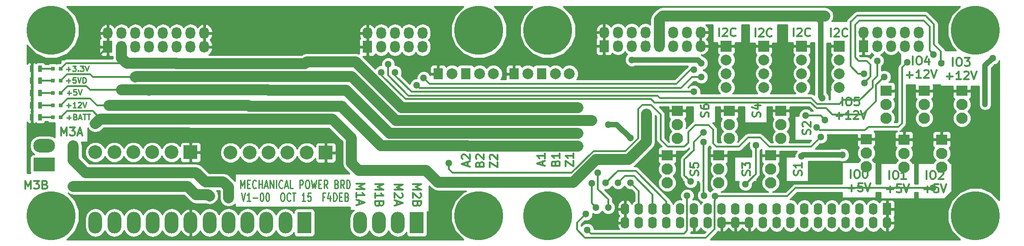
<source format=gtl>
G04 #@! TF.FileFunction,Copper,L1,Top,Signal*
%FSLAX46Y46*%
G04 Gerber Fmt 4.6, Leading zero omitted, Abs format (unit mm)*
G04 Created by KiCad (PCBNEW 4.0.0-rc1-stable) date mer. 14 oct. 2015 22:43:12 CEST*
%MOMM*%
G01*
G04 APERTURE LIST*
%ADD10C,0.200000*%
%ADD11C,0.375000*%
%ADD12C,0.250000*%
%ADD13R,2.540000X2.540000*%
%ADD14C,2.540000*%
%ADD15R,0.635000X1.143000*%
%ADD16R,0.797560X0.797560*%
%ADD17R,1.998980X1.998980*%
%ADD18C,1.998980*%
%ADD19C,8.999220*%
%ADD20C,2.000000*%
%ADD21O,1.800000X2.200000*%
%ADD22R,1.800000X2.200000*%
%ADD23O,1.600000X2.200000*%
%ADD24R,1.600000X2.200000*%
%ADD25O,2.540000X4.000000*%
%ADD26R,2.540000X4.000000*%
%ADD27R,2.100580X1.899920*%
%ADD28C,2.100580*%
%ADD29O,4.000000X2.540000*%
%ADD30R,4.000000X2.540000*%
%ADD31R,1.800860X1.998980*%
%ADD32C,1.300000*%
%ADD33C,1.000000*%
%ADD34C,2.000000*%
%ADD35C,0.350000*%
%ADD36C,0.300000*%
%ADD37C,0.254000*%
G04 APERTURE END LIST*
D10*
D11*
X179296143Y-70802357D02*
X179367571Y-70588071D01*
X179367571Y-70230928D01*
X179296143Y-70088071D01*
X179224714Y-70016642D01*
X179081857Y-69945214D01*
X178939000Y-69945214D01*
X178796143Y-70016642D01*
X178724714Y-70088071D01*
X178653286Y-70230928D01*
X178581857Y-70516642D01*
X178510429Y-70659500D01*
X178439000Y-70730928D01*
X178296143Y-70802357D01*
X178153286Y-70802357D01*
X178010429Y-70730928D01*
X177939000Y-70659500D01*
X177867571Y-70516642D01*
X177867571Y-70159500D01*
X177939000Y-69945214D01*
X177867571Y-68588071D02*
X177867571Y-69302357D01*
X178581857Y-69373786D01*
X178510429Y-69302357D01*
X178439000Y-69159500D01*
X178439000Y-68802357D01*
X178510429Y-68659500D01*
X178581857Y-68588071D01*
X178724714Y-68516643D01*
X179081857Y-68516643D01*
X179224714Y-68588071D01*
X179296143Y-68659500D01*
X179367571Y-68802357D01*
X179367571Y-69159500D01*
X179296143Y-69302357D01*
X179224714Y-69373786D01*
X181201143Y-60007357D02*
X181272571Y-59793071D01*
X181272571Y-59435928D01*
X181201143Y-59293071D01*
X181129714Y-59221642D01*
X180986857Y-59150214D01*
X180844000Y-59150214D01*
X180701143Y-59221642D01*
X180629714Y-59293071D01*
X180558286Y-59435928D01*
X180486857Y-59721642D01*
X180415429Y-59864500D01*
X180344000Y-59935928D01*
X180201143Y-60007357D01*
X180058286Y-60007357D01*
X179915429Y-59935928D01*
X179844000Y-59864500D01*
X179772571Y-59721642D01*
X179772571Y-59364500D01*
X179844000Y-59150214D01*
X179772571Y-57864500D02*
X179772571Y-58150214D01*
X179844000Y-58293071D01*
X179915429Y-58364500D01*
X180129714Y-58507357D01*
X180415429Y-58578786D01*
X180986857Y-58578786D01*
X181129714Y-58507357D01*
X181201143Y-58435929D01*
X181272571Y-58293071D01*
X181272571Y-58007357D01*
X181201143Y-57864500D01*
X181129714Y-57793071D01*
X180986857Y-57721643D01*
X180629714Y-57721643D01*
X180486857Y-57793071D01*
X180415429Y-57864500D01*
X180344000Y-58007357D01*
X180344000Y-58293071D01*
X180415429Y-58435929D01*
X180486857Y-58507357D01*
X180629714Y-58578786D01*
X190726143Y-60007357D02*
X190797571Y-59793071D01*
X190797571Y-59435928D01*
X190726143Y-59293071D01*
X190654714Y-59221642D01*
X190511857Y-59150214D01*
X190369000Y-59150214D01*
X190226143Y-59221642D01*
X190154714Y-59293071D01*
X190083286Y-59435928D01*
X190011857Y-59721642D01*
X189940429Y-59864500D01*
X189869000Y-59935928D01*
X189726143Y-60007357D01*
X189583286Y-60007357D01*
X189440429Y-59935928D01*
X189369000Y-59864500D01*
X189297571Y-59721642D01*
X189297571Y-59364500D01*
X189369000Y-59150214D01*
X189797571Y-57864500D02*
X190797571Y-57864500D01*
X189226143Y-58221643D02*
X190297571Y-58578786D01*
X190297571Y-57650214D01*
X188821143Y-70802357D02*
X188892571Y-70588071D01*
X188892571Y-70230928D01*
X188821143Y-70088071D01*
X188749714Y-70016642D01*
X188606857Y-69945214D01*
X188464000Y-69945214D01*
X188321143Y-70016642D01*
X188249714Y-70088071D01*
X188178286Y-70230928D01*
X188106857Y-70516642D01*
X188035429Y-70659500D01*
X187964000Y-70730928D01*
X187821143Y-70802357D01*
X187678286Y-70802357D01*
X187535429Y-70730928D01*
X187464000Y-70659500D01*
X187392571Y-70516642D01*
X187392571Y-70159500D01*
X187464000Y-69945214D01*
X187392571Y-69445214D02*
X187392571Y-68516643D01*
X187964000Y-69016643D01*
X187964000Y-68802357D01*
X188035429Y-68659500D01*
X188106857Y-68588071D01*
X188249714Y-68516643D01*
X188606857Y-68516643D01*
X188749714Y-68588071D01*
X188821143Y-68659500D01*
X188892571Y-68802357D01*
X188892571Y-69230929D01*
X188821143Y-69373786D01*
X188749714Y-69445214D01*
X199933643Y-63245857D02*
X200005071Y-63031571D01*
X200005071Y-62674428D01*
X199933643Y-62531571D01*
X199862214Y-62460142D01*
X199719357Y-62388714D01*
X199576500Y-62388714D01*
X199433643Y-62460142D01*
X199362214Y-62531571D01*
X199290786Y-62674428D01*
X199219357Y-62960142D01*
X199147929Y-63103000D01*
X199076500Y-63174428D01*
X198933643Y-63245857D01*
X198790786Y-63245857D01*
X198647929Y-63174428D01*
X198576500Y-63103000D01*
X198505071Y-62960142D01*
X198505071Y-62603000D01*
X198576500Y-62388714D01*
X198647929Y-61817286D02*
X198576500Y-61745857D01*
X198505071Y-61603000D01*
X198505071Y-61245857D01*
X198576500Y-61103000D01*
X198647929Y-61031571D01*
X198790786Y-60960143D01*
X198933643Y-60960143D01*
X199147929Y-61031571D01*
X200005071Y-61888714D01*
X200005071Y-60960143D01*
X198346143Y-70802357D02*
X198417571Y-70588071D01*
X198417571Y-70230928D01*
X198346143Y-70088071D01*
X198274714Y-70016642D01*
X198131857Y-69945214D01*
X197989000Y-69945214D01*
X197846143Y-70016642D01*
X197774714Y-70088071D01*
X197703286Y-70230928D01*
X197631857Y-70516642D01*
X197560429Y-70659500D01*
X197489000Y-70730928D01*
X197346143Y-70802357D01*
X197203286Y-70802357D01*
X197060429Y-70730928D01*
X196989000Y-70659500D01*
X196917571Y-70516642D01*
X196917571Y-70159500D01*
X196989000Y-69945214D01*
X198417571Y-68516643D02*
X198417571Y-69373786D01*
X198417571Y-68945214D02*
X196917571Y-68945214D01*
X197131857Y-69088071D01*
X197274714Y-69230929D01*
X197346143Y-69373786D01*
X150681500Y-68952928D02*
X150681500Y-68238642D01*
X151110071Y-69095785D02*
X149610071Y-68595785D01*
X151110071Y-68095785D01*
X151110071Y-66810071D02*
X151110071Y-67667214D01*
X151110071Y-67238642D02*
X149610071Y-67238642D01*
X149824357Y-67381499D01*
X149967214Y-67524357D01*
X150038643Y-67667214D01*
X153054857Y-68552142D02*
X153126286Y-68337856D01*
X153197714Y-68266428D01*
X153340571Y-68194999D01*
X153554857Y-68194999D01*
X153697714Y-68266428D01*
X153769143Y-68337856D01*
X153840571Y-68480714D01*
X153840571Y-69052142D01*
X152340571Y-69052142D01*
X152340571Y-68552142D01*
X152412000Y-68409285D01*
X152483429Y-68337856D01*
X152626286Y-68266428D01*
X152769143Y-68266428D01*
X152912000Y-68337856D01*
X152983429Y-68409285D01*
X153054857Y-68552142D01*
X153054857Y-69052142D01*
X153840571Y-66766428D02*
X153840571Y-67623571D01*
X153840571Y-67194999D02*
X152340571Y-67194999D01*
X152554857Y-67337856D01*
X152697714Y-67480714D01*
X152769143Y-67623571D01*
X154880571Y-69159285D02*
X154880571Y-68159285D01*
X156380571Y-69159285D01*
X156380571Y-68159285D01*
X156380571Y-66802143D02*
X156380571Y-67659286D01*
X156380571Y-67230714D02*
X154880571Y-67230714D01*
X155094857Y-67373571D01*
X155237714Y-67516429D01*
X155309143Y-67659286D01*
X136838500Y-69079928D02*
X136838500Y-68365642D01*
X137267071Y-69222785D02*
X135767071Y-68722785D01*
X137267071Y-68222785D01*
X135909929Y-67794214D02*
X135838500Y-67722785D01*
X135767071Y-67579928D01*
X135767071Y-67222785D01*
X135838500Y-67079928D01*
X135909929Y-67008499D01*
X136052786Y-66937071D01*
X136195643Y-66937071D01*
X136409929Y-67008499D01*
X137267071Y-67865642D01*
X137267071Y-66937071D01*
X139084857Y-68742642D02*
X139156286Y-68528356D01*
X139227714Y-68456928D01*
X139370571Y-68385499D01*
X139584857Y-68385499D01*
X139727714Y-68456928D01*
X139799143Y-68528356D01*
X139870571Y-68671214D01*
X139870571Y-69242642D01*
X138370571Y-69242642D01*
X138370571Y-68742642D01*
X138442000Y-68599785D01*
X138513429Y-68528356D01*
X138656286Y-68456928D01*
X138799143Y-68456928D01*
X138942000Y-68528356D01*
X139013429Y-68599785D01*
X139084857Y-68742642D01*
X139084857Y-69242642D01*
X138513429Y-67814071D02*
X138442000Y-67742642D01*
X138370571Y-67599785D01*
X138370571Y-67242642D01*
X138442000Y-67099785D01*
X138513429Y-67028356D01*
X138656286Y-66956928D01*
X138799143Y-66956928D01*
X139013429Y-67028356D01*
X139870571Y-67885499D01*
X139870571Y-66956928D01*
X140910571Y-69349785D02*
X140910571Y-68349785D01*
X142410571Y-69349785D01*
X142410571Y-68349785D01*
X141053429Y-67849786D02*
X140982000Y-67778357D01*
X140910571Y-67635500D01*
X140910571Y-67278357D01*
X140982000Y-67135500D01*
X141053429Y-67064071D01*
X141196286Y-66992643D01*
X141339143Y-66992643D01*
X141553429Y-67064071D01*
X142410571Y-67921214D01*
X142410571Y-66992643D01*
X116415429Y-72374358D02*
X117915429Y-72374358D01*
X116844000Y-72874358D01*
X117915429Y-73374358D01*
X116415429Y-73374358D01*
X116415429Y-74874358D02*
X116415429Y-74017215D01*
X116415429Y-74445787D02*
X117915429Y-74445787D01*
X117701143Y-74302930D01*
X117558286Y-74160072D01*
X117486857Y-74017215D01*
X116844000Y-75445786D02*
X116844000Y-76160072D01*
X116415429Y-75302929D02*
X117915429Y-75802929D01*
X116415429Y-76302929D01*
X119844429Y-72457715D02*
X121344429Y-72457715D01*
X120273000Y-72957715D01*
X121344429Y-73457715D01*
X119844429Y-73457715D01*
X119844429Y-74957715D02*
X119844429Y-74100572D01*
X119844429Y-74529144D02*
X121344429Y-74529144D01*
X121130143Y-74386287D01*
X120987286Y-74243429D01*
X120915857Y-74100572D01*
X120630143Y-76100572D02*
X120558714Y-76314858D01*
X120487286Y-76386286D01*
X120344429Y-76457715D01*
X120130143Y-76457715D01*
X119987286Y-76386286D01*
X119915857Y-76314858D01*
X119844429Y-76172000D01*
X119844429Y-75600572D01*
X121344429Y-75600572D01*
X121344429Y-76100572D01*
X121273000Y-76243429D01*
X121201571Y-76314858D01*
X121058714Y-76386286D01*
X120915857Y-76386286D01*
X120773000Y-76314858D01*
X120701571Y-76243429D01*
X120630143Y-76100572D01*
X120630143Y-75600572D01*
X123400429Y-72501358D02*
X124900429Y-72501358D01*
X123829000Y-73001358D01*
X124900429Y-73501358D01*
X123400429Y-73501358D01*
X124757571Y-74144215D02*
X124829000Y-74215644D01*
X124900429Y-74358501D01*
X124900429Y-74715644D01*
X124829000Y-74858501D01*
X124757571Y-74929930D01*
X124614714Y-75001358D01*
X124471857Y-75001358D01*
X124257571Y-74929930D01*
X123400429Y-74072787D01*
X123400429Y-75001358D01*
X123829000Y-75572786D02*
X123829000Y-76287072D01*
X123400429Y-75429929D02*
X124900429Y-75929929D01*
X123400429Y-76429929D01*
X126829429Y-72457715D02*
X128329429Y-72457715D01*
X127258000Y-72957715D01*
X128329429Y-73457715D01*
X126829429Y-73457715D01*
X128186571Y-74100572D02*
X128258000Y-74172001D01*
X128329429Y-74314858D01*
X128329429Y-74672001D01*
X128258000Y-74814858D01*
X128186571Y-74886287D01*
X128043714Y-74957715D01*
X127900857Y-74957715D01*
X127686571Y-74886287D01*
X126829429Y-74029144D01*
X126829429Y-74957715D01*
X127615143Y-76100572D02*
X127543714Y-76314858D01*
X127472286Y-76386286D01*
X127329429Y-76457715D01*
X127115143Y-76457715D01*
X126972286Y-76386286D01*
X126900857Y-76314858D01*
X126829429Y-76172000D01*
X126829429Y-75600572D01*
X128329429Y-75600572D01*
X128329429Y-76100572D01*
X128258000Y-76243429D01*
X128186571Y-76314858D01*
X128043714Y-76386286D01*
X127900857Y-76386286D01*
X127758000Y-76314858D01*
X127686571Y-76243429D01*
X127615143Y-76100572D01*
X127615143Y-75600572D01*
X62023858Y-63480071D02*
X62023858Y-61980071D01*
X62523858Y-63051500D01*
X63023858Y-61980071D01*
X63023858Y-63480071D01*
X63595287Y-61980071D02*
X64523858Y-61980071D01*
X64023858Y-62551500D01*
X64238144Y-62551500D01*
X64381001Y-62622929D01*
X64452430Y-62694357D01*
X64523858Y-62837214D01*
X64523858Y-63194357D01*
X64452430Y-63337214D01*
X64381001Y-63408643D01*
X64238144Y-63480071D01*
X63809572Y-63480071D01*
X63666715Y-63408643D01*
X63595287Y-63337214D01*
X65095286Y-63051500D02*
X65809572Y-63051500D01*
X64952429Y-63480071D02*
X65452429Y-61980071D01*
X65952429Y-63480071D01*
X55439715Y-73322571D02*
X55439715Y-71822571D01*
X55939715Y-72894000D01*
X56439715Y-71822571D01*
X56439715Y-73322571D01*
X57011144Y-71822571D02*
X57939715Y-71822571D01*
X57439715Y-72394000D01*
X57654001Y-72394000D01*
X57796858Y-72465429D01*
X57868287Y-72536857D01*
X57939715Y-72679714D01*
X57939715Y-73036857D01*
X57868287Y-73179714D01*
X57796858Y-73251143D01*
X57654001Y-73322571D01*
X57225429Y-73322571D01*
X57082572Y-73251143D01*
X57011144Y-73179714D01*
X59082572Y-72536857D02*
X59296858Y-72608286D01*
X59368286Y-72679714D01*
X59439715Y-72822571D01*
X59439715Y-73036857D01*
X59368286Y-73179714D01*
X59296858Y-73251143D01*
X59154000Y-73322571D01*
X58582572Y-73322571D01*
X58582572Y-71822571D01*
X59082572Y-71822571D01*
X59225429Y-71894000D01*
X59296858Y-71965429D01*
X59368286Y-72108286D01*
X59368286Y-72251143D01*
X59296858Y-72394000D01*
X59225429Y-72465429D01*
X59082572Y-72536857D01*
X58582572Y-72536857D01*
X207415000Y-71323071D02*
X207415000Y-69823071D01*
X208415000Y-69823071D02*
X208700714Y-69823071D01*
X208843572Y-69894500D01*
X208986429Y-70037357D01*
X209057857Y-70323071D01*
X209057857Y-70823071D01*
X208986429Y-71108786D01*
X208843572Y-71251643D01*
X208700714Y-71323071D01*
X208415000Y-71323071D01*
X208272143Y-71251643D01*
X208129286Y-71108786D01*
X208057857Y-70823071D01*
X208057857Y-70323071D01*
X208129286Y-70037357D01*
X208272143Y-69894500D01*
X208415000Y-69823071D01*
X209986429Y-69823071D02*
X210129286Y-69823071D01*
X210272143Y-69894500D01*
X210343572Y-69965929D01*
X210415001Y-70108786D01*
X210486429Y-70394500D01*
X210486429Y-70751643D01*
X210415001Y-71037357D01*
X210343572Y-71180214D01*
X210272143Y-71251643D01*
X210129286Y-71323071D01*
X209986429Y-71323071D01*
X209843572Y-71251643D01*
X209772143Y-71180214D01*
X209700715Y-71037357D01*
X209629286Y-70751643D01*
X209629286Y-70394500D01*
X209700715Y-70108786D01*
X209772143Y-69965929D01*
X209843572Y-69894500D01*
X209986429Y-69823071D01*
X206986429Y-73226643D02*
X208129286Y-73226643D01*
X207557857Y-73798071D02*
X207557857Y-72655214D01*
X209557858Y-72298071D02*
X208843572Y-72298071D01*
X208772143Y-73012357D01*
X208843572Y-72940929D01*
X208986429Y-72869500D01*
X209343572Y-72869500D01*
X209486429Y-72940929D01*
X209557858Y-73012357D01*
X209629286Y-73155214D01*
X209629286Y-73512357D01*
X209557858Y-73655214D01*
X209486429Y-73726643D01*
X209343572Y-73798071D01*
X208986429Y-73798071D01*
X208843572Y-73726643D01*
X208772143Y-73655214D01*
X210057857Y-72298071D02*
X210557857Y-73798071D01*
X211057857Y-72298071D01*
X214527000Y-71513571D02*
X214527000Y-70013571D01*
X215527000Y-70013571D02*
X215812714Y-70013571D01*
X215955572Y-70085000D01*
X216098429Y-70227857D01*
X216169857Y-70513571D01*
X216169857Y-71013571D01*
X216098429Y-71299286D01*
X215955572Y-71442143D01*
X215812714Y-71513571D01*
X215527000Y-71513571D01*
X215384143Y-71442143D01*
X215241286Y-71299286D01*
X215169857Y-71013571D01*
X215169857Y-70513571D01*
X215241286Y-70227857D01*
X215384143Y-70085000D01*
X215527000Y-70013571D01*
X217598429Y-71513571D02*
X216741286Y-71513571D01*
X217169858Y-71513571D02*
X217169858Y-70013571D01*
X217027001Y-70227857D01*
X216884143Y-70370714D01*
X216741286Y-70442143D01*
X214098429Y-73417143D02*
X215241286Y-73417143D01*
X214669857Y-73988571D02*
X214669857Y-72845714D01*
X216669858Y-72488571D02*
X215955572Y-72488571D01*
X215884143Y-73202857D01*
X215955572Y-73131429D01*
X216098429Y-73060000D01*
X216455572Y-73060000D01*
X216598429Y-73131429D01*
X216669858Y-73202857D01*
X216741286Y-73345714D01*
X216741286Y-73702857D01*
X216669858Y-73845714D01*
X216598429Y-73917143D01*
X216455572Y-73988571D01*
X216098429Y-73988571D01*
X215955572Y-73917143D01*
X215884143Y-73845714D01*
X217169857Y-72488571D02*
X217669857Y-73988571D01*
X218169857Y-72488571D01*
X221385000Y-71513571D02*
X221385000Y-70013571D01*
X222385000Y-70013571D02*
X222670714Y-70013571D01*
X222813572Y-70085000D01*
X222956429Y-70227857D01*
X223027857Y-70513571D01*
X223027857Y-71013571D01*
X222956429Y-71299286D01*
X222813572Y-71442143D01*
X222670714Y-71513571D01*
X222385000Y-71513571D01*
X222242143Y-71442143D01*
X222099286Y-71299286D01*
X222027857Y-71013571D01*
X222027857Y-70513571D01*
X222099286Y-70227857D01*
X222242143Y-70085000D01*
X222385000Y-70013571D01*
X223599286Y-70156429D02*
X223670715Y-70085000D01*
X223813572Y-70013571D01*
X224170715Y-70013571D01*
X224313572Y-70085000D01*
X224385001Y-70156429D01*
X224456429Y-70299286D01*
X224456429Y-70442143D01*
X224385001Y-70656429D01*
X223527858Y-71513571D01*
X224456429Y-71513571D01*
X220956429Y-73417143D02*
X222099286Y-73417143D01*
X221527857Y-73988571D02*
X221527857Y-72845714D01*
X223527858Y-72488571D02*
X222813572Y-72488571D01*
X222742143Y-73202857D01*
X222813572Y-73131429D01*
X222956429Y-73060000D01*
X223313572Y-73060000D01*
X223456429Y-73131429D01*
X223527858Y-73202857D01*
X223599286Y-73345714D01*
X223599286Y-73702857D01*
X223527858Y-73845714D01*
X223456429Y-73917143D01*
X223313572Y-73988571D01*
X222956429Y-73988571D01*
X222813572Y-73917143D01*
X222742143Y-73845714D01*
X224027857Y-72488571D02*
X224527857Y-73988571D01*
X225027857Y-72488571D01*
X226211000Y-50622071D02*
X226211000Y-49122071D01*
X227211000Y-49122071D02*
X227496714Y-49122071D01*
X227639572Y-49193500D01*
X227782429Y-49336357D01*
X227853857Y-49622071D01*
X227853857Y-50122071D01*
X227782429Y-50407786D01*
X227639572Y-50550643D01*
X227496714Y-50622071D01*
X227211000Y-50622071D01*
X227068143Y-50550643D01*
X226925286Y-50407786D01*
X226853857Y-50122071D01*
X226853857Y-49622071D01*
X226925286Y-49336357D01*
X227068143Y-49193500D01*
X227211000Y-49122071D01*
X228353858Y-49122071D02*
X229282429Y-49122071D01*
X228782429Y-49693500D01*
X228996715Y-49693500D01*
X229139572Y-49764929D01*
X229211001Y-49836357D01*
X229282429Y-49979214D01*
X229282429Y-50336357D01*
X229211001Y-50479214D01*
X229139572Y-50550643D01*
X228996715Y-50622071D01*
X228568143Y-50622071D01*
X228425286Y-50550643D01*
X228353858Y-50479214D01*
X225068144Y-52525643D02*
X226211001Y-52525643D01*
X225639572Y-53097071D02*
X225639572Y-51954214D01*
X227711001Y-53097071D02*
X226853858Y-53097071D01*
X227282430Y-53097071D02*
X227282430Y-51597071D01*
X227139573Y-51811357D01*
X226996715Y-51954214D01*
X226853858Y-52025643D01*
X228282429Y-51739929D02*
X228353858Y-51668500D01*
X228496715Y-51597071D01*
X228853858Y-51597071D01*
X228996715Y-51668500D01*
X229068144Y-51739929D01*
X229139572Y-51882786D01*
X229139572Y-52025643D01*
X229068144Y-52239929D01*
X228211001Y-53097071D01*
X229139572Y-53097071D01*
X229568143Y-51597071D02*
X230068143Y-53097071D01*
X230568143Y-51597071D01*
X218845000Y-50368071D02*
X218845000Y-48868071D01*
X219845000Y-48868071D02*
X220130714Y-48868071D01*
X220273572Y-48939500D01*
X220416429Y-49082357D01*
X220487857Y-49368071D01*
X220487857Y-49868071D01*
X220416429Y-50153786D01*
X220273572Y-50296643D01*
X220130714Y-50368071D01*
X219845000Y-50368071D01*
X219702143Y-50296643D01*
X219559286Y-50153786D01*
X219487857Y-49868071D01*
X219487857Y-49368071D01*
X219559286Y-49082357D01*
X219702143Y-48939500D01*
X219845000Y-48868071D01*
X221773572Y-49368071D02*
X221773572Y-50368071D01*
X221416429Y-48796643D02*
X221059286Y-49868071D01*
X221987858Y-49868071D01*
X217702144Y-52271643D02*
X218845001Y-52271643D01*
X218273572Y-52843071D02*
X218273572Y-51700214D01*
X220345001Y-52843071D02*
X219487858Y-52843071D01*
X219916430Y-52843071D02*
X219916430Y-51343071D01*
X219773573Y-51557357D01*
X219630715Y-51700214D01*
X219487858Y-51771643D01*
X220916429Y-51485929D02*
X220987858Y-51414500D01*
X221130715Y-51343071D01*
X221487858Y-51343071D01*
X221630715Y-51414500D01*
X221702144Y-51485929D01*
X221773572Y-51628786D01*
X221773572Y-51771643D01*
X221702144Y-51985929D01*
X220845001Y-52843071D01*
X221773572Y-52843071D01*
X222202143Y-51343071D02*
X222702143Y-52843071D01*
X223202143Y-51343071D01*
X205891000Y-57924571D02*
X205891000Y-56424571D01*
X206891000Y-56424571D02*
X207176714Y-56424571D01*
X207319572Y-56496000D01*
X207462429Y-56638857D01*
X207533857Y-56924571D01*
X207533857Y-57424571D01*
X207462429Y-57710286D01*
X207319572Y-57853143D01*
X207176714Y-57924571D01*
X206891000Y-57924571D01*
X206748143Y-57853143D01*
X206605286Y-57710286D01*
X206533857Y-57424571D01*
X206533857Y-56924571D01*
X206605286Y-56638857D01*
X206748143Y-56496000D01*
X206891000Y-56424571D01*
X208891001Y-56424571D02*
X208176715Y-56424571D01*
X208105286Y-57138857D01*
X208176715Y-57067429D01*
X208319572Y-56996000D01*
X208676715Y-56996000D01*
X208819572Y-57067429D01*
X208891001Y-57138857D01*
X208962429Y-57281714D01*
X208962429Y-57638857D01*
X208891001Y-57781714D01*
X208819572Y-57853143D01*
X208676715Y-57924571D01*
X208319572Y-57924571D01*
X208176715Y-57853143D01*
X208105286Y-57781714D01*
X204748144Y-59828143D02*
X205891001Y-59828143D01*
X205319572Y-60399571D02*
X205319572Y-59256714D01*
X207391001Y-60399571D02*
X206533858Y-60399571D01*
X206962430Y-60399571D02*
X206962430Y-58899571D01*
X206819573Y-59113857D01*
X206676715Y-59256714D01*
X206533858Y-59328143D01*
X207962429Y-59042429D02*
X208033858Y-58971000D01*
X208176715Y-58899571D01*
X208533858Y-58899571D01*
X208676715Y-58971000D01*
X208748144Y-59042429D01*
X208819572Y-59185286D01*
X208819572Y-59328143D01*
X208748144Y-59542429D01*
X207891001Y-60399571D01*
X208819572Y-60399571D01*
X209248143Y-58899571D02*
X209748143Y-60399571D01*
X210248143Y-58899571D01*
X203767715Y-45192071D02*
X203767715Y-43692071D01*
X204410572Y-43834929D02*
X204482001Y-43763500D01*
X204624858Y-43692071D01*
X204982001Y-43692071D01*
X205124858Y-43763500D01*
X205196287Y-43834929D01*
X205267715Y-43977786D01*
X205267715Y-44120643D01*
X205196287Y-44334929D01*
X204339144Y-45192071D01*
X205267715Y-45192071D01*
X206767715Y-45049214D02*
X206696286Y-45120643D01*
X206482000Y-45192071D01*
X206339143Y-45192071D01*
X206124858Y-45120643D01*
X205982000Y-44977786D01*
X205910572Y-44834929D01*
X205839143Y-44549214D01*
X205839143Y-44334929D01*
X205910572Y-44049214D01*
X205982000Y-43906357D01*
X206124858Y-43763500D01*
X206339143Y-43692071D01*
X206482000Y-43692071D01*
X206696286Y-43763500D01*
X206767715Y-43834929D01*
X196909715Y-45128571D02*
X196909715Y-43628571D01*
X197552572Y-43771429D02*
X197624001Y-43700000D01*
X197766858Y-43628571D01*
X198124001Y-43628571D01*
X198266858Y-43700000D01*
X198338287Y-43771429D01*
X198409715Y-43914286D01*
X198409715Y-44057143D01*
X198338287Y-44271429D01*
X197481144Y-45128571D01*
X198409715Y-45128571D01*
X199909715Y-44985714D02*
X199838286Y-45057143D01*
X199624000Y-45128571D01*
X199481143Y-45128571D01*
X199266858Y-45057143D01*
X199124000Y-44914286D01*
X199052572Y-44771429D01*
X198981143Y-44485714D01*
X198981143Y-44271429D01*
X199052572Y-43985714D01*
X199124000Y-43842857D01*
X199266858Y-43700000D01*
X199481143Y-43628571D01*
X199624000Y-43628571D01*
X199838286Y-43700000D01*
X199909715Y-43771429D01*
X189861215Y-45192071D02*
X189861215Y-43692071D01*
X190504072Y-43834929D02*
X190575501Y-43763500D01*
X190718358Y-43692071D01*
X191075501Y-43692071D01*
X191218358Y-43763500D01*
X191289787Y-43834929D01*
X191361215Y-43977786D01*
X191361215Y-44120643D01*
X191289787Y-44334929D01*
X190432644Y-45192071D01*
X191361215Y-45192071D01*
X192861215Y-45049214D02*
X192789786Y-45120643D01*
X192575500Y-45192071D01*
X192432643Y-45192071D01*
X192218358Y-45120643D01*
X192075500Y-44977786D01*
X192004072Y-44834929D01*
X191932643Y-44549214D01*
X191932643Y-44334929D01*
X192004072Y-44049214D01*
X192075500Y-43906357D01*
X192218358Y-43763500D01*
X192432643Y-43692071D01*
X192575500Y-43692071D01*
X192789786Y-43763500D01*
X192861215Y-43834929D01*
X183193715Y-45128571D02*
X183193715Y-43628571D01*
X183836572Y-43771429D02*
X183908001Y-43700000D01*
X184050858Y-43628571D01*
X184408001Y-43628571D01*
X184550858Y-43700000D01*
X184622287Y-43771429D01*
X184693715Y-43914286D01*
X184693715Y-44057143D01*
X184622287Y-44271429D01*
X183765144Y-45128571D01*
X184693715Y-45128571D01*
X186193715Y-44985714D02*
X186122286Y-45057143D01*
X185908000Y-45128571D01*
X185765143Y-45128571D01*
X185550858Y-45057143D01*
X185408000Y-44914286D01*
X185336572Y-44771429D01*
X185265143Y-44485714D01*
X185265143Y-44271429D01*
X185336572Y-43985714D01*
X185408000Y-43842857D01*
X185550858Y-43700000D01*
X185765143Y-43628571D01*
X185908000Y-43628571D01*
X186122286Y-43700000D01*
X186193715Y-43771429D01*
D12*
X62960500Y-51188929D02*
X63722405Y-51188929D01*
X63341453Y-51569881D02*
X63341453Y-50807976D01*
X64103357Y-50569881D02*
X64722405Y-50569881D01*
X64389071Y-50950833D01*
X64531929Y-50950833D01*
X64627167Y-50998452D01*
X64674786Y-51046071D01*
X64722405Y-51141310D01*
X64722405Y-51379405D01*
X64674786Y-51474643D01*
X64627167Y-51522262D01*
X64531929Y-51569881D01*
X64246214Y-51569881D01*
X64150976Y-51522262D01*
X64103357Y-51474643D01*
X65150976Y-51474643D02*
X65198595Y-51522262D01*
X65150976Y-51569881D01*
X65103357Y-51522262D01*
X65150976Y-51474643D01*
X65150976Y-51569881D01*
X65531928Y-50569881D02*
X66150976Y-50569881D01*
X65817642Y-50950833D01*
X65960500Y-50950833D01*
X66055738Y-50998452D01*
X66103357Y-51046071D01*
X66150976Y-51141310D01*
X66150976Y-51379405D01*
X66103357Y-51474643D01*
X66055738Y-51522262D01*
X65960500Y-51569881D01*
X65674785Y-51569881D01*
X65579547Y-51522262D01*
X65531928Y-51474643D01*
X66436690Y-50569881D02*
X66770023Y-51569881D01*
X67103357Y-50569881D01*
X63103286Y-55570429D02*
X63865191Y-55570429D01*
X63484239Y-55951381D02*
X63484239Y-55189476D01*
X64817572Y-54951381D02*
X64341381Y-54951381D01*
X64293762Y-55427571D01*
X64341381Y-55379952D01*
X64436619Y-55332333D01*
X64674715Y-55332333D01*
X64769953Y-55379952D01*
X64817572Y-55427571D01*
X64865191Y-55522810D01*
X64865191Y-55760905D01*
X64817572Y-55856143D01*
X64769953Y-55903762D01*
X64674715Y-55951381D01*
X64436619Y-55951381D01*
X64341381Y-55903762D01*
X64293762Y-55856143D01*
X65150905Y-54951381D02*
X65484238Y-55951381D01*
X65817572Y-54951381D01*
X63008095Y-57919929D02*
X63770000Y-57919929D01*
X63389048Y-58300881D02*
X63389048Y-57538976D01*
X64770000Y-58300881D02*
X64198571Y-58300881D01*
X64484285Y-58300881D02*
X64484285Y-57300881D01*
X64389047Y-57443738D01*
X64293809Y-57538976D01*
X64198571Y-57586595D01*
X65150952Y-57396119D02*
X65198571Y-57348500D01*
X65293809Y-57300881D01*
X65531905Y-57300881D01*
X65627143Y-57348500D01*
X65674762Y-57396119D01*
X65722381Y-57491357D01*
X65722381Y-57586595D01*
X65674762Y-57729452D01*
X65103333Y-58300881D01*
X65722381Y-58300881D01*
X66008095Y-57300881D02*
X66341428Y-58300881D01*
X66674762Y-57300881D01*
X62984286Y-53347929D02*
X63746191Y-53347929D01*
X63365239Y-53728881D02*
X63365239Y-52966976D01*
X64698572Y-52728881D02*
X64222381Y-52728881D01*
X64174762Y-53205071D01*
X64222381Y-53157452D01*
X64317619Y-53109833D01*
X64555715Y-53109833D01*
X64650953Y-53157452D01*
X64698572Y-53205071D01*
X64746191Y-53300310D01*
X64746191Y-53538405D01*
X64698572Y-53633643D01*
X64650953Y-53681262D01*
X64555715Y-53728881D01*
X64317619Y-53728881D01*
X64222381Y-53681262D01*
X64174762Y-53633643D01*
X65031905Y-52728881D02*
X65365238Y-53728881D01*
X65698572Y-52728881D01*
X66031905Y-53728881D02*
X66031905Y-52728881D01*
X66270000Y-52728881D01*
X66412858Y-52776500D01*
X66508096Y-52871738D01*
X66555715Y-52966976D01*
X66603334Y-53157452D01*
X66603334Y-53300310D01*
X66555715Y-53490786D01*
X66508096Y-53586024D01*
X66412858Y-53681262D01*
X66270000Y-53728881D01*
X66031905Y-53728881D01*
X63079571Y-60142429D02*
X63841476Y-60142429D01*
X63460524Y-60523381D02*
X63460524Y-59761476D01*
X64651000Y-59999571D02*
X64793857Y-60047190D01*
X64841476Y-60094810D01*
X64889095Y-60190048D01*
X64889095Y-60332905D01*
X64841476Y-60428143D01*
X64793857Y-60475762D01*
X64698619Y-60523381D01*
X64317666Y-60523381D01*
X64317666Y-59523381D01*
X64651000Y-59523381D01*
X64746238Y-59571000D01*
X64793857Y-59618619D01*
X64841476Y-59713857D01*
X64841476Y-59809095D01*
X64793857Y-59904333D01*
X64746238Y-59951952D01*
X64651000Y-59999571D01*
X64317666Y-59999571D01*
X65270047Y-60237667D02*
X65746238Y-60237667D01*
X65174809Y-60523381D02*
X65508142Y-59523381D01*
X65841476Y-60523381D01*
X66031952Y-59523381D02*
X66603381Y-59523381D01*
X66317666Y-60523381D02*
X66317666Y-59523381D01*
X66793857Y-59523381D02*
X67365286Y-59523381D01*
X67079571Y-60523381D02*
X67079571Y-59523381D01*
X95035358Y-73227071D02*
X95035358Y-71727071D01*
X95402024Y-72798500D01*
X95768691Y-71727071D01*
X95768691Y-73227071D01*
X96292501Y-72441357D02*
X96659167Y-72441357D01*
X96816310Y-73227071D02*
X96292501Y-73227071D01*
X96292501Y-71727071D01*
X96816310Y-71727071D01*
X97916310Y-73084214D02*
X97863929Y-73155643D01*
X97706786Y-73227071D01*
X97602024Y-73227071D01*
X97444882Y-73155643D01*
X97340120Y-73012786D01*
X97287739Y-72869929D01*
X97235358Y-72584214D01*
X97235358Y-72369929D01*
X97287739Y-72084214D01*
X97340120Y-71941357D01*
X97444882Y-71798500D01*
X97602024Y-71727071D01*
X97706786Y-71727071D01*
X97863929Y-71798500D01*
X97916310Y-71869929D01*
X98387739Y-73227071D02*
X98387739Y-71727071D01*
X98387739Y-72441357D02*
X99016310Y-72441357D01*
X99016310Y-73227071D02*
X99016310Y-71727071D01*
X99487739Y-72798500D02*
X100011548Y-72798500D01*
X99382977Y-73227071D02*
X99749644Y-71727071D01*
X100116310Y-73227071D01*
X100482977Y-73227071D02*
X100482977Y-71727071D01*
X101111548Y-73227071D01*
X101111548Y-71727071D01*
X101635358Y-73227071D02*
X101635358Y-71727071D01*
X102787739Y-73084214D02*
X102735358Y-73155643D01*
X102578215Y-73227071D01*
X102473453Y-73227071D01*
X102316311Y-73155643D01*
X102211549Y-73012786D01*
X102159168Y-72869929D01*
X102106787Y-72584214D01*
X102106787Y-72369929D01*
X102159168Y-72084214D01*
X102211549Y-71941357D01*
X102316311Y-71798500D01*
X102473453Y-71727071D01*
X102578215Y-71727071D01*
X102735358Y-71798500D01*
X102787739Y-71869929D01*
X103206787Y-72798500D02*
X103730596Y-72798500D01*
X103102025Y-73227071D02*
X103468692Y-71727071D01*
X103835358Y-73227071D01*
X104725834Y-73227071D02*
X104202025Y-73227071D01*
X104202025Y-71727071D01*
X105930596Y-73227071D02*
X105930596Y-71727071D01*
X106349643Y-71727071D01*
X106454405Y-71798500D01*
X106506786Y-71869929D01*
X106559167Y-72012786D01*
X106559167Y-72227071D01*
X106506786Y-72369929D01*
X106454405Y-72441357D01*
X106349643Y-72512786D01*
X105930596Y-72512786D01*
X107240120Y-71727071D02*
X107449643Y-71727071D01*
X107554405Y-71798500D01*
X107659167Y-71941357D01*
X107711548Y-72227071D01*
X107711548Y-72727071D01*
X107659167Y-73012786D01*
X107554405Y-73155643D01*
X107449643Y-73227071D01*
X107240120Y-73227071D01*
X107135358Y-73155643D01*
X107030596Y-73012786D01*
X106978215Y-72727071D01*
X106978215Y-72227071D01*
X107030596Y-71941357D01*
X107135358Y-71798500D01*
X107240120Y-71727071D01*
X108078215Y-71727071D02*
X108340120Y-73227071D01*
X108549643Y-72155643D01*
X108759167Y-73227071D01*
X109021072Y-71727071D01*
X109440120Y-72441357D02*
X109806786Y-72441357D01*
X109963929Y-73227071D02*
X109440120Y-73227071D01*
X109440120Y-71727071D01*
X109963929Y-71727071D01*
X111063929Y-73227071D02*
X110697263Y-72512786D01*
X110435358Y-73227071D02*
X110435358Y-71727071D01*
X110854405Y-71727071D01*
X110959167Y-71798500D01*
X111011548Y-71869929D01*
X111063929Y-72012786D01*
X111063929Y-72227071D01*
X111011548Y-72369929D01*
X110959167Y-72441357D01*
X110854405Y-72512786D01*
X110435358Y-72512786D01*
X112740119Y-72441357D02*
X112897262Y-72512786D01*
X112949643Y-72584214D01*
X113002024Y-72727071D01*
X113002024Y-72941357D01*
X112949643Y-73084214D01*
X112897262Y-73155643D01*
X112792500Y-73227071D01*
X112373453Y-73227071D01*
X112373453Y-71727071D01*
X112740119Y-71727071D01*
X112844881Y-71798500D01*
X112897262Y-71869929D01*
X112949643Y-72012786D01*
X112949643Y-72155643D01*
X112897262Y-72298500D01*
X112844881Y-72369929D01*
X112740119Y-72441357D01*
X112373453Y-72441357D01*
X114102024Y-73227071D02*
X113735358Y-72512786D01*
X113473453Y-73227071D02*
X113473453Y-71727071D01*
X113892500Y-71727071D01*
X113997262Y-71798500D01*
X114049643Y-71869929D01*
X114102024Y-72012786D01*
X114102024Y-72227071D01*
X114049643Y-72369929D01*
X113997262Y-72441357D01*
X113892500Y-72512786D01*
X113473453Y-72512786D01*
X114573453Y-73227071D02*
X114573453Y-71727071D01*
X114835358Y-71727071D01*
X114992500Y-71798500D01*
X115097262Y-71941357D01*
X115149643Y-72084214D01*
X115202024Y-72369929D01*
X115202024Y-72584214D01*
X115149643Y-72869929D01*
X115097262Y-73012786D01*
X114992500Y-73155643D01*
X114835358Y-73227071D01*
X114573453Y-73227071D01*
X95192501Y-74077071D02*
X95559168Y-75577071D01*
X95925834Y-74077071D01*
X96868691Y-75577071D02*
X96240120Y-75577071D01*
X96554406Y-75577071D02*
X96554406Y-74077071D01*
X96449644Y-74291357D01*
X96344882Y-74434214D01*
X96240120Y-74505643D01*
X97340120Y-75005643D02*
X98178215Y-75005643D01*
X98911549Y-74077071D02*
X99016310Y-74077071D01*
X99121072Y-74148500D01*
X99173453Y-74219929D01*
X99225834Y-74362786D01*
X99278215Y-74648500D01*
X99278215Y-75005643D01*
X99225834Y-75291357D01*
X99173453Y-75434214D01*
X99121072Y-75505643D01*
X99016310Y-75577071D01*
X98911549Y-75577071D01*
X98806787Y-75505643D01*
X98754406Y-75434214D01*
X98702025Y-75291357D01*
X98649644Y-75005643D01*
X98649644Y-74648500D01*
X98702025Y-74362786D01*
X98754406Y-74219929D01*
X98806787Y-74148500D01*
X98911549Y-74077071D01*
X99959168Y-74077071D02*
X100063929Y-74077071D01*
X100168691Y-74148500D01*
X100221072Y-74219929D01*
X100273453Y-74362786D01*
X100325834Y-74648500D01*
X100325834Y-75005643D01*
X100273453Y-75291357D01*
X100221072Y-75434214D01*
X100168691Y-75505643D01*
X100063929Y-75577071D01*
X99959168Y-75577071D01*
X99854406Y-75505643D01*
X99802025Y-75434214D01*
X99749644Y-75291357D01*
X99697263Y-75005643D01*
X99697263Y-74648500D01*
X99749644Y-74362786D01*
X99802025Y-74219929D01*
X99854406Y-74148500D01*
X99959168Y-74077071D01*
X102682977Y-74077071D02*
X102892500Y-74077071D01*
X102997262Y-74148500D01*
X103102024Y-74291357D01*
X103154405Y-74577071D01*
X103154405Y-75077071D01*
X103102024Y-75362786D01*
X102997262Y-75505643D01*
X102892500Y-75577071D01*
X102682977Y-75577071D01*
X102578215Y-75505643D01*
X102473453Y-75362786D01*
X102421072Y-75077071D01*
X102421072Y-74577071D01*
X102473453Y-74291357D01*
X102578215Y-74148500D01*
X102682977Y-74077071D01*
X104254405Y-75434214D02*
X104202024Y-75505643D01*
X104044881Y-75577071D01*
X103940119Y-75577071D01*
X103782977Y-75505643D01*
X103678215Y-75362786D01*
X103625834Y-75219929D01*
X103573453Y-74934214D01*
X103573453Y-74719929D01*
X103625834Y-74434214D01*
X103678215Y-74291357D01*
X103782977Y-74148500D01*
X103940119Y-74077071D01*
X104044881Y-74077071D01*
X104202024Y-74148500D01*
X104254405Y-74219929D01*
X104568691Y-74077071D02*
X105197262Y-74077071D01*
X104882977Y-75577071D02*
X104882977Y-74077071D01*
X106978214Y-75577071D02*
X106349643Y-75577071D01*
X106663929Y-75577071D02*
X106663929Y-74077071D01*
X106559167Y-74291357D01*
X106454405Y-74434214D01*
X106349643Y-74505643D01*
X107973452Y-74077071D02*
X107449643Y-74077071D01*
X107397262Y-74791357D01*
X107449643Y-74719929D01*
X107554405Y-74648500D01*
X107816309Y-74648500D01*
X107921071Y-74719929D01*
X107973452Y-74791357D01*
X108025833Y-74934214D01*
X108025833Y-75291357D01*
X107973452Y-75434214D01*
X107921071Y-75505643D01*
X107816309Y-75577071D01*
X107554405Y-75577071D01*
X107449643Y-75505643D01*
X107397262Y-75434214D01*
X110540118Y-74791357D02*
X110173452Y-74791357D01*
X110173452Y-75577071D02*
X110173452Y-74077071D01*
X110697261Y-74077071D01*
X111587737Y-74577071D02*
X111587737Y-75577071D01*
X111325833Y-74005643D02*
X111063928Y-75077071D01*
X111744880Y-75077071D01*
X112163928Y-75577071D02*
X112163928Y-74077071D01*
X112425833Y-74077071D01*
X112582975Y-74148500D01*
X112687737Y-74291357D01*
X112740118Y-74434214D01*
X112792499Y-74719929D01*
X112792499Y-74934214D01*
X112740118Y-75219929D01*
X112687737Y-75362786D01*
X112582975Y-75505643D01*
X112425833Y-75577071D01*
X112163928Y-75577071D01*
X113263928Y-74791357D02*
X113630594Y-74791357D01*
X113787737Y-75577071D02*
X113263928Y-75577071D01*
X113263928Y-74077071D01*
X113787737Y-74077071D01*
X114625832Y-74791357D02*
X114782975Y-74862786D01*
X114835356Y-74934214D01*
X114887737Y-75077071D01*
X114887737Y-75291357D01*
X114835356Y-75434214D01*
X114782975Y-75505643D01*
X114678213Y-75577071D01*
X114259166Y-75577071D01*
X114259166Y-74077071D01*
X114625832Y-74077071D01*
X114730594Y-74148500D01*
X114782975Y-74219929D01*
X114835356Y-74362786D01*
X114835356Y-74505643D01*
X114782975Y-74648500D01*
X114730594Y-74719929D01*
X114625832Y-74791357D01*
X114259166Y-74791357D01*
D13*
X110744000Y-66611500D03*
D14*
X107251500Y-66611500D03*
X103695500Y-66611500D03*
X100203000Y-66611500D03*
X96710500Y-66611500D03*
X93218000Y-66611500D03*
D13*
X85852000Y-66548000D03*
D14*
X82359500Y-66548000D03*
X78803500Y-66548000D03*
X75311000Y-66548000D03*
X71818500Y-66548000D03*
X68326000Y-66548000D03*
D15*
X56642000Y-51117500D03*
X58166000Y-51117500D03*
X56642000Y-60071000D03*
X58166000Y-60071000D03*
X56642000Y-55562500D03*
X58166000Y-55562500D03*
X56642000Y-53276500D03*
X58166000Y-53276500D03*
X56642000Y-57848500D03*
X58166000Y-57848500D03*
D16*
X61963300Y-60071000D03*
X60464700Y-60071000D03*
X61963300Y-51117500D03*
X60464700Y-51117500D03*
X61963300Y-55562500D03*
X60464700Y-55562500D03*
X61963300Y-53276500D03*
X60464700Y-53276500D03*
X61963300Y-57848500D03*
X60464700Y-57848500D03*
D17*
X198374000Y-46926500D03*
D18*
X198374000Y-49466500D03*
X198374000Y-52006500D03*
X198374000Y-54546500D03*
D17*
X191389000Y-46926500D03*
D18*
X191389000Y-49466500D03*
X191389000Y-52006500D03*
X191389000Y-54546500D03*
D17*
X184467500Y-46926500D03*
D18*
X184467500Y-49466500D03*
X184467500Y-52006500D03*
X184467500Y-54546500D03*
D17*
X205295500Y-46926500D03*
D18*
X205295500Y-49466500D03*
X205295500Y-52006500D03*
X205295500Y-54546500D03*
D19*
X60198000Y-44005500D03*
D20*
X60198000Y-44005500D03*
D19*
X60198000Y-78295500D03*
D20*
X60198000Y-78295500D03*
D19*
X138938000Y-44005500D03*
D20*
X138938000Y-44005500D03*
D19*
X138938000Y-78295500D03*
D20*
X138938000Y-78295500D03*
D19*
X151638000Y-44005500D03*
D20*
X151638000Y-44005500D03*
D19*
X151638000Y-78295500D03*
D20*
X151638000Y-78295500D03*
D19*
X230378000Y-44005500D03*
D20*
X230378000Y-44005500D03*
D19*
X230378000Y-78295500D03*
D20*
X230378000Y-78295500D03*
D21*
X219900500Y-46926500D03*
X219900500Y-44386500D03*
X217360500Y-44386500D03*
X217360500Y-46926500D03*
D22*
X209740500Y-46926500D03*
D21*
X209740500Y-44386500D03*
X212280500Y-46926500D03*
X212280500Y-44386500D03*
X214820500Y-46926500D03*
X214820500Y-44386500D03*
X128587500Y-47053500D03*
X128587500Y-44513500D03*
X126047500Y-44513500D03*
X126047500Y-47053500D03*
D22*
X118427500Y-47053500D03*
D21*
X118427500Y-44513500D03*
X120967500Y-47053500D03*
X120967500Y-44513500D03*
X123507500Y-47053500D03*
X123507500Y-44513500D03*
X179768500Y-44386500D03*
X179768500Y-46926500D03*
X177228500Y-46926500D03*
X177228500Y-44386500D03*
X174688500Y-44386500D03*
X174688500Y-46926500D03*
X172148500Y-46926500D03*
X172148500Y-44386500D03*
X169608500Y-44386500D03*
X169608500Y-46926500D03*
D22*
X161988500Y-46926500D03*
D21*
X161988500Y-44386500D03*
X164528500Y-46926500D03*
X164528500Y-44386500D03*
X167068500Y-46926500D03*
X167068500Y-44386500D03*
X88392000Y-44513500D03*
X88392000Y-47053500D03*
X85852000Y-47053500D03*
X85852000Y-44513500D03*
X83312000Y-44513500D03*
X83312000Y-47053500D03*
X80772000Y-47053500D03*
X80772000Y-44513500D03*
X78232000Y-44513500D03*
X78232000Y-47053500D03*
D22*
X70612000Y-47053500D03*
D21*
X70612000Y-44513500D03*
X73152000Y-47053500D03*
X73152000Y-44513500D03*
X75692000Y-47053500D03*
X75692000Y-44513500D03*
D23*
X168402000Y-77025500D03*
X168402000Y-79565500D03*
X165862000Y-79565500D03*
X165862000Y-77025500D03*
X170942000Y-77025500D03*
X170942000Y-79565500D03*
X173482000Y-79565500D03*
X173482000Y-77025500D03*
X176022000Y-77025500D03*
X176022000Y-79565500D03*
X181102000Y-77025500D03*
X181102000Y-79565500D03*
X178562000Y-79565500D03*
X178562000Y-77025500D03*
X183642000Y-77025500D03*
X183642000Y-79565500D03*
X186182000Y-79565500D03*
X186182000Y-77025500D03*
X188722000Y-77025500D03*
X188722000Y-79565500D03*
X191262000Y-79565500D03*
X191262000Y-77025500D03*
X193802000Y-77025500D03*
X193802000Y-79565500D03*
X196342000Y-79565500D03*
X196342000Y-77025500D03*
X198882000Y-77025500D03*
X198882000Y-79565500D03*
X201422000Y-79565500D03*
X201422000Y-77025500D03*
X203962000Y-77025500D03*
X203962000Y-79565500D03*
X206502000Y-79565500D03*
X206502000Y-77025500D03*
D24*
X214122000Y-77025500D03*
D23*
X214122000Y-79565500D03*
X211582000Y-77025500D03*
X211582000Y-79565500D03*
X209042000Y-77025500D03*
X209042000Y-79565500D03*
D25*
X68326000Y-79565500D03*
X71818500Y-79565500D03*
X75374500Y-79565500D03*
X78867000Y-79565500D03*
X82359500Y-79565500D03*
X85852000Y-79565500D03*
X89344500Y-79565500D03*
X92837000Y-79565500D03*
X96329500Y-79565500D03*
X99822000Y-79565500D03*
X103314500Y-79565500D03*
D26*
X106807000Y-79565500D03*
D27*
X224155000Y-64198500D03*
D28*
X224155000Y-66738500D03*
X224155000Y-69278500D03*
D27*
X217233500Y-64198500D03*
D28*
X217233500Y-66738500D03*
X217233500Y-69278500D03*
D27*
X227901500Y-55181500D03*
D28*
X227901500Y-57721500D03*
X227901500Y-60261500D03*
D27*
X210248500Y-64135000D03*
D28*
X210248500Y-66675000D03*
X210248500Y-69215000D03*
D27*
X220916500Y-55181500D03*
D28*
X220916500Y-57721500D03*
X220916500Y-60261500D03*
D27*
X213931500Y-55181500D03*
D28*
X213931500Y-57721500D03*
X213931500Y-60261500D03*
D27*
X192659000Y-67119500D03*
D28*
X192659000Y-69659500D03*
X192659000Y-72199500D03*
D27*
X194564000Y-58864500D03*
D28*
X194564000Y-61404500D03*
X194564000Y-63944500D03*
D27*
X183134000Y-67119500D03*
D28*
X183134000Y-69659500D03*
X183134000Y-72199500D03*
D27*
X185039000Y-58864500D03*
D28*
X185039000Y-61404500D03*
X185039000Y-63944500D03*
D27*
X175514000Y-58864500D03*
D28*
X175514000Y-61404500D03*
X175514000Y-63944500D03*
D27*
X173609000Y-67119500D03*
D28*
X173609000Y-69659500D03*
X173609000Y-72199500D03*
D25*
X117030500Y-79565500D03*
X120523000Y-79565500D03*
X124015500Y-79565500D03*
D26*
X127508000Y-79565500D03*
D29*
X58928000Y-65341500D03*
D30*
X58928000Y-68834000D03*
D31*
X136525000Y-52070000D03*
D18*
X139065000Y-52070000D03*
X141605000Y-52070000D03*
D31*
X150495000Y-52070000D03*
D18*
X153035000Y-52070000D03*
X155575000Y-52070000D03*
D31*
X131450080Y-52070000D03*
D18*
X133990080Y-52070000D03*
D31*
X145420080Y-52075080D03*
D18*
X147960080Y-52075080D03*
D32*
X233553000Y-49149000D03*
X80327500Y-57848500D03*
X70866000Y-57912000D03*
X96647000Y-58039000D03*
X136906000Y-65405000D03*
X147066000Y-65341500D03*
X157162500Y-65405000D03*
X202120500Y-56515000D03*
X202628500Y-41338500D03*
X68326000Y-61277500D03*
X169799000Y-59499500D03*
X93218000Y-60452000D03*
X85852000Y-60452000D03*
X78232000Y-55054500D03*
X100203000Y-55054500D03*
X73088500Y-54991000D03*
X157226000Y-63055500D03*
X162750500Y-61404500D03*
X166814500Y-63881000D03*
X205867000Y-67056000D03*
X198374000Y-67310000D03*
X159766000Y-60642500D03*
X75692000Y-52641500D03*
X103695500Y-52514500D03*
X179895500Y-50101500D03*
X167068500Y-49466500D03*
X162306000Y-72199500D03*
X164592000Y-72199500D03*
X159702500Y-72263000D03*
X160528000Y-76771500D03*
X217805000Y-49911000D03*
X201168000Y-61912500D03*
X158877000Y-80899000D03*
X177292000Y-74549000D03*
X92837000Y-74993500D03*
X64262000Y-65341500D03*
X64262000Y-72834500D03*
X89344500Y-74612500D03*
X158623000Y-77978000D03*
X182435500Y-74676000D03*
X222567500Y-73088500D03*
X199136000Y-59753500D03*
X202692000Y-60579000D03*
X178498500Y-55372000D03*
X123507500Y-51752500D03*
X213550500Y-52641500D03*
X120967500Y-51752500D03*
X224091500Y-50101500D03*
X209867500Y-52006500D03*
X178562000Y-51308000D03*
X128778000Y-52832000D03*
X127508000Y-54165500D03*
X179895500Y-52641500D03*
X222631000Y-48450500D03*
X209931000Y-53721000D03*
X188023500Y-72453500D03*
X189928500Y-65278000D03*
X180340000Y-64643000D03*
X180403500Y-74549000D03*
X180276500Y-62865000D03*
X177927000Y-71945500D03*
X201866500Y-63754000D03*
X133413500Y-68580000D03*
X212280500Y-49657000D03*
X122237500Y-50292000D03*
X166878000Y-72199500D03*
X160845500Y-70294500D03*
X162750500Y-76771500D03*
X229616000Y-63373000D03*
X220662500Y-77025500D03*
X107251500Y-49847500D03*
X83312000Y-50165000D03*
X157226000Y-58293000D03*
D33*
X232156000Y-53721000D02*
X232156000Y-50546000D01*
X232156000Y-50546000D02*
X233553000Y-49149000D01*
D34*
X172783500Y-41338500D02*
X202628500Y-41338500D01*
X172148500Y-44386500D02*
X172148500Y-41973500D01*
X172148500Y-41973500D02*
X172783500Y-41338500D01*
X172148500Y-44386500D02*
X172148500Y-46926500D01*
D33*
X196659500Y-41338500D02*
X172783500Y-41338500D01*
X172783500Y-41338500D02*
X172148500Y-41973500D01*
D35*
X70866000Y-57912000D02*
X68643500Y-57912000D01*
X63169800Y-56642000D02*
X61963300Y-57848500D01*
X67373500Y-56642000D02*
X63169800Y-56642000D01*
X68643500Y-57912000D02*
X67373500Y-56642000D01*
D34*
X125222000Y-65309502D02*
X120872002Y-65309502D01*
X113728500Y-58166000D02*
X113728500Y-58039000D01*
X120872002Y-65309502D02*
X113728500Y-58166000D01*
X96647000Y-58039000D02*
X113728500Y-58039000D01*
X136906000Y-65309502D02*
X136906000Y-65405000D01*
X125222000Y-65309502D02*
X136906000Y-65309502D01*
X80327500Y-57848500D02*
X80327500Y-57912000D01*
X80327500Y-57912000D02*
X80327500Y-57848500D01*
X80327500Y-57848500D02*
X80327500Y-57912000D01*
X96520000Y-57912000D02*
X80327500Y-57912000D01*
X80327500Y-57912000D02*
X70866000Y-57912000D01*
X96647000Y-58039000D02*
X96520000Y-57912000D01*
D35*
X147066000Y-65341500D02*
X147066000Y-65405000D01*
X147066000Y-65405000D02*
X147066000Y-65341500D01*
X147066000Y-65341500D02*
X147066000Y-65405000D01*
D34*
X157162500Y-65405000D02*
X147066000Y-65405000D01*
D33*
X201866500Y-54800500D02*
X201866500Y-56261000D01*
X201866500Y-56261000D02*
X202120500Y-56515000D01*
X196659500Y-41338500D02*
X200850500Y-41338500D01*
X201866500Y-42354500D02*
X201866500Y-54800500D01*
X201866500Y-54800500D02*
X201866500Y-55585998D01*
X200850500Y-41338500D02*
X201866500Y-42354500D01*
X232156000Y-53721000D02*
X232156000Y-57721500D01*
X196659500Y-41338500D02*
X202628500Y-41338500D01*
D34*
X147066000Y-65405000D02*
X138620500Y-65405000D01*
X138620500Y-65405000D02*
X136906000Y-65405000D01*
X141160500Y-72072500D02*
X156337000Y-72072500D01*
X160501793Y-67907707D02*
X166534293Y-67907707D01*
X156337000Y-72072500D02*
X160501793Y-67907707D01*
X69215000Y-60388500D02*
X69342000Y-60388500D01*
X68326000Y-61277500D02*
X69215000Y-60388500D01*
D35*
X61963300Y-60071000D02*
X61976000Y-60071000D01*
X61976000Y-60071000D02*
X63119000Y-58928000D01*
X67881500Y-58928000D02*
X69342000Y-60388500D01*
X63119000Y-58928000D02*
X67881500Y-58928000D01*
D34*
X93218000Y-60452000D02*
X112014000Y-60452000D01*
X112014000Y-60452000D02*
X115443000Y-63881000D01*
X115443000Y-63881000D02*
X115443000Y-68516500D01*
X115443000Y-68516500D02*
X116840000Y-69913500D01*
X169799000Y-59499500D02*
X169799000Y-64643000D01*
X169799000Y-64643000D02*
X166534293Y-67907707D01*
X140208000Y-72072500D02*
X141160500Y-72072500D01*
X140208000Y-72072500D02*
X133985000Y-72072500D01*
X129222500Y-69913500D02*
X116840000Y-69913500D01*
X131381500Y-72072500D02*
X129222500Y-69913500D01*
X133985000Y-72072500D02*
X131381500Y-72072500D01*
X85852000Y-60452000D02*
X93218000Y-60452000D01*
X85852000Y-60452000D02*
X85852000Y-60388500D01*
X85852000Y-60388500D02*
X85852000Y-60452000D01*
X85852000Y-60452000D02*
X85852000Y-60388500D01*
X69342000Y-60388500D02*
X85852000Y-60388500D01*
D35*
X73088500Y-54991000D02*
X67373500Y-54991000D01*
X63233300Y-54292500D02*
X61963300Y-55562500D01*
X66675000Y-54292500D02*
X63233300Y-54292500D01*
X67373500Y-54991000D02*
X66675000Y-54292500D01*
D34*
X131826000Y-63055500D02*
X122491500Y-63055500D01*
X114490500Y-55054500D02*
X100203000Y-55054500D01*
X122491500Y-63055500D02*
X114490500Y-55054500D01*
X78232000Y-55054500D02*
X78232000Y-54991000D01*
X78232000Y-54991000D02*
X78232000Y-55054500D01*
X78232000Y-55054500D02*
X78232000Y-54991000D01*
X100139500Y-54991000D02*
X78232000Y-54991000D01*
X100203000Y-55054500D02*
X100139500Y-54991000D01*
X78232000Y-54991000D02*
X73088500Y-54991000D01*
X131826000Y-63055500D02*
X131826000Y-63055500D01*
X131826000Y-63055500D02*
X131826000Y-63055500D01*
X131826000Y-63055500D02*
X157226000Y-63055500D01*
D33*
X164338000Y-61404500D02*
X162750500Y-61404500D01*
X166814500Y-63881000D02*
X164338000Y-61404500D01*
X198628000Y-67056000D02*
X205867000Y-67056000D01*
X198374000Y-67310000D02*
X198628000Y-67056000D01*
D35*
X75692000Y-52641500D02*
X67881500Y-52641500D01*
X63106300Y-52133500D02*
X61963300Y-53276500D01*
X67373500Y-52133500D02*
X63106300Y-52133500D01*
X67881500Y-52641500D02*
X67373500Y-52133500D01*
D34*
X103695500Y-52514500D02*
X115570000Y-52514500D01*
X123698000Y-60642500D02*
X159766000Y-60642500D01*
X115570000Y-52514500D02*
X123698000Y-60642500D01*
X75819000Y-52514500D02*
X103695500Y-52514500D01*
X75819000Y-52514500D02*
X75692000Y-52641500D01*
D33*
X179260500Y-49466500D02*
X167068500Y-49466500D01*
X179895500Y-50101500D02*
X179260500Y-49466500D01*
D35*
X165735000Y-69977000D02*
X164528500Y-69977000D01*
X164528500Y-69977000D02*
X162306000Y-72199500D01*
X167322500Y-69977000D02*
X165735000Y-69977000D01*
X173482000Y-77025500D02*
X173482000Y-75628500D01*
X167830500Y-69977000D02*
X167322500Y-69977000D01*
X173482000Y-75628500D02*
X167830500Y-69977000D01*
X165862000Y-70929500D02*
X164592000Y-72199500D01*
X167513000Y-70929500D02*
X165862000Y-70929500D01*
X170942000Y-77025500D02*
X170942000Y-74358500D01*
X170942000Y-74358500D02*
X167513000Y-70929500D01*
X159702500Y-72263000D02*
X159702500Y-75946000D01*
X159702500Y-75946000D02*
X160528000Y-76771500D01*
X215011000Y-61849000D02*
X210693000Y-61849000D01*
X201739500Y-62484000D02*
X201168000Y-61912500D01*
X210058000Y-62484000D02*
X201739500Y-62484000D01*
X210693000Y-61849000D02*
X210058000Y-62484000D01*
X216217500Y-61849000D02*
X215011000Y-61849000D01*
D36*
X217805000Y-49911000D02*
X216852500Y-50863500D01*
X216852500Y-50863500D02*
X216852500Y-61214000D01*
X216852500Y-61214000D02*
X216217500Y-61849000D01*
D35*
X159575500Y-81597500D02*
X158877000Y-80899000D01*
X176720500Y-81597500D02*
X159575500Y-81597500D01*
X177292000Y-81026000D02*
X176720500Y-81597500D01*
X177292000Y-80581500D02*
X177292000Y-81026000D01*
X177292000Y-74549000D02*
X177292000Y-80581500D01*
D34*
X92837000Y-74993500D02*
X92837000Y-72993502D01*
X88582500Y-72009000D02*
X86868000Y-70294500D01*
X91852498Y-72009000D02*
X88582500Y-72009000D01*
X92837000Y-72993502D02*
X91852498Y-72009000D01*
X64262000Y-68072000D02*
X64262000Y-65341500D01*
X66484500Y-70294500D02*
X64262000Y-68072000D01*
X86868000Y-70294500D02*
X66484500Y-70294500D01*
X85280500Y-72834500D02*
X64262000Y-72834500D01*
X86868000Y-74422000D02*
X85280500Y-72834500D01*
X89154000Y-74422000D02*
X86868000Y-74422000D01*
X89344500Y-74612500D02*
X89154000Y-74422000D01*
D35*
X157003750Y-79597250D02*
X157003750Y-80867250D01*
X158623000Y-77978000D02*
X157003750Y-79597250D01*
X182435500Y-75438000D02*
X182372000Y-75501500D01*
X182435500Y-74676000D02*
X182435500Y-75438000D01*
X158496000Y-82359500D02*
X157003750Y-80867250D01*
X180721000Y-82359500D02*
X158496000Y-82359500D01*
X182372000Y-80708500D02*
X180721000Y-82359500D01*
X182372000Y-75501500D02*
X182372000Y-80708500D01*
X182403750Y-74644250D02*
X182435500Y-74676000D01*
X182403750Y-74644250D02*
X182372000Y-74612500D01*
X195707000Y-74676000D02*
X182435500Y-74676000D01*
X197231000Y-73152000D02*
X195707000Y-74676000D01*
X222504000Y-73152000D02*
X197231000Y-73152000D01*
X222567500Y-73088500D02*
X222504000Y-73152000D01*
X201866500Y-59753500D02*
X199136000Y-59753500D01*
X202692000Y-60579000D02*
X201866500Y-59753500D01*
X123507500Y-51752500D02*
X123507500Y-52354998D01*
X123507500Y-52354998D02*
X126524502Y-55372000D01*
X126524502Y-55372000D02*
X172816002Y-55372000D01*
X172816002Y-55372000D02*
X178498500Y-55372000D01*
X195643500Y-57340500D02*
X200025000Y-57340500D01*
X212090000Y-54102000D02*
X213550500Y-52641500D01*
X212090000Y-57086500D02*
X212090000Y-54102000D01*
X209613500Y-59563000D02*
X212090000Y-57086500D01*
X204025500Y-59563000D02*
X209613500Y-59563000D01*
X202882500Y-58420000D02*
X204025500Y-59563000D01*
X201104500Y-58420000D02*
X202882500Y-58420000D01*
X200025000Y-57340500D02*
X201104500Y-58420000D01*
X120967500Y-52260500D02*
X125412500Y-56705500D01*
X125412500Y-56705500D02*
X154559000Y-56705500D01*
X120967500Y-51752500D02*
X120967500Y-52260500D01*
X171259500Y-57340500D02*
X195643500Y-57340500D01*
X170624500Y-56705500D02*
X171259500Y-57340500D01*
X154559000Y-56705500D02*
X170624500Y-56705500D01*
X224472500Y-49720500D02*
X224091500Y-50101500D01*
X207391000Y-42481500D02*
X207391000Y-42418000D01*
X208788000Y-52006500D02*
X207391000Y-50609500D01*
X207391000Y-50609500D02*
X207391000Y-42418000D01*
X209867500Y-52006500D02*
X208788000Y-52006500D01*
X224091500Y-50101500D02*
X224028000Y-50038000D01*
X224028000Y-50038000D02*
X224028000Y-47879000D01*
X224028000Y-47879000D02*
X222758000Y-46609000D01*
X222758000Y-46609000D02*
X222758000Y-42862500D01*
X222758000Y-42862500D02*
X221170500Y-41275000D01*
X221170500Y-41275000D02*
X208597500Y-41275000D01*
X208597500Y-41275000D02*
X207391000Y-42481500D01*
X178562000Y-51308000D02*
X177927000Y-51308000D01*
X177927000Y-51308000D02*
X175323500Y-53911500D01*
X129857500Y-53911500D02*
X128778000Y-52832000D01*
X175323500Y-53911500D02*
X129857500Y-53911500D01*
X178181000Y-52641500D02*
X179895500Y-52641500D01*
X176149000Y-54673500D02*
X178181000Y-52641500D01*
X128016000Y-54673500D02*
X176149000Y-54673500D01*
X127508000Y-54165500D02*
X128016000Y-54673500D01*
D36*
X208978500Y-42227500D02*
X208216500Y-42989500D01*
X220853000Y-42227500D02*
X208978500Y-42227500D01*
X221932500Y-43307000D02*
X220853000Y-42227500D01*
X221932500Y-47752000D02*
X221932500Y-43307000D01*
X222631000Y-48450500D02*
X221932500Y-47752000D01*
D35*
X211074000Y-52578000D02*
X211074000Y-51625500D01*
X209931000Y-53721000D02*
X211074000Y-52578000D01*
X208216500Y-49022000D02*
X208851500Y-49657000D01*
X208851500Y-49657000D02*
X210375500Y-49657000D01*
X210375500Y-49657000D02*
X211074000Y-50355500D01*
X211074000Y-50355500D02*
X211074000Y-51625500D01*
X208216500Y-42989500D02*
X208216500Y-48006000D01*
X208216500Y-48006000D02*
X208216500Y-49022000D01*
X189928500Y-70548500D02*
X189928500Y-65278000D01*
X188023500Y-72453500D02*
X189928500Y-70548500D01*
X180340000Y-71882000D02*
X180340000Y-64643000D01*
X180403500Y-74549000D02*
X180340000Y-74485500D01*
X180340000Y-74485500D02*
X180340000Y-72009000D01*
X180340000Y-72009000D02*
X180213000Y-71882000D01*
X180213000Y-71882000D02*
X180340000Y-71882000D01*
X178498500Y-64643000D02*
X178498500Y-66167000D01*
X180276500Y-62865000D02*
X178498500Y-64643000D01*
X176784000Y-67881500D02*
X178498500Y-66167000D01*
X176784000Y-70802500D02*
X176784000Y-67881500D01*
X177927000Y-71945500D02*
X176784000Y-70802500D01*
X151955500Y-70358000D02*
X156030586Y-70358000D01*
X160031086Y-66357500D02*
X165925500Y-66357500D01*
X156030586Y-70358000D02*
X160031086Y-66357500D01*
X200088500Y-65532000D02*
X195770500Y-65532000D01*
X201866500Y-63754000D02*
X200088500Y-65532000D01*
X170624500Y-57785000D02*
X172402500Y-59563000D01*
X169037000Y-57785000D02*
X170624500Y-57785000D01*
X168275000Y-58547000D02*
X169037000Y-57785000D01*
X168275000Y-64008000D02*
X168275000Y-58547000D01*
X165925500Y-66357500D02*
X168275000Y-64008000D01*
X172402500Y-64198500D02*
X172402500Y-59563000D01*
X173736000Y-65532000D02*
X172402500Y-64198500D01*
X176784000Y-65532000D02*
X173736000Y-65532000D01*
X177482500Y-64833500D02*
X176784000Y-65532000D01*
X177482500Y-62801500D02*
X177482500Y-64833500D01*
X178752500Y-61531500D02*
X177482500Y-62801500D01*
X181229000Y-61531500D02*
X178752500Y-61531500D01*
X182054500Y-62357000D02*
X181229000Y-61531500D01*
X182054500Y-64897000D02*
X182054500Y-62357000D01*
X182689500Y-65532000D02*
X182054500Y-64897000D01*
X186817000Y-65532000D02*
X182689500Y-65532000D01*
X188531500Y-63817500D02*
X186817000Y-65532000D01*
X190690500Y-63817500D02*
X188531500Y-63817500D01*
X192405000Y-65532000D02*
X190690500Y-63817500D01*
X195770500Y-65532000D02*
X192405000Y-65532000D01*
X133413500Y-68580000D02*
X133413500Y-69659500D01*
X134112000Y-70358000D02*
X151955500Y-70358000D01*
X133413500Y-69659500D02*
X134112000Y-70358000D01*
X211455000Y-53911500D02*
X211455000Y-54546500D01*
X200152000Y-56515000D02*
X198628000Y-56515000D01*
X201231500Y-57594500D02*
X200152000Y-56515000D01*
X205359000Y-57594500D02*
X201231500Y-57594500D01*
X206057500Y-56896000D02*
X205359000Y-57594500D01*
X209105500Y-56896000D02*
X206057500Y-56896000D01*
X211455000Y-54546500D02*
X209105500Y-56896000D01*
X211455000Y-53276500D02*
X211455000Y-53911500D01*
X212280500Y-52451000D02*
X211455000Y-53276500D01*
X212280500Y-49657000D02*
X212280500Y-52451000D01*
X122237500Y-52324000D02*
X125984000Y-56070500D01*
X154813000Y-56070500D02*
X171831000Y-56070500D01*
X171831000Y-56070500D02*
X172275500Y-56515000D01*
X122237500Y-50292000D02*
X122237500Y-52324000D01*
X172275500Y-56515000D02*
X198628000Y-56515000D01*
X125984000Y-56070500D02*
X154813000Y-56070500D01*
X168402000Y-77025500D02*
X168402000Y-73723500D01*
X168402000Y-73723500D02*
X166878000Y-72199500D01*
X168402000Y-73723500D02*
X167767000Y-73088500D01*
X162750500Y-76771500D02*
X162750500Y-75247500D01*
X160845500Y-73342500D02*
X160845500Y-70294500D01*
X162750500Y-75247500D02*
X160845500Y-73342500D01*
X56642000Y-51117500D02*
X56642000Y-49911000D01*
X68707000Y-48958500D02*
X70612000Y-47053500D01*
X62357000Y-48958500D02*
X68707000Y-48958500D01*
X61785500Y-49530000D02*
X62357000Y-48958500D01*
X57023000Y-49530000D02*
X61785500Y-49530000D01*
X56642000Y-49911000D02*
X57023000Y-49530000D01*
D33*
X229616000Y-70866000D02*
X229616000Y-63373000D01*
X223520000Y-76962000D02*
X229616000Y-70866000D01*
X220726000Y-76962000D02*
X223520000Y-76962000D01*
X220662500Y-77025500D02*
X220726000Y-76962000D01*
D35*
X56642000Y-53276500D02*
X56642000Y-51117500D01*
X56642000Y-55562500D02*
X56642000Y-53276500D01*
X56642000Y-57848500D02*
X56642000Y-55562500D01*
X56642000Y-60071000D02*
X56642000Y-57848500D01*
X60464700Y-60071000D02*
X58166000Y-60071000D01*
X58166000Y-57848500D02*
X60464700Y-57848500D01*
X58166000Y-55562500D02*
X60433702Y-55562500D01*
X60464700Y-55531502D02*
X60464700Y-55562500D01*
X60433702Y-55562500D02*
X60464700Y-55531502D01*
X60464700Y-53276500D02*
X58166000Y-53276500D01*
X64643000Y-50101500D02*
X62979300Y-50101500D01*
X62979300Y-50101500D02*
X61963300Y-51117500D01*
X61963300Y-51117500D02*
X61963300Y-51003200D01*
X64643000Y-50101500D02*
X74104500Y-50101500D01*
D34*
X132588000Y-58293000D02*
X124714000Y-58293000D01*
X116268500Y-49847500D02*
X107251500Y-49847500D01*
X124714000Y-58293000D02*
X116268500Y-49847500D01*
X106934000Y-50165000D02*
X83312000Y-50165000D01*
X107251500Y-49847500D02*
X106934000Y-50165000D01*
X83312000Y-50165000D02*
X83312000Y-50101500D01*
X83312000Y-50101500D02*
X83312000Y-50165000D01*
X83312000Y-50165000D02*
X83312000Y-50101500D01*
X73152000Y-47053500D02*
X73152000Y-49149000D01*
X74104500Y-50101500D02*
X83312000Y-50101500D01*
X73152000Y-49149000D02*
X74104500Y-50101500D01*
X132588000Y-58293000D02*
X136080500Y-58293000D01*
X136080500Y-58293000D02*
X157226000Y-58293000D01*
X132588000Y-58293000D02*
X135826500Y-58293000D01*
X157226000Y-58293000D02*
X135826500Y-58293000D01*
D35*
X58166000Y-51117500D02*
X60464700Y-51117500D01*
D37*
G36*
X234748000Y-75425993D02*
X234733449Y-75390777D01*
X233290320Y-73945128D01*
X231403818Y-73161783D01*
X229361144Y-73160001D01*
X227473277Y-73940051D01*
X226027628Y-75383180D01*
X225244283Y-77269682D01*
X225242501Y-79312356D01*
X226022551Y-81200223D01*
X227465680Y-82645872D01*
X227512949Y-82665500D01*
X181560512Y-82665500D01*
X182944757Y-81281256D01*
X183036081Y-81144580D01*
X183210181Y-81239867D01*
X183292961Y-81257404D01*
X183515000Y-81135415D01*
X183515000Y-79692500D01*
X183769000Y-79692500D01*
X183769000Y-81135415D01*
X183991039Y-81257404D01*
X184073819Y-81239867D01*
X184566896Y-80970000D01*
X184912000Y-80540893D01*
X185257104Y-80970000D01*
X185750181Y-81239867D01*
X185832961Y-81257404D01*
X186055000Y-81135415D01*
X186055000Y-79692500D01*
X186309000Y-79692500D01*
X186309000Y-81135415D01*
X186531039Y-81257404D01*
X186613819Y-81239867D01*
X187106896Y-80970000D01*
X187452000Y-80540893D01*
X187797104Y-80970000D01*
X188290181Y-81239867D01*
X188372961Y-81257404D01*
X188595000Y-81135415D01*
X188595000Y-79692500D01*
X186309000Y-79692500D01*
X186055000Y-79692500D01*
X183769000Y-79692500D01*
X183515000Y-79692500D01*
X183495000Y-79692500D01*
X183495000Y-79438500D01*
X183515000Y-79438500D01*
X183515000Y-79418500D01*
X183769000Y-79418500D01*
X183769000Y-79438500D01*
X186055000Y-79438500D01*
X186055000Y-79418500D01*
X186309000Y-79418500D01*
X186309000Y-79438500D01*
X188595000Y-79438500D01*
X188595000Y-79418500D01*
X188849000Y-79418500D01*
X188849000Y-79438500D01*
X188869000Y-79438500D01*
X188869000Y-79692500D01*
X188849000Y-79692500D01*
X188849000Y-81135415D01*
X189071039Y-81257404D01*
X189153819Y-81239867D01*
X189646896Y-80970000D01*
X189995208Y-80536904D01*
X190247302Y-80914189D01*
X190712849Y-81225258D01*
X191262000Y-81334491D01*
X191811151Y-81225258D01*
X192276698Y-80914189D01*
X192532000Y-80532103D01*
X192787302Y-80914189D01*
X193252849Y-81225258D01*
X193802000Y-81334491D01*
X194351151Y-81225258D01*
X194816698Y-80914189D01*
X195072000Y-80532103D01*
X195327302Y-80914189D01*
X195792849Y-81225258D01*
X196342000Y-81334491D01*
X196891151Y-81225258D01*
X197356698Y-80914189D01*
X197612000Y-80532103D01*
X197867302Y-80914189D01*
X198332849Y-81225258D01*
X198882000Y-81334491D01*
X199431151Y-81225258D01*
X199896698Y-80914189D01*
X200152000Y-80532103D01*
X200407302Y-80914189D01*
X200872849Y-81225258D01*
X201422000Y-81334491D01*
X201971151Y-81225258D01*
X202436698Y-80914189D01*
X202692000Y-80532103D01*
X202947302Y-80914189D01*
X203412849Y-81225258D01*
X203962000Y-81334491D01*
X204511151Y-81225258D01*
X204976698Y-80914189D01*
X205232000Y-80532103D01*
X205487302Y-80914189D01*
X205952849Y-81225258D01*
X206502000Y-81334491D01*
X207051151Y-81225258D01*
X207516698Y-80914189D01*
X207772000Y-80532103D01*
X208027302Y-80914189D01*
X208492849Y-81225258D01*
X209042000Y-81334491D01*
X209591151Y-81225258D01*
X210056698Y-80914189D01*
X210312000Y-80532103D01*
X210567302Y-80914189D01*
X211032849Y-81225258D01*
X211582000Y-81334491D01*
X212131151Y-81225258D01*
X212596698Y-80914189D01*
X212848792Y-80536904D01*
X213197104Y-80970000D01*
X213690181Y-81239867D01*
X213772961Y-81257404D01*
X213995000Y-81135415D01*
X213995000Y-79692500D01*
X214249000Y-79692500D01*
X214249000Y-81135415D01*
X214471039Y-81257404D01*
X214553819Y-81239867D01*
X215046896Y-80970000D01*
X215399166Y-80531983D01*
X215557000Y-79992500D01*
X215557000Y-79692500D01*
X214249000Y-79692500D01*
X213995000Y-79692500D01*
X213975000Y-79692500D01*
X213975000Y-79438500D01*
X213995000Y-79438500D01*
X213995000Y-77152500D01*
X214249000Y-77152500D01*
X214249000Y-79438500D01*
X215557000Y-79438500D01*
X215557000Y-79138500D01*
X215399166Y-78599017D01*
X215375694Y-78569832D01*
X215460327Y-78485199D01*
X215557000Y-78251810D01*
X215557000Y-77311250D01*
X215398250Y-77152500D01*
X214249000Y-77152500D01*
X213995000Y-77152500D01*
X213975000Y-77152500D01*
X213975000Y-76898500D01*
X213995000Y-76898500D01*
X213995000Y-75449250D01*
X214249000Y-75449250D01*
X214249000Y-76898500D01*
X215398250Y-76898500D01*
X215557000Y-76739750D01*
X215557000Y-75799190D01*
X215460327Y-75565801D01*
X215281698Y-75387173D01*
X215048309Y-75290500D01*
X214407750Y-75290500D01*
X214249000Y-75449250D01*
X213995000Y-75449250D01*
X213836250Y-75290500D01*
X213195691Y-75290500D01*
X212962302Y-75387173D01*
X212783673Y-75565801D01*
X212687000Y-75799190D01*
X212687000Y-75811957D01*
X212596698Y-75676811D01*
X212131151Y-75365742D01*
X211582000Y-75256509D01*
X211032849Y-75365742D01*
X210567302Y-75676811D01*
X210312000Y-76058897D01*
X210056698Y-75676811D01*
X209591151Y-75365742D01*
X209042000Y-75256509D01*
X208492849Y-75365742D01*
X208027302Y-75676811D01*
X207772000Y-76058897D01*
X207516698Y-75676811D01*
X207051151Y-75365742D01*
X206502000Y-75256509D01*
X205952849Y-75365742D01*
X205487302Y-75676811D01*
X205232000Y-76058897D01*
X204976698Y-75676811D01*
X204511151Y-75365742D01*
X203962000Y-75256509D01*
X203412849Y-75365742D01*
X202947302Y-75676811D01*
X202692000Y-76058897D01*
X202436698Y-75676811D01*
X201971151Y-75365742D01*
X201422000Y-75256509D01*
X200872849Y-75365742D01*
X200407302Y-75676811D01*
X200152000Y-76058897D01*
X199896698Y-75676811D01*
X199431151Y-75365742D01*
X198882000Y-75256509D01*
X198332849Y-75365742D01*
X197867302Y-75676811D01*
X197612000Y-76058897D01*
X197356698Y-75676811D01*
X196891151Y-75365742D01*
X196342000Y-75256509D01*
X196236851Y-75277425D01*
X196279756Y-75248756D01*
X197566513Y-73962000D01*
X205806786Y-73962000D01*
X205806786Y-74992000D01*
X212023214Y-74992000D01*
X212023214Y-73962000D01*
X212918786Y-73962000D01*
X212918786Y-75182500D01*
X219135214Y-75182500D01*
X219135214Y-73962000D01*
X219776786Y-73962000D01*
X219776786Y-75182500D01*
X225993214Y-75182500D01*
X225993214Y-68587500D01*
X225692971Y-68587500D01*
X225584553Y-68325107D01*
X225268361Y-68008363D01*
X225582886Y-67694387D01*
X225839997Y-67075196D01*
X225840582Y-66404746D01*
X225584553Y-65785107D01*
X225509393Y-65709816D01*
X225564989Y-65686787D01*
X225743617Y-65508158D01*
X225840290Y-65274769D01*
X225840290Y-64484250D01*
X225681540Y-64325500D01*
X224282000Y-64325500D01*
X224282000Y-64345500D01*
X224028000Y-64345500D01*
X224028000Y-64325500D01*
X222628460Y-64325500D01*
X222469710Y-64484250D01*
X222469710Y-65274769D01*
X222566383Y-65508158D01*
X222745011Y-65686787D01*
X222800205Y-65709649D01*
X222727114Y-65782613D01*
X222470003Y-66401804D01*
X222469418Y-67072254D01*
X222725447Y-67691893D01*
X223041639Y-68008637D01*
X222727114Y-68322613D01*
X222617123Y-68587500D01*
X219776786Y-68587500D01*
X219776786Y-72342000D01*
X219135214Y-72342000D01*
X219135214Y-68587500D01*
X218771471Y-68587500D01*
X218663053Y-68325107D01*
X218346861Y-68008363D01*
X218661386Y-67694387D01*
X218918497Y-67075196D01*
X218919082Y-66404746D01*
X218663053Y-65785107D01*
X218587893Y-65709816D01*
X218643489Y-65686787D01*
X218822117Y-65508158D01*
X218918790Y-65274769D01*
X218918790Y-64484250D01*
X218760040Y-64325500D01*
X217360500Y-64325500D01*
X217360500Y-64345500D01*
X217106500Y-64345500D01*
X217106500Y-64325500D01*
X215706960Y-64325500D01*
X215548210Y-64484250D01*
X215548210Y-65274769D01*
X215644883Y-65508158D01*
X215823511Y-65686787D01*
X215878705Y-65709649D01*
X215805614Y-65782613D01*
X215548503Y-66401804D01*
X215547918Y-67072254D01*
X215803947Y-67691893D01*
X216120139Y-68008637D01*
X215805614Y-68322613D01*
X215695623Y-68587500D01*
X212918786Y-68587500D01*
X212918786Y-72342000D01*
X212023214Y-72342000D01*
X212023214Y-68397000D01*
X211733996Y-68397000D01*
X211678053Y-68261607D01*
X211361861Y-67944863D01*
X211676386Y-67630887D01*
X211933497Y-67011696D01*
X211934082Y-66341246D01*
X211678053Y-65721607D01*
X211602893Y-65646316D01*
X211658489Y-65623287D01*
X211837117Y-65444658D01*
X211933790Y-65211269D01*
X211933790Y-64420750D01*
X211775040Y-64262000D01*
X210375500Y-64262000D01*
X210375500Y-64282000D01*
X210121500Y-64282000D01*
X210121500Y-64262000D01*
X208721960Y-64262000D01*
X208563210Y-64420750D01*
X208563210Y-65211269D01*
X208659883Y-65444658D01*
X208838511Y-65623287D01*
X208893705Y-65646149D01*
X208820614Y-65719113D01*
X208563503Y-66338304D01*
X208562918Y-67008754D01*
X208818947Y-67628393D01*
X209135139Y-67945137D01*
X208820614Y-68259113D01*
X208763358Y-68397000D01*
X205806786Y-68397000D01*
X205806786Y-72342000D01*
X197231000Y-72342000D01*
X196921026Y-72403658D01*
X196845713Y-72453981D01*
X196658243Y-72579244D01*
X195371488Y-73866000D01*
X193038936Y-73866000D01*
X193612393Y-73629053D01*
X194086886Y-73155387D01*
X194343997Y-72536196D01*
X194344582Y-71865746D01*
X194088553Y-71246107D01*
X193772361Y-70929363D01*
X194086886Y-70615387D01*
X194343997Y-69996196D01*
X194344582Y-69325746D01*
X194088553Y-68706107D01*
X194013393Y-68630816D01*
X194068989Y-68607787D01*
X194247617Y-68429158D01*
X194344290Y-68195769D01*
X194344290Y-67405250D01*
X194185540Y-67246500D01*
X192786000Y-67246500D01*
X192786000Y-67266500D01*
X192532000Y-67266500D01*
X192532000Y-67246500D01*
X191132460Y-67246500D01*
X190973710Y-67405250D01*
X190973710Y-68195769D01*
X191070383Y-68429158D01*
X191249011Y-68607787D01*
X191304205Y-68630649D01*
X191231114Y-68703613D01*
X190974003Y-69322804D01*
X190973418Y-69993254D01*
X191229447Y-70612893D01*
X191545639Y-70929637D01*
X191231114Y-71243613D01*
X190974003Y-71862804D01*
X190973418Y-72533254D01*
X191229447Y-73152893D01*
X191703113Y-73627386D01*
X192277758Y-73866000D01*
X183513936Y-73866000D01*
X184087393Y-73629053D01*
X184561886Y-73155387D01*
X184818997Y-72536196D01*
X184819582Y-71865746D01*
X184563553Y-71246107D01*
X184247361Y-70929363D01*
X184561886Y-70615387D01*
X184818997Y-69996196D01*
X184819582Y-69325746D01*
X184563553Y-68706107D01*
X184488393Y-68630816D01*
X184543989Y-68607787D01*
X184722617Y-68429158D01*
X184819290Y-68195769D01*
X184819290Y-67405250D01*
X184660540Y-67246500D01*
X183261000Y-67246500D01*
X183261000Y-67266500D01*
X183007000Y-67266500D01*
X183007000Y-67246500D01*
X181607460Y-67246500D01*
X181448710Y-67405250D01*
X181448710Y-68195769D01*
X181545383Y-68429158D01*
X181724011Y-68607787D01*
X181779205Y-68630649D01*
X181706114Y-68703613D01*
X181449003Y-69322804D01*
X181448418Y-69993254D01*
X181704447Y-70612893D01*
X182020639Y-70929637D01*
X181706114Y-71243613D01*
X181449003Y-71862804D01*
X181448418Y-72533254D01*
X181704447Y-73152893D01*
X182011740Y-73460722D01*
X181708557Y-73585995D01*
X181482812Y-73811345D01*
X181150000Y-73477951D01*
X181150000Y-72009000D01*
X181137369Y-71945500D01*
X181150000Y-71882000D01*
X181150000Y-65650093D01*
X181421289Y-65379278D01*
X181439315Y-65406257D01*
X181481744Y-65469756D01*
X181683606Y-65671618D01*
X181545383Y-65809842D01*
X181448710Y-66043231D01*
X181448710Y-66833750D01*
X181607460Y-66992500D01*
X183007000Y-66992500D01*
X183007000Y-66972500D01*
X183261000Y-66972500D01*
X183261000Y-66992500D01*
X184660540Y-66992500D01*
X184819290Y-66833750D01*
X184819290Y-66342000D01*
X186817000Y-66342000D01*
X187126974Y-66280342D01*
X187389756Y-66104756D01*
X188764784Y-64729729D01*
X188643723Y-65021276D01*
X188643277Y-65532481D01*
X188838495Y-66004943D01*
X189118500Y-66285438D01*
X189118500Y-67408429D01*
X185966500Y-67408429D01*
X185966500Y-71910571D01*
X186857566Y-71910571D01*
X186738723Y-72196776D01*
X186738277Y-72707981D01*
X186933495Y-73180443D01*
X187294655Y-73542235D01*
X187766776Y-73738277D01*
X188277981Y-73738723D01*
X188750443Y-73543505D01*
X189112235Y-73182345D01*
X189308277Y-72710224D01*
X189308623Y-72313890D01*
X189711942Y-71910571D01*
X190086500Y-71910571D01*
X190086500Y-71536013D01*
X190501257Y-71121256D01*
X190676843Y-70858473D01*
X190716266Y-70660277D01*
X190738500Y-70548500D01*
X190738500Y-66285093D01*
X190973710Y-66050294D01*
X190973710Y-66833750D01*
X191132460Y-66992500D01*
X192532000Y-66992500D01*
X192532000Y-66972500D01*
X192786000Y-66972500D01*
X192786000Y-66992500D01*
X194185540Y-66992500D01*
X194344290Y-66833750D01*
X194344290Y-66342000D01*
X197524839Y-66342000D01*
X197285265Y-66581155D01*
X197089223Y-67053276D01*
X197088913Y-67408429D01*
X195491500Y-67408429D01*
X195491500Y-71910571D01*
X199611500Y-71910571D01*
X199611500Y-68191000D01*
X205249573Y-68191000D01*
X205610276Y-68340777D01*
X206121481Y-68341223D01*
X206593943Y-68146005D01*
X206955735Y-67784845D01*
X207151777Y-67312724D01*
X207152223Y-66801519D01*
X206957005Y-66329057D01*
X206595845Y-65967265D01*
X206123724Y-65771223D01*
X205612519Y-65770777D01*
X205248953Y-65921000D01*
X200845012Y-65921000D01*
X201727133Y-65038879D01*
X202120981Y-65039223D01*
X202593443Y-64844005D01*
X202955235Y-64482845D01*
X203151277Y-64010724D01*
X203151723Y-63499519D01*
X203066804Y-63294000D01*
X208563210Y-63294000D01*
X208563210Y-63849250D01*
X208721960Y-64008000D01*
X210121500Y-64008000D01*
X210121500Y-63988000D01*
X210375500Y-63988000D01*
X210375500Y-64008000D01*
X211775040Y-64008000D01*
X211933790Y-63849250D01*
X211933790Y-63058731D01*
X211837117Y-62825342D01*
X211670776Y-62659000D01*
X215947150Y-62659000D01*
X215823511Y-62710213D01*
X215644883Y-62888842D01*
X215548210Y-63122231D01*
X215548210Y-63912750D01*
X215706960Y-64071500D01*
X217106500Y-64071500D01*
X217106500Y-62772290D01*
X217360500Y-62772290D01*
X217360500Y-64071500D01*
X218760040Y-64071500D01*
X218918790Y-63912750D01*
X218918790Y-63122231D01*
X222469710Y-63122231D01*
X222469710Y-63912750D01*
X222628460Y-64071500D01*
X224028000Y-64071500D01*
X224028000Y-62772290D01*
X224282000Y-62772290D01*
X224282000Y-64071500D01*
X225681540Y-64071500D01*
X225840290Y-63912750D01*
X225840290Y-63122231D01*
X225743617Y-62888842D01*
X225564989Y-62710213D01*
X225331600Y-62613540D01*
X224440750Y-62613540D01*
X224282000Y-62772290D01*
X224028000Y-62772290D01*
X223869250Y-62613540D01*
X222978400Y-62613540D01*
X222745011Y-62710213D01*
X222566383Y-62888842D01*
X222469710Y-63122231D01*
X218918790Y-63122231D01*
X218822117Y-62888842D01*
X218643489Y-62710213D01*
X218410100Y-62613540D01*
X217519250Y-62613540D01*
X217360500Y-62772290D01*
X217106500Y-62772290D01*
X216947750Y-62613540D01*
X216446042Y-62613540D01*
X216527474Y-62597342D01*
X216790256Y-62421756D01*
X216861448Y-62315210D01*
X217407579Y-61769079D01*
X217577745Y-61514406D01*
X217637501Y-61214000D01*
X217637500Y-61213995D01*
X217637500Y-58055254D01*
X219230918Y-58055254D01*
X219486947Y-58674893D01*
X219803139Y-58991637D01*
X219488614Y-59305613D01*
X219231503Y-59924804D01*
X219230918Y-60595254D01*
X219486947Y-61214893D01*
X219960613Y-61689386D01*
X220579804Y-61946497D01*
X221250254Y-61947082D01*
X221869893Y-61691053D01*
X222344386Y-61217387D01*
X222601497Y-60598196D01*
X222602082Y-59927746D01*
X222346053Y-59308107D01*
X222029861Y-58991363D01*
X222344386Y-58677387D01*
X222601497Y-58058196D01*
X222601499Y-58055254D01*
X226215918Y-58055254D01*
X226471947Y-58674893D01*
X226788139Y-58991637D01*
X226473614Y-59305613D01*
X226216503Y-59924804D01*
X226215918Y-60595254D01*
X226471947Y-61214893D01*
X226945613Y-61689386D01*
X227564804Y-61946497D01*
X228235254Y-61947082D01*
X228854893Y-61691053D01*
X229329386Y-61217387D01*
X229586497Y-60598196D01*
X229587082Y-59927746D01*
X229331053Y-59308107D01*
X229014861Y-58991363D01*
X229329386Y-58677387D01*
X229586497Y-58058196D01*
X229587082Y-57387746D01*
X229331053Y-56768107D01*
X229255893Y-56692816D01*
X229311489Y-56669787D01*
X229490117Y-56491158D01*
X229586790Y-56257769D01*
X229586790Y-55467250D01*
X229428040Y-55308500D01*
X228028500Y-55308500D01*
X228028500Y-55328500D01*
X227774500Y-55328500D01*
X227774500Y-55308500D01*
X226374960Y-55308500D01*
X226216210Y-55467250D01*
X226216210Y-56257769D01*
X226312883Y-56491158D01*
X226491511Y-56669787D01*
X226546705Y-56692649D01*
X226473614Y-56765613D01*
X226216503Y-57384804D01*
X226215918Y-58055254D01*
X222601499Y-58055254D01*
X222602082Y-57387746D01*
X222346053Y-56768107D01*
X222270893Y-56692816D01*
X222326489Y-56669787D01*
X222505117Y-56491158D01*
X222601790Y-56257769D01*
X222601790Y-55467250D01*
X222443040Y-55308500D01*
X221043500Y-55308500D01*
X221043500Y-55328500D01*
X220789500Y-55328500D01*
X220789500Y-55308500D01*
X219389960Y-55308500D01*
X219231210Y-55467250D01*
X219231210Y-56257769D01*
X219327883Y-56491158D01*
X219506511Y-56669787D01*
X219561705Y-56692649D01*
X219488614Y-56765613D01*
X219231503Y-57384804D01*
X219230918Y-58055254D01*
X217637500Y-58055254D01*
X217637500Y-54037000D01*
X219259472Y-54037000D01*
X219231210Y-54105231D01*
X219231210Y-54895750D01*
X219389960Y-55054500D01*
X220789500Y-55054500D01*
X220789500Y-55034500D01*
X221043500Y-55034500D01*
X221043500Y-55054500D01*
X222443040Y-55054500D01*
X222601790Y-54895750D01*
X222601790Y-54105231D01*
X222573528Y-54037000D01*
X223888501Y-54037000D01*
X223888501Y-54291000D01*
X226216210Y-54291000D01*
X226216210Y-54895750D01*
X226374960Y-55054500D01*
X227774500Y-55054500D01*
X227774500Y-55034500D01*
X228028500Y-55034500D01*
X228028500Y-55054500D01*
X229428040Y-55054500D01*
X229586790Y-54895750D01*
X229586790Y-54291000D01*
X231021000Y-54291000D01*
X231021000Y-57721500D01*
X231107397Y-58155846D01*
X231353434Y-58524066D01*
X231721654Y-58770103D01*
X232156000Y-58856500D01*
X232590346Y-58770103D01*
X232958566Y-58524066D01*
X233204603Y-58155846D01*
X233291000Y-57721500D01*
X233291000Y-51016132D01*
X233918979Y-50388153D01*
X234279943Y-50239005D01*
X234641735Y-49877845D01*
X234748000Y-49621931D01*
X234748000Y-75425993D01*
X234748000Y-75425993D01*
G37*
X234748000Y-75425993D02*
X234733449Y-75390777D01*
X233290320Y-73945128D01*
X231403818Y-73161783D01*
X229361144Y-73160001D01*
X227473277Y-73940051D01*
X226027628Y-75383180D01*
X225244283Y-77269682D01*
X225242501Y-79312356D01*
X226022551Y-81200223D01*
X227465680Y-82645872D01*
X227512949Y-82665500D01*
X181560512Y-82665500D01*
X182944757Y-81281256D01*
X183036081Y-81144580D01*
X183210181Y-81239867D01*
X183292961Y-81257404D01*
X183515000Y-81135415D01*
X183515000Y-79692500D01*
X183769000Y-79692500D01*
X183769000Y-81135415D01*
X183991039Y-81257404D01*
X184073819Y-81239867D01*
X184566896Y-80970000D01*
X184912000Y-80540893D01*
X185257104Y-80970000D01*
X185750181Y-81239867D01*
X185832961Y-81257404D01*
X186055000Y-81135415D01*
X186055000Y-79692500D01*
X186309000Y-79692500D01*
X186309000Y-81135415D01*
X186531039Y-81257404D01*
X186613819Y-81239867D01*
X187106896Y-80970000D01*
X187452000Y-80540893D01*
X187797104Y-80970000D01*
X188290181Y-81239867D01*
X188372961Y-81257404D01*
X188595000Y-81135415D01*
X188595000Y-79692500D01*
X186309000Y-79692500D01*
X186055000Y-79692500D01*
X183769000Y-79692500D01*
X183515000Y-79692500D01*
X183495000Y-79692500D01*
X183495000Y-79438500D01*
X183515000Y-79438500D01*
X183515000Y-79418500D01*
X183769000Y-79418500D01*
X183769000Y-79438500D01*
X186055000Y-79438500D01*
X186055000Y-79418500D01*
X186309000Y-79418500D01*
X186309000Y-79438500D01*
X188595000Y-79438500D01*
X188595000Y-79418500D01*
X188849000Y-79418500D01*
X188849000Y-79438500D01*
X188869000Y-79438500D01*
X188869000Y-79692500D01*
X188849000Y-79692500D01*
X188849000Y-81135415D01*
X189071039Y-81257404D01*
X189153819Y-81239867D01*
X189646896Y-80970000D01*
X189995208Y-80536904D01*
X190247302Y-80914189D01*
X190712849Y-81225258D01*
X191262000Y-81334491D01*
X191811151Y-81225258D01*
X192276698Y-80914189D01*
X192532000Y-80532103D01*
X192787302Y-80914189D01*
X193252849Y-81225258D01*
X193802000Y-81334491D01*
X194351151Y-81225258D01*
X194816698Y-80914189D01*
X195072000Y-80532103D01*
X195327302Y-80914189D01*
X195792849Y-81225258D01*
X196342000Y-81334491D01*
X196891151Y-81225258D01*
X197356698Y-80914189D01*
X197612000Y-80532103D01*
X197867302Y-80914189D01*
X198332849Y-81225258D01*
X198882000Y-81334491D01*
X199431151Y-81225258D01*
X199896698Y-80914189D01*
X200152000Y-80532103D01*
X200407302Y-80914189D01*
X200872849Y-81225258D01*
X201422000Y-81334491D01*
X201971151Y-81225258D01*
X202436698Y-80914189D01*
X202692000Y-80532103D01*
X202947302Y-80914189D01*
X203412849Y-81225258D01*
X203962000Y-81334491D01*
X204511151Y-81225258D01*
X204976698Y-80914189D01*
X205232000Y-80532103D01*
X205487302Y-80914189D01*
X205952849Y-81225258D01*
X206502000Y-81334491D01*
X207051151Y-81225258D01*
X207516698Y-80914189D01*
X207772000Y-80532103D01*
X208027302Y-80914189D01*
X208492849Y-81225258D01*
X209042000Y-81334491D01*
X209591151Y-81225258D01*
X210056698Y-80914189D01*
X210312000Y-80532103D01*
X210567302Y-80914189D01*
X211032849Y-81225258D01*
X211582000Y-81334491D01*
X212131151Y-81225258D01*
X212596698Y-80914189D01*
X212848792Y-80536904D01*
X213197104Y-80970000D01*
X213690181Y-81239867D01*
X213772961Y-81257404D01*
X213995000Y-81135415D01*
X213995000Y-79692500D01*
X214249000Y-79692500D01*
X214249000Y-81135415D01*
X214471039Y-81257404D01*
X214553819Y-81239867D01*
X215046896Y-80970000D01*
X215399166Y-80531983D01*
X215557000Y-79992500D01*
X215557000Y-79692500D01*
X214249000Y-79692500D01*
X213995000Y-79692500D01*
X213975000Y-79692500D01*
X213975000Y-79438500D01*
X213995000Y-79438500D01*
X213995000Y-77152500D01*
X214249000Y-77152500D01*
X214249000Y-79438500D01*
X215557000Y-79438500D01*
X215557000Y-79138500D01*
X215399166Y-78599017D01*
X215375694Y-78569832D01*
X215460327Y-78485199D01*
X215557000Y-78251810D01*
X215557000Y-77311250D01*
X215398250Y-77152500D01*
X214249000Y-77152500D01*
X213995000Y-77152500D01*
X213975000Y-77152500D01*
X213975000Y-76898500D01*
X213995000Y-76898500D01*
X213995000Y-75449250D01*
X214249000Y-75449250D01*
X214249000Y-76898500D01*
X215398250Y-76898500D01*
X215557000Y-76739750D01*
X215557000Y-75799190D01*
X215460327Y-75565801D01*
X215281698Y-75387173D01*
X215048309Y-75290500D01*
X214407750Y-75290500D01*
X214249000Y-75449250D01*
X213995000Y-75449250D01*
X213836250Y-75290500D01*
X213195691Y-75290500D01*
X212962302Y-75387173D01*
X212783673Y-75565801D01*
X212687000Y-75799190D01*
X212687000Y-75811957D01*
X212596698Y-75676811D01*
X212131151Y-75365742D01*
X211582000Y-75256509D01*
X211032849Y-75365742D01*
X210567302Y-75676811D01*
X210312000Y-76058897D01*
X210056698Y-75676811D01*
X209591151Y-75365742D01*
X209042000Y-75256509D01*
X208492849Y-75365742D01*
X208027302Y-75676811D01*
X207772000Y-76058897D01*
X207516698Y-75676811D01*
X207051151Y-75365742D01*
X206502000Y-75256509D01*
X205952849Y-75365742D01*
X205487302Y-75676811D01*
X205232000Y-76058897D01*
X204976698Y-75676811D01*
X204511151Y-75365742D01*
X203962000Y-75256509D01*
X203412849Y-75365742D01*
X202947302Y-75676811D01*
X202692000Y-76058897D01*
X202436698Y-75676811D01*
X201971151Y-75365742D01*
X201422000Y-75256509D01*
X200872849Y-75365742D01*
X200407302Y-75676811D01*
X200152000Y-76058897D01*
X199896698Y-75676811D01*
X199431151Y-75365742D01*
X198882000Y-75256509D01*
X198332849Y-75365742D01*
X197867302Y-75676811D01*
X197612000Y-76058897D01*
X197356698Y-75676811D01*
X196891151Y-75365742D01*
X196342000Y-75256509D01*
X196236851Y-75277425D01*
X196279756Y-75248756D01*
X197566513Y-73962000D01*
X205806786Y-73962000D01*
X205806786Y-74992000D01*
X212023214Y-74992000D01*
X212023214Y-73962000D01*
X212918786Y-73962000D01*
X212918786Y-75182500D01*
X219135214Y-75182500D01*
X219135214Y-73962000D01*
X219776786Y-73962000D01*
X219776786Y-75182500D01*
X225993214Y-75182500D01*
X225993214Y-68587500D01*
X225692971Y-68587500D01*
X225584553Y-68325107D01*
X225268361Y-68008363D01*
X225582886Y-67694387D01*
X225839997Y-67075196D01*
X225840582Y-66404746D01*
X225584553Y-65785107D01*
X225509393Y-65709816D01*
X225564989Y-65686787D01*
X225743617Y-65508158D01*
X225840290Y-65274769D01*
X225840290Y-64484250D01*
X225681540Y-64325500D01*
X224282000Y-64325500D01*
X224282000Y-64345500D01*
X224028000Y-64345500D01*
X224028000Y-64325500D01*
X222628460Y-64325500D01*
X222469710Y-64484250D01*
X222469710Y-65274769D01*
X222566383Y-65508158D01*
X222745011Y-65686787D01*
X222800205Y-65709649D01*
X222727114Y-65782613D01*
X222470003Y-66401804D01*
X222469418Y-67072254D01*
X222725447Y-67691893D01*
X223041639Y-68008637D01*
X222727114Y-68322613D01*
X222617123Y-68587500D01*
X219776786Y-68587500D01*
X219776786Y-72342000D01*
X219135214Y-72342000D01*
X219135214Y-68587500D01*
X218771471Y-68587500D01*
X218663053Y-68325107D01*
X218346861Y-68008363D01*
X218661386Y-67694387D01*
X218918497Y-67075196D01*
X218919082Y-66404746D01*
X218663053Y-65785107D01*
X218587893Y-65709816D01*
X218643489Y-65686787D01*
X218822117Y-65508158D01*
X218918790Y-65274769D01*
X218918790Y-64484250D01*
X218760040Y-64325500D01*
X217360500Y-64325500D01*
X217360500Y-64345500D01*
X217106500Y-64345500D01*
X217106500Y-64325500D01*
X215706960Y-64325500D01*
X215548210Y-64484250D01*
X215548210Y-65274769D01*
X215644883Y-65508158D01*
X215823511Y-65686787D01*
X215878705Y-65709649D01*
X215805614Y-65782613D01*
X215548503Y-66401804D01*
X215547918Y-67072254D01*
X215803947Y-67691893D01*
X216120139Y-68008637D01*
X215805614Y-68322613D01*
X215695623Y-68587500D01*
X212918786Y-68587500D01*
X212918786Y-72342000D01*
X212023214Y-72342000D01*
X212023214Y-68397000D01*
X211733996Y-68397000D01*
X211678053Y-68261607D01*
X211361861Y-67944863D01*
X211676386Y-67630887D01*
X211933497Y-67011696D01*
X211934082Y-66341246D01*
X211678053Y-65721607D01*
X211602893Y-65646316D01*
X211658489Y-65623287D01*
X211837117Y-65444658D01*
X211933790Y-65211269D01*
X211933790Y-64420750D01*
X211775040Y-64262000D01*
X210375500Y-64262000D01*
X210375500Y-64282000D01*
X210121500Y-64282000D01*
X210121500Y-64262000D01*
X208721960Y-64262000D01*
X208563210Y-64420750D01*
X208563210Y-65211269D01*
X208659883Y-65444658D01*
X208838511Y-65623287D01*
X208893705Y-65646149D01*
X208820614Y-65719113D01*
X208563503Y-66338304D01*
X208562918Y-67008754D01*
X208818947Y-67628393D01*
X209135139Y-67945137D01*
X208820614Y-68259113D01*
X208763358Y-68397000D01*
X205806786Y-68397000D01*
X205806786Y-72342000D01*
X197231000Y-72342000D01*
X196921026Y-72403658D01*
X196845713Y-72453981D01*
X196658243Y-72579244D01*
X195371488Y-73866000D01*
X193038936Y-73866000D01*
X193612393Y-73629053D01*
X194086886Y-73155387D01*
X194343997Y-72536196D01*
X194344582Y-71865746D01*
X194088553Y-71246107D01*
X193772361Y-70929363D01*
X194086886Y-70615387D01*
X194343997Y-69996196D01*
X194344582Y-69325746D01*
X194088553Y-68706107D01*
X194013393Y-68630816D01*
X194068989Y-68607787D01*
X194247617Y-68429158D01*
X194344290Y-68195769D01*
X194344290Y-67405250D01*
X194185540Y-67246500D01*
X192786000Y-67246500D01*
X192786000Y-67266500D01*
X192532000Y-67266500D01*
X192532000Y-67246500D01*
X191132460Y-67246500D01*
X190973710Y-67405250D01*
X190973710Y-68195769D01*
X191070383Y-68429158D01*
X191249011Y-68607787D01*
X191304205Y-68630649D01*
X191231114Y-68703613D01*
X190974003Y-69322804D01*
X190973418Y-69993254D01*
X191229447Y-70612893D01*
X191545639Y-70929637D01*
X191231114Y-71243613D01*
X190974003Y-71862804D01*
X190973418Y-72533254D01*
X191229447Y-73152893D01*
X191703113Y-73627386D01*
X192277758Y-73866000D01*
X183513936Y-73866000D01*
X184087393Y-73629053D01*
X184561886Y-73155387D01*
X184818997Y-72536196D01*
X184819582Y-71865746D01*
X184563553Y-71246107D01*
X184247361Y-70929363D01*
X184561886Y-70615387D01*
X184818997Y-69996196D01*
X184819582Y-69325746D01*
X184563553Y-68706107D01*
X184488393Y-68630816D01*
X184543989Y-68607787D01*
X184722617Y-68429158D01*
X184819290Y-68195769D01*
X184819290Y-67405250D01*
X184660540Y-67246500D01*
X183261000Y-67246500D01*
X183261000Y-67266500D01*
X183007000Y-67266500D01*
X183007000Y-67246500D01*
X181607460Y-67246500D01*
X181448710Y-67405250D01*
X181448710Y-68195769D01*
X181545383Y-68429158D01*
X181724011Y-68607787D01*
X181779205Y-68630649D01*
X181706114Y-68703613D01*
X181449003Y-69322804D01*
X181448418Y-69993254D01*
X181704447Y-70612893D01*
X182020639Y-70929637D01*
X181706114Y-71243613D01*
X181449003Y-71862804D01*
X181448418Y-72533254D01*
X181704447Y-73152893D01*
X182011740Y-73460722D01*
X181708557Y-73585995D01*
X181482812Y-73811345D01*
X181150000Y-73477951D01*
X181150000Y-72009000D01*
X181137369Y-71945500D01*
X181150000Y-71882000D01*
X181150000Y-65650093D01*
X181421289Y-65379278D01*
X181439315Y-65406257D01*
X181481744Y-65469756D01*
X181683606Y-65671618D01*
X181545383Y-65809842D01*
X181448710Y-66043231D01*
X181448710Y-66833750D01*
X181607460Y-66992500D01*
X183007000Y-66992500D01*
X183007000Y-66972500D01*
X183261000Y-66972500D01*
X183261000Y-66992500D01*
X184660540Y-66992500D01*
X184819290Y-66833750D01*
X184819290Y-66342000D01*
X186817000Y-66342000D01*
X187126974Y-66280342D01*
X187389756Y-66104756D01*
X188764784Y-64729729D01*
X188643723Y-65021276D01*
X188643277Y-65532481D01*
X188838495Y-66004943D01*
X189118500Y-66285438D01*
X189118500Y-67408429D01*
X185966500Y-67408429D01*
X185966500Y-71910571D01*
X186857566Y-71910571D01*
X186738723Y-72196776D01*
X186738277Y-72707981D01*
X186933495Y-73180443D01*
X187294655Y-73542235D01*
X187766776Y-73738277D01*
X188277981Y-73738723D01*
X188750443Y-73543505D01*
X189112235Y-73182345D01*
X189308277Y-72710224D01*
X189308623Y-72313890D01*
X189711942Y-71910571D01*
X190086500Y-71910571D01*
X190086500Y-71536013D01*
X190501257Y-71121256D01*
X190676843Y-70858473D01*
X190716266Y-70660277D01*
X190738500Y-70548500D01*
X190738500Y-66285093D01*
X190973710Y-66050294D01*
X190973710Y-66833750D01*
X191132460Y-66992500D01*
X192532000Y-66992500D01*
X192532000Y-66972500D01*
X192786000Y-66972500D01*
X192786000Y-66992500D01*
X194185540Y-66992500D01*
X194344290Y-66833750D01*
X194344290Y-66342000D01*
X197524839Y-66342000D01*
X197285265Y-66581155D01*
X197089223Y-67053276D01*
X197088913Y-67408429D01*
X195491500Y-67408429D01*
X195491500Y-71910571D01*
X199611500Y-71910571D01*
X199611500Y-68191000D01*
X205249573Y-68191000D01*
X205610276Y-68340777D01*
X206121481Y-68341223D01*
X206593943Y-68146005D01*
X206955735Y-67784845D01*
X207151777Y-67312724D01*
X207152223Y-66801519D01*
X206957005Y-66329057D01*
X206595845Y-65967265D01*
X206123724Y-65771223D01*
X205612519Y-65770777D01*
X205248953Y-65921000D01*
X200845012Y-65921000D01*
X201727133Y-65038879D01*
X202120981Y-65039223D01*
X202593443Y-64844005D01*
X202955235Y-64482845D01*
X203151277Y-64010724D01*
X203151723Y-63499519D01*
X203066804Y-63294000D01*
X208563210Y-63294000D01*
X208563210Y-63849250D01*
X208721960Y-64008000D01*
X210121500Y-64008000D01*
X210121500Y-63988000D01*
X210375500Y-63988000D01*
X210375500Y-64008000D01*
X211775040Y-64008000D01*
X211933790Y-63849250D01*
X211933790Y-63058731D01*
X211837117Y-62825342D01*
X211670776Y-62659000D01*
X215947150Y-62659000D01*
X215823511Y-62710213D01*
X215644883Y-62888842D01*
X215548210Y-63122231D01*
X215548210Y-63912750D01*
X215706960Y-64071500D01*
X217106500Y-64071500D01*
X217106500Y-62772290D01*
X217360500Y-62772290D01*
X217360500Y-64071500D01*
X218760040Y-64071500D01*
X218918790Y-63912750D01*
X218918790Y-63122231D01*
X222469710Y-63122231D01*
X222469710Y-63912750D01*
X222628460Y-64071500D01*
X224028000Y-64071500D01*
X224028000Y-62772290D01*
X224282000Y-62772290D01*
X224282000Y-64071500D01*
X225681540Y-64071500D01*
X225840290Y-63912750D01*
X225840290Y-63122231D01*
X225743617Y-62888842D01*
X225564989Y-62710213D01*
X225331600Y-62613540D01*
X224440750Y-62613540D01*
X224282000Y-62772290D01*
X224028000Y-62772290D01*
X223869250Y-62613540D01*
X222978400Y-62613540D01*
X222745011Y-62710213D01*
X222566383Y-62888842D01*
X222469710Y-63122231D01*
X218918790Y-63122231D01*
X218822117Y-62888842D01*
X218643489Y-62710213D01*
X218410100Y-62613540D01*
X217519250Y-62613540D01*
X217360500Y-62772290D01*
X217106500Y-62772290D01*
X216947750Y-62613540D01*
X216446042Y-62613540D01*
X216527474Y-62597342D01*
X216790256Y-62421756D01*
X216861448Y-62315210D01*
X217407579Y-61769079D01*
X217577745Y-61514406D01*
X217637501Y-61214000D01*
X217637500Y-61213995D01*
X217637500Y-58055254D01*
X219230918Y-58055254D01*
X219486947Y-58674893D01*
X219803139Y-58991637D01*
X219488614Y-59305613D01*
X219231503Y-59924804D01*
X219230918Y-60595254D01*
X219486947Y-61214893D01*
X219960613Y-61689386D01*
X220579804Y-61946497D01*
X221250254Y-61947082D01*
X221869893Y-61691053D01*
X222344386Y-61217387D01*
X222601497Y-60598196D01*
X222602082Y-59927746D01*
X222346053Y-59308107D01*
X222029861Y-58991363D01*
X222344386Y-58677387D01*
X222601497Y-58058196D01*
X222601499Y-58055254D01*
X226215918Y-58055254D01*
X226471947Y-58674893D01*
X226788139Y-58991637D01*
X226473614Y-59305613D01*
X226216503Y-59924804D01*
X226215918Y-60595254D01*
X226471947Y-61214893D01*
X226945613Y-61689386D01*
X227564804Y-61946497D01*
X228235254Y-61947082D01*
X228854893Y-61691053D01*
X229329386Y-61217387D01*
X229586497Y-60598196D01*
X229587082Y-59927746D01*
X229331053Y-59308107D01*
X229014861Y-58991363D01*
X229329386Y-58677387D01*
X229586497Y-58058196D01*
X229587082Y-57387746D01*
X229331053Y-56768107D01*
X229255893Y-56692816D01*
X229311489Y-56669787D01*
X229490117Y-56491158D01*
X229586790Y-56257769D01*
X229586790Y-55467250D01*
X229428040Y-55308500D01*
X228028500Y-55308500D01*
X228028500Y-55328500D01*
X227774500Y-55328500D01*
X227774500Y-55308500D01*
X226374960Y-55308500D01*
X226216210Y-55467250D01*
X226216210Y-56257769D01*
X226312883Y-56491158D01*
X226491511Y-56669787D01*
X226546705Y-56692649D01*
X226473614Y-56765613D01*
X226216503Y-57384804D01*
X226215918Y-58055254D01*
X222601499Y-58055254D01*
X222602082Y-57387746D01*
X222346053Y-56768107D01*
X222270893Y-56692816D01*
X222326489Y-56669787D01*
X222505117Y-56491158D01*
X222601790Y-56257769D01*
X222601790Y-55467250D01*
X222443040Y-55308500D01*
X221043500Y-55308500D01*
X221043500Y-55328500D01*
X220789500Y-55328500D01*
X220789500Y-55308500D01*
X219389960Y-55308500D01*
X219231210Y-55467250D01*
X219231210Y-56257769D01*
X219327883Y-56491158D01*
X219506511Y-56669787D01*
X219561705Y-56692649D01*
X219488614Y-56765613D01*
X219231503Y-57384804D01*
X219230918Y-58055254D01*
X217637500Y-58055254D01*
X217637500Y-54037000D01*
X219259472Y-54037000D01*
X219231210Y-54105231D01*
X219231210Y-54895750D01*
X219389960Y-55054500D01*
X220789500Y-55054500D01*
X220789500Y-55034500D01*
X221043500Y-55034500D01*
X221043500Y-55054500D01*
X222443040Y-55054500D01*
X222601790Y-54895750D01*
X222601790Y-54105231D01*
X222573528Y-54037000D01*
X223888501Y-54037000D01*
X223888501Y-54291000D01*
X226216210Y-54291000D01*
X226216210Y-54895750D01*
X226374960Y-55054500D01*
X227774500Y-55054500D01*
X227774500Y-55034500D01*
X228028500Y-55034500D01*
X228028500Y-55054500D01*
X229428040Y-55054500D01*
X229586790Y-54895750D01*
X229586790Y-54291000D01*
X231021000Y-54291000D01*
X231021000Y-57721500D01*
X231107397Y-58155846D01*
X231353434Y-58524066D01*
X231721654Y-58770103D01*
X232156000Y-58856500D01*
X232590346Y-58770103D01*
X232958566Y-58524066D01*
X233204603Y-58155846D01*
X233291000Y-57721500D01*
X233291000Y-51016132D01*
X233918979Y-50388153D01*
X234279943Y-50239005D01*
X234641735Y-49877845D01*
X234748000Y-49621931D01*
X234748000Y-75425993D01*
G36*
X130225380Y-73228620D02*
X130755812Y-73583043D01*
X131381500Y-73707501D01*
X131381505Y-73707500D01*
X136596094Y-73707500D01*
X136033277Y-73940051D01*
X134587628Y-75383180D01*
X133804283Y-77269682D01*
X133802501Y-79312356D01*
X134582551Y-81200223D01*
X136025680Y-82645872D01*
X136072949Y-82665500D01*
X63067507Y-82665500D01*
X63102723Y-82650949D01*
X64548372Y-81207820D01*
X65331717Y-79321318D01*
X65332185Y-78783877D01*
X66421000Y-78783877D01*
X66421000Y-80347123D01*
X66566009Y-81076135D01*
X66978962Y-81694161D01*
X67596988Y-82107114D01*
X68326000Y-82252123D01*
X69055012Y-82107114D01*
X69673038Y-81694161D01*
X70072250Y-81096700D01*
X70471462Y-81694161D01*
X71089488Y-82107114D01*
X71818500Y-82252123D01*
X72547512Y-82107114D01*
X73165538Y-81694161D01*
X73578491Y-81076135D01*
X73596500Y-80985597D01*
X73614509Y-81076135D01*
X74027462Y-81694161D01*
X74645488Y-82107114D01*
X75374500Y-82252123D01*
X76103512Y-82107114D01*
X76721538Y-81694161D01*
X77120750Y-81096700D01*
X77519962Y-81694161D01*
X78137988Y-82107114D01*
X78867000Y-82252123D01*
X79596012Y-82107114D01*
X80214038Y-81694161D01*
X80613250Y-81096700D01*
X81012462Y-81694161D01*
X81630488Y-82107114D01*
X82359500Y-82252123D01*
X83088512Y-82107114D01*
X83706538Y-81694161D01*
X84119491Y-81076135D01*
X84120950Y-81068800D01*
X84140610Y-81141845D01*
X84594764Y-81732341D01*
X85240321Y-82104091D01*
X85429219Y-82152993D01*
X85725000Y-82037126D01*
X85725000Y-79692500D01*
X85705000Y-79692500D01*
X85705000Y-79438500D01*
X85725000Y-79438500D01*
X85725000Y-77093874D01*
X85979000Y-77093874D01*
X85979000Y-79438500D01*
X85999000Y-79438500D01*
X85999000Y-79692500D01*
X85979000Y-79692500D01*
X85979000Y-82037126D01*
X86274781Y-82152993D01*
X86463679Y-82104091D01*
X87109236Y-81732341D01*
X87563390Y-81141845D01*
X87583050Y-81068800D01*
X87584509Y-81076135D01*
X87997462Y-81694161D01*
X88615488Y-82107114D01*
X89344500Y-82252123D01*
X90073512Y-82107114D01*
X90691538Y-81694161D01*
X91090750Y-81096700D01*
X91489962Y-81694161D01*
X92107988Y-82107114D01*
X92837000Y-82252123D01*
X93566012Y-82107114D01*
X94184038Y-81694161D01*
X94583250Y-81096700D01*
X94982462Y-81694161D01*
X95600488Y-82107114D01*
X96329500Y-82252123D01*
X97058512Y-82107114D01*
X97676538Y-81694161D01*
X98075750Y-81096700D01*
X98474962Y-81694161D01*
X99092988Y-82107114D01*
X99822000Y-82252123D01*
X100551012Y-82107114D01*
X101169038Y-81694161D01*
X101568250Y-81096700D01*
X101967462Y-81694161D01*
X102585488Y-82107114D01*
X103314500Y-82252123D01*
X104043512Y-82107114D01*
X104661538Y-81694161D01*
X104889560Y-81352903D01*
X104889560Y-81565500D01*
X104933838Y-81800817D01*
X105072910Y-82016941D01*
X105285110Y-82161931D01*
X105537000Y-82212940D01*
X108077000Y-82212940D01*
X108312317Y-82168662D01*
X108528441Y-82029590D01*
X108673431Y-81817390D01*
X108724440Y-81565500D01*
X108724440Y-77565500D01*
X108680162Y-77330183D01*
X108541090Y-77114059D01*
X108328890Y-76969069D01*
X108077000Y-76918060D01*
X105537000Y-76918060D01*
X105301683Y-76962338D01*
X105085559Y-77101410D01*
X104940569Y-77313610D01*
X104889560Y-77565500D01*
X104889560Y-77778097D01*
X104661538Y-77436839D01*
X104043512Y-77023886D01*
X103314500Y-76878877D01*
X102585488Y-77023886D01*
X101967462Y-77436839D01*
X101568250Y-78034300D01*
X101169038Y-77436839D01*
X100551012Y-77023886D01*
X99822000Y-76878877D01*
X99092988Y-77023886D01*
X98474962Y-77436839D01*
X98075750Y-78034300D01*
X97676538Y-77436839D01*
X97058512Y-77023886D01*
X96329500Y-76878877D01*
X95600488Y-77023886D01*
X94982462Y-77436839D01*
X94583250Y-78034300D01*
X94184038Y-77436839D01*
X93566012Y-77023886D01*
X92837000Y-76878877D01*
X92107988Y-77023886D01*
X91489962Y-77436839D01*
X91090750Y-78034300D01*
X90691538Y-77436839D01*
X90073512Y-77023886D01*
X89344500Y-76878877D01*
X88615488Y-77023886D01*
X87997462Y-77436839D01*
X87584509Y-78054865D01*
X87583050Y-78062200D01*
X87563390Y-77989155D01*
X87109236Y-77398659D01*
X86463679Y-77026909D01*
X86274781Y-76978007D01*
X85979000Y-77093874D01*
X85725000Y-77093874D01*
X85429219Y-76978007D01*
X85240321Y-77026909D01*
X84594764Y-77398659D01*
X84140610Y-77989155D01*
X84120950Y-78062200D01*
X84119491Y-78054865D01*
X83706538Y-77436839D01*
X83088512Y-77023886D01*
X82359500Y-76878877D01*
X81630488Y-77023886D01*
X81012462Y-77436839D01*
X80613250Y-78034300D01*
X80214038Y-77436839D01*
X79596012Y-77023886D01*
X78867000Y-76878877D01*
X78137988Y-77023886D01*
X77519962Y-77436839D01*
X77120750Y-78034300D01*
X76721538Y-77436839D01*
X76103512Y-77023886D01*
X75374500Y-76878877D01*
X74645488Y-77023886D01*
X74027462Y-77436839D01*
X73614509Y-78054865D01*
X73596500Y-78145403D01*
X73578491Y-78054865D01*
X73165538Y-77436839D01*
X72547512Y-77023886D01*
X71818500Y-76878877D01*
X71089488Y-77023886D01*
X70471462Y-77436839D01*
X70072250Y-78034300D01*
X69673038Y-77436839D01*
X69055012Y-77023886D01*
X68326000Y-76878877D01*
X67596988Y-77023886D01*
X66978962Y-77436839D01*
X66566009Y-78054865D01*
X66421000Y-78783877D01*
X65332185Y-78783877D01*
X65333499Y-77278644D01*
X64553449Y-75390777D01*
X63255593Y-74090655D01*
X63636313Y-74345043D01*
X64262000Y-74469500D01*
X84603260Y-74469500D01*
X85711880Y-75578120D01*
X86242312Y-75932543D01*
X86868000Y-76057001D01*
X86868005Y-76057000D01*
X88619973Y-76057000D01*
X88718813Y-76123043D01*
X89344500Y-76247501D01*
X89970188Y-76123043D01*
X90500620Y-75768620D01*
X90855043Y-75238188D01*
X90979501Y-74612500D01*
X90855043Y-73986813D01*
X90625983Y-73644000D01*
X91175258Y-73644000D01*
X91202000Y-73670742D01*
X91202000Y-74993500D01*
X91326457Y-75619187D01*
X91680880Y-76149620D01*
X92211313Y-76504043D01*
X92837000Y-76628500D01*
X93462687Y-76504043D01*
X93993120Y-76149620D01*
X94013453Y-76119189D01*
X94013453Y-76708500D01*
X115221500Y-76708500D01*
X115221500Y-77268286D01*
X115935719Y-77268286D01*
X115683462Y-77436839D01*
X115270509Y-78054865D01*
X115125500Y-78783877D01*
X115125500Y-80347123D01*
X115270509Y-81076135D01*
X115683462Y-81694161D01*
X116301488Y-82107114D01*
X117030500Y-82252123D01*
X117759512Y-82107114D01*
X118377538Y-81694161D01*
X118776750Y-81096700D01*
X119175962Y-81694161D01*
X119793988Y-82107114D01*
X120523000Y-82252123D01*
X121252012Y-82107114D01*
X121870038Y-81694161D01*
X122269250Y-81096700D01*
X122668462Y-81694161D01*
X123286488Y-82107114D01*
X124015500Y-82252123D01*
X124744512Y-82107114D01*
X125362538Y-81694161D01*
X125590560Y-81352903D01*
X125590560Y-81565500D01*
X125634838Y-81800817D01*
X125773910Y-82016941D01*
X125986110Y-82161931D01*
X126238000Y-82212940D01*
X128778000Y-82212940D01*
X129013317Y-82168662D01*
X129229441Y-82029590D01*
X129374431Y-81817390D01*
X129425440Y-81565500D01*
X129425440Y-77565929D01*
X129755500Y-77565929D01*
X129755500Y-72758740D01*
X130225380Y-73228620D01*
X130225380Y-73228620D01*
G37*
X130225380Y-73228620D02*
X130755812Y-73583043D01*
X131381500Y-73707501D01*
X131381505Y-73707500D01*
X136596094Y-73707500D01*
X136033277Y-73940051D01*
X134587628Y-75383180D01*
X133804283Y-77269682D01*
X133802501Y-79312356D01*
X134582551Y-81200223D01*
X136025680Y-82645872D01*
X136072949Y-82665500D01*
X63067507Y-82665500D01*
X63102723Y-82650949D01*
X64548372Y-81207820D01*
X65331717Y-79321318D01*
X65332185Y-78783877D01*
X66421000Y-78783877D01*
X66421000Y-80347123D01*
X66566009Y-81076135D01*
X66978962Y-81694161D01*
X67596988Y-82107114D01*
X68326000Y-82252123D01*
X69055012Y-82107114D01*
X69673038Y-81694161D01*
X70072250Y-81096700D01*
X70471462Y-81694161D01*
X71089488Y-82107114D01*
X71818500Y-82252123D01*
X72547512Y-82107114D01*
X73165538Y-81694161D01*
X73578491Y-81076135D01*
X73596500Y-80985597D01*
X73614509Y-81076135D01*
X74027462Y-81694161D01*
X74645488Y-82107114D01*
X75374500Y-82252123D01*
X76103512Y-82107114D01*
X76721538Y-81694161D01*
X77120750Y-81096700D01*
X77519962Y-81694161D01*
X78137988Y-82107114D01*
X78867000Y-82252123D01*
X79596012Y-82107114D01*
X80214038Y-81694161D01*
X80613250Y-81096700D01*
X81012462Y-81694161D01*
X81630488Y-82107114D01*
X82359500Y-82252123D01*
X83088512Y-82107114D01*
X83706538Y-81694161D01*
X84119491Y-81076135D01*
X84120950Y-81068800D01*
X84140610Y-81141845D01*
X84594764Y-81732341D01*
X85240321Y-82104091D01*
X85429219Y-82152993D01*
X85725000Y-82037126D01*
X85725000Y-79692500D01*
X85705000Y-79692500D01*
X85705000Y-79438500D01*
X85725000Y-79438500D01*
X85725000Y-77093874D01*
X85979000Y-77093874D01*
X85979000Y-79438500D01*
X85999000Y-79438500D01*
X85999000Y-79692500D01*
X85979000Y-79692500D01*
X85979000Y-82037126D01*
X86274781Y-82152993D01*
X86463679Y-82104091D01*
X87109236Y-81732341D01*
X87563390Y-81141845D01*
X87583050Y-81068800D01*
X87584509Y-81076135D01*
X87997462Y-81694161D01*
X88615488Y-82107114D01*
X89344500Y-82252123D01*
X90073512Y-82107114D01*
X90691538Y-81694161D01*
X91090750Y-81096700D01*
X91489962Y-81694161D01*
X92107988Y-82107114D01*
X92837000Y-82252123D01*
X93566012Y-82107114D01*
X94184038Y-81694161D01*
X94583250Y-81096700D01*
X94982462Y-81694161D01*
X95600488Y-82107114D01*
X96329500Y-82252123D01*
X97058512Y-82107114D01*
X97676538Y-81694161D01*
X98075750Y-81096700D01*
X98474962Y-81694161D01*
X99092988Y-82107114D01*
X99822000Y-82252123D01*
X100551012Y-82107114D01*
X101169038Y-81694161D01*
X101568250Y-81096700D01*
X101967462Y-81694161D01*
X102585488Y-82107114D01*
X103314500Y-82252123D01*
X104043512Y-82107114D01*
X104661538Y-81694161D01*
X104889560Y-81352903D01*
X104889560Y-81565500D01*
X104933838Y-81800817D01*
X105072910Y-82016941D01*
X105285110Y-82161931D01*
X105537000Y-82212940D01*
X108077000Y-82212940D01*
X108312317Y-82168662D01*
X108528441Y-82029590D01*
X108673431Y-81817390D01*
X108724440Y-81565500D01*
X108724440Y-77565500D01*
X108680162Y-77330183D01*
X108541090Y-77114059D01*
X108328890Y-76969069D01*
X108077000Y-76918060D01*
X105537000Y-76918060D01*
X105301683Y-76962338D01*
X105085559Y-77101410D01*
X104940569Y-77313610D01*
X104889560Y-77565500D01*
X104889560Y-77778097D01*
X104661538Y-77436839D01*
X104043512Y-77023886D01*
X103314500Y-76878877D01*
X102585488Y-77023886D01*
X101967462Y-77436839D01*
X101568250Y-78034300D01*
X101169038Y-77436839D01*
X100551012Y-77023886D01*
X99822000Y-76878877D01*
X99092988Y-77023886D01*
X98474962Y-77436839D01*
X98075750Y-78034300D01*
X97676538Y-77436839D01*
X97058512Y-77023886D01*
X96329500Y-76878877D01*
X95600488Y-77023886D01*
X94982462Y-77436839D01*
X94583250Y-78034300D01*
X94184038Y-77436839D01*
X93566012Y-77023886D01*
X92837000Y-76878877D01*
X92107988Y-77023886D01*
X91489962Y-77436839D01*
X91090750Y-78034300D01*
X90691538Y-77436839D01*
X90073512Y-77023886D01*
X89344500Y-76878877D01*
X88615488Y-77023886D01*
X87997462Y-77436839D01*
X87584509Y-78054865D01*
X87583050Y-78062200D01*
X87563390Y-77989155D01*
X87109236Y-77398659D01*
X86463679Y-77026909D01*
X86274781Y-76978007D01*
X85979000Y-77093874D01*
X85725000Y-77093874D01*
X85429219Y-76978007D01*
X85240321Y-77026909D01*
X84594764Y-77398659D01*
X84140610Y-77989155D01*
X84120950Y-78062200D01*
X84119491Y-78054865D01*
X83706538Y-77436839D01*
X83088512Y-77023886D01*
X82359500Y-76878877D01*
X81630488Y-77023886D01*
X81012462Y-77436839D01*
X80613250Y-78034300D01*
X80214038Y-77436839D01*
X79596012Y-77023886D01*
X78867000Y-76878877D01*
X78137988Y-77023886D01*
X77519962Y-77436839D01*
X77120750Y-78034300D01*
X76721538Y-77436839D01*
X76103512Y-77023886D01*
X75374500Y-76878877D01*
X74645488Y-77023886D01*
X74027462Y-77436839D01*
X73614509Y-78054865D01*
X73596500Y-78145403D01*
X73578491Y-78054865D01*
X73165538Y-77436839D01*
X72547512Y-77023886D01*
X71818500Y-76878877D01*
X71089488Y-77023886D01*
X70471462Y-77436839D01*
X70072250Y-78034300D01*
X69673038Y-77436839D01*
X69055012Y-77023886D01*
X68326000Y-76878877D01*
X67596988Y-77023886D01*
X66978962Y-77436839D01*
X66566009Y-78054865D01*
X66421000Y-78783877D01*
X65332185Y-78783877D01*
X65333499Y-77278644D01*
X64553449Y-75390777D01*
X63255593Y-74090655D01*
X63636313Y-74345043D01*
X64262000Y-74469500D01*
X84603260Y-74469500D01*
X85711880Y-75578120D01*
X86242312Y-75932543D01*
X86868000Y-76057001D01*
X86868005Y-76057000D01*
X88619973Y-76057000D01*
X88718813Y-76123043D01*
X89344500Y-76247501D01*
X89970188Y-76123043D01*
X90500620Y-75768620D01*
X90855043Y-75238188D01*
X90979501Y-74612500D01*
X90855043Y-73986813D01*
X90625983Y-73644000D01*
X91175258Y-73644000D01*
X91202000Y-73670742D01*
X91202000Y-74993500D01*
X91326457Y-75619187D01*
X91680880Y-76149620D01*
X92211313Y-76504043D01*
X92837000Y-76628500D01*
X93462687Y-76504043D01*
X93993120Y-76149620D01*
X94013453Y-76119189D01*
X94013453Y-76708500D01*
X115221500Y-76708500D01*
X115221500Y-77268286D01*
X115935719Y-77268286D01*
X115683462Y-77436839D01*
X115270509Y-78054865D01*
X115125500Y-78783877D01*
X115125500Y-80347123D01*
X115270509Y-81076135D01*
X115683462Y-81694161D01*
X116301488Y-82107114D01*
X117030500Y-82252123D01*
X117759512Y-82107114D01*
X118377538Y-81694161D01*
X118776750Y-81096700D01*
X119175962Y-81694161D01*
X119793988Y-82107114D01*
X120523000Y-82252123D01*
X121252012Y-82107114D01*
X121870038Y-81694161D01*
X122269250Y-81096700D01*
X122668462Y-81694161D01*
X123286488Y-82107114D01*
X124015500Y-82252123D01*
X124744512Y-82107114D01*
X125362538Y-81694161D01*
X125590560Y-81352903D01*
X125590560Y-81565500D01*
X125634838Y-81800817D01*
X125773910Y-82016941D01*
X125986110Y-82161931D01*
X126238000Y-82212940D01*
X128778000Y-82212940D01*
X129013317Y-82168662D01*
X129229441Y-82029590D01*
X129374431Y-81817390D01*
X129425440Y-81565500D01*
X129425440Y-77565929D01*
X129755500Y-77565929D01*
X129755500Y-72758740D01*
X130225380Y-73228620D01*
G36*
X178689000Y-79438500D02*
X178709000Y-79438500D01*
X178709000Y-79692500D01*
X178689000Y-79692500D01*
X178689000Y-81135415D01*
X178911039Y-81257404D01*
X178993819Y-81239867D01*
X179486896Y-80970000D01*
X179835208Y-80536904D01*
X180087302Y-80914189D01*
X180552849Y-81225258D01*
X180683701Y-81251286D01*
X180385488Y-81549500D01*
X177897668Y-81549500D01*
X177970830Y-81440006D01*
X178040342Y-81335974D01*
X178066402Y-81204960D01*
X178130181Y-81239867D01*
X178212961Y-81257404D01*
X178435000Y-81135415D01*
X178435000Y-79692500D01*
X178415000Y-79692500D01*
X178415000Y-79438500D01*
X178435000Y-79438500D01*
X178435000Y-79418500D01*
X178689000Y-79418500D01*
X178689000Y-79438500D01*
X178689000Y-79438500D01*
G37*
X178689000Y-79438500D02*
X178709000Y-79438500D01*
X178709000Y-79692500D01*
X178689000Y-79692500D01*
X178689000Y-81135415D01*
X178911039Y-81257404D01*
X178993819Y-81239867D01*
X179486896Y-80970000D01*
X179835208Y-80536904D01*
X180087302Y-80914189D01*
X180552849Y-81225258D01*
X180683701Y-81251286D01*
X180385488Y-81549500D01*
X177897668Y-81549500D01*
X177970830Y-81440006D01*
X178040342Y-81335974D01*
X178066402Y-81204960D01*
X178130181Y-81239867D01*
X178212961Y-81257404D01*
X178435000Y-81135415D01*
X178435000Y-79692500D01*
X178415000Y-79692500D01*
X178415000Y-79438500D01*
X178435000Y-79438500D01*
X178435000Y-79418500D01*
X178689000Y-79418500D01*
X178689000Y-79438500D01*
G36*
X165787995Y-72926443D02*
X166149155Y-73288235D01*
X166621276Y-73484277D01*
X167017610Y-73484623D01*
X167592000Y-74059013D01*
X167592000Y-75540036D01*
X167387302Y-75676811D01*
X167135208Y-76054096D01*
X166786896Y-75621000D01*
X166293819Y-75351133D01*
X166211039Y-75333596D01*
X165989000Y-75455585D01*
X165989000Y-76898500D01*
X166009000Y-76898500D01*
X166009000Y-77152500D01*
X165989000Y-77152500D01*
X165989000Y-79438500D01*
X166009000Y-79438500D01*
X166009000Y-79692500D01*
X165989000Y-79692500D01*
X165989000Y-79712500D01*
X165735000Y-79712500D01*
X165735000Y-79692500D01*
X164427000Y-79692500D01*
X164427000Y-79992500D01*
X164584834Y-80531983D01*
X164790331Y-80787500D01*
X160162098Y-80787500D01*
X160162223Y-80644519D01*
X159967005Y-80172057D01*
X159605845Y-79810265D01*
X159133724Y-79614223D01*
X158622519Y-79613777D01*
X158150057Y-79808995D01*
X157813750Y-80144715D01*
X157813750Y-79932762D01*
X158483633Y-79262879D01*
X158877481Y-79263223D01*
X159349943Y-79068005D01*
X159711735Y-78706845D01*
X159907777Y-78234724D01*
X159908064Y-77905458D01*
X160271276Y-78056277D01*
X160782481Y-78056723D01*
X161254943Y-77861505D01*
X161616735Y-77500345D01*
X161639063Y-77446574D01*
X161660495Y-77498443D01*
X162021655Y-77860235D01*
X162493776Y-78056277D01*
X163004981Y-78056723D01*
X163477443Y-77861505D01*
X163839235Y-77500345D01*
X163983673Y-77152500D01*
X164427000Y-77152500D01*
X164427000Y-77452500D01*
X164584834Y-77991983D01*
X164828934Y-78295500D01*
X164584834Y-78599017D01*
X164427000Y-79138500D01*
X164427000Y-79438500D01*
X165735000Y-79438500D01*
X165735000Y-77152500D01*
X164427000Y-77152500D01*
X163983673Y-77152500D01*
X164035277Y-77028224D01*
X164035651Y-76598500D01*
X164427000Y-76598500D01*
X164427000Y-76898500D01*
X165735000Y-76898500D01*
X165735000Y-75455585D01*
X165512961Y-75333596D01*
X165430181Y-75351133D01*
X164937104Y-75621000D01*
X164584834Y-76059017D01*
X164427000Y-76598500D01*
X164035651Y-76598500D01*
X164035723Y-76517019D01*
X163840505Y-76044557D01*
X163560500Y-75764062D01*
X163560500Y-75247500D01*
X163508479Y-74985973D01*
X163498843Y-74937527D01*
X163323257Y-74674744D01*
X162132862Y-73484350D01*
X162560481Y-73484723D01*
X163032943Y-73289505D01*
X163394735Y-72928345D01*
X163448891Y-72797922D01*
X163501995Y-72926443D01*
X163863155Y-73288235D01*
X164335276Y-73484277D01*
X164846481Y-73484723D01*
X165318943Y-73289505D01*
X165680735Y-72928345D01*
X165734891Y-72797922D01*
X165787995Y-72926443D01*
X165787995Y-72926443D01*
G37*
X165787995Y-72926443D02*
X166149155Y-73288235D01*
X166621276Y-73484277D01*
X167017610Y-73484623D01*
X167592000Y-74059013D01*
X167592000Y-75540036D01*
X167387302Y-75676811D01*
X167135208Y-76054096D01*
X166786896Y-75621000D01*
X166293819Y-75351133D01*
X166211039Y-75333596D01*
X165989000Y-75455585D01*
X165989000Y-76898500D01*
X166009000Y-76898500D01*
X166009000Y-77152500D01*
X165989000Y-77152500D01*
X165989000Y-79438500D01*
X166009000Y-79438500D01*
X166009000Y-79692500D01*
X165989000Y-79692500D01*
X165989000Y-79712500D01*
X165735000Y-79712500D01*
X165735000Y-79692500D01*
X164427000Y-79692500D01*
X164427000Y-79992500D01*
X164584834Y-80531983D01*
X164790331Y-80787500D01*
X160162098Y-80787500D01*
X160162223Y-80644519D01*
X159967005Y-80172057D01*
X159605845Y-79810265D01*
X159133724Y-79614223D01*
X158622519Y-79613777D01*
X158150057Y-79808995D01*
X157813750Y-80144715D01*
X157813750Y-79932762D01*
X158483633Y-79262879D01*
X158877481Y-79263223D01*
X159349943Y-79068005D01*
X159711735Y-78706845D01*
X159907777Y-78234724D01*
X159908064Y-77905458D01*
X160271276Y-78056277D01*
X160782481Y-78056723D01*
X161254943Y-77861505D01*
X161616735Y-77500345D01*
X161639063Y-77446574D01*
X161660495Y-77498443D01*
X162021655Y-77860235D01*
X162493776Y-78056277D01*
X163004981Y-78056723D01*
X163477443Y-77861505D01*
X163839235Y-77500345D01*
X163983673Y-77152500D01*
X164427000Y-77152500D01*
X164427000Y-77452500D01*
X164584834Y-77991983D01*
X164828934Y-78295500D01*
X164584834Y-78599017D01*
X164427000Y-79138500D01*
X164427000Y-79438500D01*
X165735000Y-79438500D01*
X165735000Y-77152500D01*
X164427000Y-77152500D01*
X163983673Y-77152500D01*
X164035277Y-77028224D01*
X164035651Y-76598500D01*
X164427000Y-76598500D01*
X164427000Y-76898500D01*
X165735000Y-76898500D01*
X165735000Y-75455585D01*
X165512961Y-75333596D01*
X165430181Y-75351133D01*
X164937104Y-75621000D01*
X164584834Y-76059017D01*
X164427000Y-76598500D01*
X164035651Y-76598500D01*
X164035723Y-76517019D01*
X163840505Y-76044557D01*
X163560500Y-75764062D01*
X163560500Y-75247500D01*
X163508479Y-74985973D01*
X163498843Y-74937527D01*
X163323257Y-74674744D01*
X162132862Y-73484350D01*
X162560481Y-73484723D01*
X163032943Y-73289505D01*
X163394735Y-72928345D01*
X163448891Y-72797922D01*
X163501995Y-72926443D01*
X163863155Y-73288235D01*
X164335276Y-73484277D01*
X164846481Y-73484723D01*
X165318943Y-73289505D01*
X165680735Y-72928345D01*
X165734891Y-72797922D01*
X165787995Y-72926443D01*
G36*
X191389000Y-76898500D02*
X191409000Y-76898500D01*
X191409000Y-77152500D01*
X191389000Y-77152500D01*
X191389000Y-77172500D01*
X191135000Y-77172500D01*
X191135000Y-77152500D01*
X191115000Y-77152500D01*
X191115000Y-76898500D01*
X191135000Y-76898500D01*
X191135000Y-76878500D01*
X191389000Y-76878500D01*
X191389000Y-76898500D01*
X191389000Y-76898500D01*
G37*
X191389000Y-76898500D02*
X191409000Y-76898500D01*
X191409000Y-77152500D01*
X191389000Y-77152500D01*
X191389000Y-77172500D01*
X191135000Y-77172500D01*
X191135000Y-77152500D01*
X191115000Y-77152500D01*
X191115000Y-76898500D01*
X191135000Y-76898500D01*
X191135000Y-76878500D01*
X191389000Y-76878500D01*
X191389000Y-76898500D01*
G36*
X171592500Y-59898513D02*
X171592500Y-64198500D01*
X171654158Y-64508474D01*
X171775785Y-64690501D01*
X171829744Y-64771256D01*
X172593027Y-65534540D01*
X172432400Y-65534540D01*
X172199011Y-65631213D01*
X172020383Y-65809842D01*
X171923710Y-66043231D01*
X171923710Y-66833750D01*
X172082460Y-66992500D01*
X173482000Y-66992500D01*
X173482000Y-66972500D01*
X173736000Y-66972500D01*
X173736000Y-66992500D01*
X175135540Y-66992500D01*
X175294290Y-66833750D01*
X175294290Y-66342000D01*
X176784000Y-66342000D01*
X177093974Y-66280342D01*
X177356756Y-66104756D01*
X177688500Y-65773012D01*
X177688500Y-65831487D01*
X176211244Y-67308744D01*
X176035658Y-67571526D01*
X175974000Y-67881500D01*
X175974000Y-70802500D01*
X176035658Y-71112474D01*
X176158849Y-71296842D01*
X176211244Y-71375256D01*
X176441500Y-71605512D01*
X176441500Y-71910571D01*
X176642029Y-71910571D01*
X176641777Y-72199981D01*
X176836995Y-72672443D01*
X177198155Y-73034235D01*
X177670276Y-73230277D01*
X178181481Y-73230723D01*
X178653943Y-73035505D01*
X179015735Y-72674345D01*
X179211777Y-72202224D01*
X179212031Y-71910571D01*
X179408683Y-71910571D01*
X179464658Y-72191974D01*
X179530000Y-72289765D01*
X179530000Y-73605296D01*
X179314765Y-73820155D01*
X179118723Y-74292276D01*
X179118277Y-74803481D01*
X179313495Y-75275943D01*
X179674655Y-75637735D01*
X180018117Y-75780353D01*
X179832000Y-76058897D01*
X179576698Y-75676811D01*
X179111151Y-75365742D01*
X178562000Y-75256509D01*
X178362320Y-75296228D01*
X178380735Y-75277845D01*
X178576777Y-74805724D01*
X178577223Y-74294519D01*
X178382005Y-73822057D01*
X178020845Y-73460265D01*
X177548724Y-73264223D01*
X177037519Y-73263777D01*
X176565057Y-73458995D01*
X176203265Y-73820155D01*
X176007223Y-74292276D01*
X176006777Y-74803481D01*
X176201995Y-75275943D01*
X176222384Y-75296368D01*
X176022000Y-75256509D01*
X175472849Y-75365742D01*
X175007302Y-75676811D01*
X174752000Y-76058897D01*
X174496698Y-75676811D01*
X174271706Y-75526476D01*
X174230342Y-75318526D01*
X174145483Y-75191526D01*
X174054757Y-75055744D01*
X168992267Y-69993254D01*
X171923418Y-69993254D01*
X172179447Y-70612893D01*
X172495639Y-70929637D01*
X172181114Y-71243613D01*
X171924003Y-71862804D01*
X171923418Y-72533254D01*
X172179447Y-73152893D01*
X172653113Y-73627386D01*
X173272304Y-73884497D01*
X173942754Y-73885082D01*
X174562393Y-73629053D01*
X175036886Y-73155387D01*
X175293997Y-72536196D01*
X175294582Y-71865746D01*
X175038553Y-71246107D01*
X174722361Y-70929363D01*
X175036886Y-70615387D01*
X175293997Y-69996196D01*
X175294582Y-69325746D01*
X175038553Y-68706107D01*
X174963393Y-68630816D01*
X175018989Y-68607787D01*
X175197617Y-68429158D01*
X175294290Y-68195769D01*
X175294290Y-67405250D01*
X175135540Y-67246500D01*
X173736000Y-67246500D01*
X173736000Y-67266500D01*
X173482000Y-67266500D01*
X173482000Y-67246500D01*
X172082460Y-67246500D01*
X171923710Y-67405250D01*
X171923710Y-68195769D01*
X172020383Y-68429158D01*
X172199011Y-68607787D01*
X172254205Y-68630649D01*
X172181114Y-68703613D01*
X171924003Y-69322804D01*
X171923418Y-69993254D01*
X168992267Y-69993254D01*
X168403256Y-69404244D01*
X168403255Y-69404243D01*
X168140474Y-69228658D01*
X167830500Y-69167000D01*
X167536004Y-69167000D01*
X167690413Y-69063827D01*
X170955120Y-65799120D01*
X171309543Y-65268688D01*
X171434001Y-64643000D01*
X171434000Y-64642995D01*
X171434000Y-59740013D01*
X171592500Y-59898513D01*
X171592500Y-59898513D01*
G37*
X171592500Y-59898513D02*
X171592500Y-64198500D01*
X171654158Y-64508474D01*
X171775785Y-64690501D01*
X171829744Y-64771256D01*
X172593027Y-65534540D01*
X172432400Y-65534540D01*
X172199011Y-65631213D01*
X172020383Y-65809842D01*
X171923710Y-66043231D01*
X171923710Y-66833750D01*
X172082460Y-66992500D01*
X173482000Y-66992500D01*
X173482000Y-66972500D01*
X173736000Y-66972500D01*
X173736000Y-66992500D01*
X175135540Y-66992500D01*
X175294290Y-66833750D01*
X175294290Y-66342000D01*
X176784000Y-66342000D01*
X177093974Y-66280342D01*
X177356756Y-66104756D01*
X177688500Y-65773012D01*
X177688500Y-65831487D01*
X176211244Y-67308744D01*
X176035658Y-67571526D01*
X175974000Y-67881500D01*
X175974000Y-70802500D01*
X176035658Y-71112474D01*
X176158849Y-71296842D01*
X176211244Y-71375256D01*
X176441500Y-71605512D01*
X176441500Y-71910571D01*
X176642029Y-71910571D01*
X176641777Y-72199981D01*
X176836995Y-72672443D01*
X177198155Y-73034235D01*
X177670276Y-73230277D01*
X178181481Y-73230723D01*
X178653943Y-73035505D01*
X179015735Y-72674345D01*
X179211777Y-72202224D01*
X179212031Y-71910571D01*
X179408683Y-71910571D01*
X179464658Y-72191974D01*
X179530000Y-72289765D01*
X179530000Y-73605296D01*
X179314765Y-73820155D01*
X179118723Y-74292276D01*
X179118277Y-74803481D01*
X179313495Y-75275943D01*
X179674655Y-75637735D01*
X180018117Y-75780353D01*
X179832000Y-76058897D01*
X179576698Y-75676811D01*
X179111151Y-75365742D01*
X178562000Y-75256509D01*
X178362320Y-75296228D01*
X178380735Y-75277845D01*
X178576777Y-74805724D01*
X178577223Y-74294519D01*
X178382005Y-73822057D01*
X178020845Y-73460265D01*
X177548724Y-73264223D01*
X177037519Y-73263777D01*
X176565057Y-73458995D01*
X176203265Y-73820155D01*
X176007223Y-74292276D01*
X176006777Y-74803481D01*
X176201995Y-75275943D01*
X176222384Y-75296368D01*
X176022000Y-75256509D01*
X175472849Y-75365742D01*
X175007302Y-75676811D01*
X174752000Y-76058897D01*
X174496698Y-75676811D01*
X174271706Y-75526476D01*
X174230342Y-75318526D01*
X174145483Y-75191526D01*
X174054757Y-75055744D01*
X168992267Y-69993254D01*
X171923418Y-69993254D01*
X172179447Y-70612893D01*
X172495639Y-70929637D01*
X172181114Y-71243613D01*
X171924003Y-71862804D01*
X171923418Y-72533254D01*
X172179447Y-73152893D01*
X172653113Y-73627386D01*
X173272304Y-73884497D01*
X173942754Y-73885082D01*
X174562393Y-73629053D01*
X175036886Y-73155387D01*
X175293997Y-72536196D01*
X175294582Y-71865746D01*
X175038553Y-71246107D01*
X174722361Y-70929363D01*
X175036886Y-70615387D01*
X175293997Y-69996196D01*
X175294582Y-69325746D01*
X175038553Y-68706107D01*
X174963393Y-68630816D01*
X175018989Y-68607787D01*
X175197617Y-68429158D01*
X175294290Y-68195769D01*
X175294290Y-67405250D01*
X175135540Y-67246500D01*
X173736000Y-67246500D01*
X173736000Y-67266500D01*
X173482000Y-67266500D01*
X173482000Y-67246500D01*
X172082460Y-67246500D01*
X171923710Y-67405250D01*
X171923710Y-68195769D01*
X172020383Y-68429158D01*
X172199011Y-68607787D01*
X172254205Y-68630649D01*
X172181114Y-68703613D01*
X171924003Y-69322804D01*
X171923418Y-69993254D01*
X168992267Y-69993254D01*
X168403256Y-69404244D01*
X168403255Y-69404243D01*
X168140474Y-69228658D01*
X167830500Y-69167000D01*
X167536004Y-69167000D01*
X167690413Y-69063827D01*
X170955120Y-65799120D01*
X171309543Y-65268688D01*
X171434001Y-64643000D01*
X171434000Y-64642995D01*
X171434000Y-59740013D01*
X171592500Y-59898513D01*
G36*
X85852000Y-62087000D02*
X111336760Y-62087000D01*
X113808000Y-64558239D01*
X113808000Y-68516495D01*
X113807999Y-68516500D01*
X113932457Y-69142188D01*
X114286880Y-69672620D01*
X115102761Y-70488500D01*
X94013453Y-70488500D01*
X94013453Y-71867813D01*
X93993120Y-71837382D01*
X93008618Y-70852880D01*
X92478186Y-70498457D01*
X91852498Y-70373999D01*
X91852493Y-70374000D01*
X89259739Y-70374000D01*
X88024120Y-69138380D01*
X87493688Y-68783957D01*
X86868000Y-68659499D01*
X86867995Y-68659500D01*
X67161739Y-68659500D01*
X65897000Y-67394760D01*
X65897000Y-66925265D01*
X66420670Y-66925265D01*
X66710078Y-67625686D01*
X67245495Y-68162039D01*
X67945410Y-68452668D01*
X68703265Y-68453330D01*
X69403686Y-68163922D01*
X69940039Y-67628505D01*
X70072216Y-67310186D01*
X70202578Y-67625686D01*
X70737995Y-68162039D01*
X71437910Y-68452668D01*
X72195765Y-68453330D01*
X72896186Y-68163922D01*
X73432539Y-67628505D01*
X73564716Y-67310186D01*
X73695078Y-67625686D01*
X74230495Y-68162039D01*
X74930410Y-68452668D01*
X75688265Y-68453330D01*
X76388686Y-68163922D01*
X76925039Y-67628505D01*
X77057216Y-67310186D01*
X77187578Y-67625686D01*
X77722995Y-68162039D01*
X78422910Y-68452668D01*
X79180765Y-68453330D01*
X79881186Y-68163922D01*
X80417539Y-67628505D01*
X80581544Y-67233535D01*
X80743578Y-67625686D01*
X81278995Y-68162039D01*
X81978910Y-68452668D01*
X82736765Y-68453330D01*
X83437186Y-68163922D01*
X83947000Y-67654998D01*
X83947000Y-67944310D01*
X84043673Y-68177699D01*
X84222302Y-68356327D01*
X84455691Y-68453000D01*
X85566250Y-68453000D01*
X85725000Y-68294250D01*
X85725000Y-66675000D01*
X85979000Y-66675000D01*
X85979000Y-68294250D01*
X86137750Y-68453000D01*
X87248309Y-68453000D01*
X87481698Y-68356327D01*
X87660327Y-68177699D01*
X87757000Y-67944310D01*
X87757000Y-66988765D01*
X91312670Y-66988765D01*
X91602078Y-67689186D01*
X92137495Y-68225539D01*
X92837410Y-68516168D01*
X93595265Y-68516830D01*
X94295686Y-68227422D01*
X94832039Y-67692005D01*
X94964216Y-67373686D01*
X95094578Y-67689186D01*
X95629995Y-68225539D01*
X96329910Y-68516168D01*
X97087765Y-68516830D01*
X97788186Y-68227422D01*
X98324539Y-67692005D01*
X98456716Y-67373686D01*
X98587078Y-67689186D01*
X99122495Y-68225539D01*
X99822410Y-68516168D01*
X100580265Y-68516830D01*
X101280686Y-68227422D01*
X101817039Y-67692005D01*
X101949216Y-67373686D01*
X102079578Y-67689186D01*
X102614995Y-68225539D01*
X103314910Y-68516168D01*
X104072765Y-68516830D01*
X104773186Y-68227422D01*
X105309539Y-67692005D01*
X105473544Y-67297035D01*
X105635578Y-67689186D01*
X106170995Y-68225539D01*
X106870910Y-68516168D01*
X107628765Y-68516830D01*
X108329186Y-68227422D01*
X108839000Y-67718498D01*
X108839000Y-68007810D01*
X108935673Y-68241199D01*
X109114302Y-68419827D01*
X109347691Y-68516500D01*
X110458250Y-68516500D01*
X110617000Y-68357750D01*
X110617000Y-66738500D01*
X110871000Y-66738500D01*
X110871000Y-68357750D01*
X111029750Y-68516500D01*
X112140309Y-68516500D01*
X112373698Y-68419827D01*
X112552327Y-68241199D01*
X112649000Y-68007810D01*
X112649000Y-66897250D01*
X112490250Y-66738500D01*
X110871000Y-66738500D01*
X110617000Y-66738500D01*
X110597000Y-66738500D01*
X110597000Y-66484500D01*
X110617000Y-66484500D01*
X110617000Y-64865250D01*
X110871000Y-64865250D01*
X110871000Y-66484500D01*
X112490250Y-66484500D01*
X112649000Y-66325750D01*
X112649000Y-65215190D01*
X112552327Y-64981801D01*
X112373698Y-64803173D01*
X112140309Y-64706500D01*
X111029750Y-64706500D01*
X110871000Y-64865250D01*
X110617000Y-64865250D01*
X110458250Y-64706500D01*
X109347691Y-64706500D01*
X109114302Y-64803173D01*
X108935673Y-64981801D01*
X108839000Y-65215190D01*
X108839000Y-65505342D01*
X108332005Y-64997461D01*
X107632090Y-64706832D01*
X106874235Y-64706170D01*
X106173814Y-64995578D01*
X105637461Y-65530995D01*
X105473456Y-65925965D01*
X105311422Y-65533814D01*
X104776005Y-64997461D01*
X104076090Y-64706832D01*
X103318235Y-64706170D01*
X102617814Y-64995578D01*
X102081461Y-65530995D01*
X101949284Y-65849314D01*
X101818922Y-65533814D01*
X101283505Y-64997461D01*
X100583590Y-64706832D01*
X99825735Y-64706170D01*
X99125314Y-64995578D01*
X98588961Y-65530995D01*
X98456784Y-65849314D01*
X98326422Y-65533814D01*
X97791005Y-64997461D01*
X97091090Y-64706832D01*
X96333235Y-64706170D01*
X95632814Y-64995578D01*
X95096461Y-65530995D01*
X94964284Y-65849314D01*
X94833922Y-65533814D01*
X94298505Y-64997461D01*
X93598590Y-64706832D01*
X92840735Y-64706170D01*
X92140314Y-64995578D01*
X91603961Y-65530995D01*
X91313332Y-66230910D01*
X91312670Y-66988765D01*
X87757000Y-66988765D01*
X87757000Y-66833750D01*
X87598250Y-66675000D01*
X85979000Y-66675000D01*
X85725000Y-66675000D01*
X85705000Y-66675000D01*
X85705000Y-66421000D01*
X85725000Y-66421000D01*
X85725000Y-64801750D01*
X85979000Y-64801750D01*
X85979000Y-66421000D01*
X87598250Y-66421000D01*
X87757000Y-66262250D01*
X87757000Y-65151690D01*
X87660327Y-64918301D01*
X87481698Y-64739673D01*
X87248309Y-64643000D01*
X86137750Y-64643000D01*
X85979000Y-64801750D01*
X85725000Y-64801750D01*
X85566250Y-64643000D01*
X84455691Y-64643000D01*
X84222302Y-64739673D01*
X84043673Y-64918301D01*
X83947000Y-65151690D01*
X83947000Y-65441842D01*
X83440005Y-64933961D01*
X82740090Y-64643332D01*
X81982235Y-64642670D01*
X81281814Y-64932078D01*
X80745461Y-65467495D01*
X80581456Y-65862465D01*
X80419422Y-65470314D01*
X79884005Y-64933961D01*
X79184090Y-64643332D01*
X78426235Y-64642670D01*
X77725814Y-64932078D01*
X77189461Y-65467495D01*
X77057284Y-65785814D01*
X76926922Y-65470314D01*
X76391505Y-64933961D01*
X75691590Y-64643332D01*
X74933735Y-64642670D01*
X74233314Y-64932078D01*
X73696961Y-65467495D01*
X73564784Y-65785814D01*
X73434422Y-65470314D01*
X72899005Y-64933961D01*
X72199090Y-64643332D01*
X71441235Y-64642670D01*
X70740814Y-64932078D01*
X70204461Y-65467495D01*
X70072284Y-65785814D01*
X69941922Y-65470314D01*
X69406505Y-64933961D01*
X68706590Y-64643332D01*
X67948735Y-64642670D01*
X67248314Y-64932078D01*
X66711961Y-65467495D01*
X66421332Y-66167410D01*
X66420670Y-66925265D01*
X65897000Y-66925265D01*
X65897000Y-65341500D01*
X65772543Y-64715813D01*
X65744605Y-64674000D01*
X66917786Y-64674000D01*
X66917786Y-62056334D01*
X67169880Y-62433620D01*
X67700312Y-62788043D01*
X68326000Y-62912501D01*
X68951688Y-62788043D01*
X69482120Y-62433620D01*
X69892240Y-62023500D01*
X85532764Y-62023500D01*
X85852000Y-62087000D01*
X85852000Y-62087000D01*
G37*
X85852000Y-62087000D02*
X111336760Y-62087000D01*
X113808000Y-64558239D01*
X113808000Y-68516495D01*
X113807999Y-68516500D01*
X113932457Y-69142188D01*
X114286880Y-69672620D01*
X115102761Y-70488500D01*
X94013453Y-70488500D01*
X94013453Y-71867813D01*
X93993120Y-71837382D01*
X93008618Y-70852880D01*
X92478186Y-70498457D01*
X91852498Y-70373999D01*
X91852493Y-70374000D01*
X89259739Y-70374000D01*
X88024120Y-69138380D01*
X87493688Y-68783957D01*
X86868000Y-68659499D01*
X86867995Y-68659500D01*
X67161739Y-68659500D01*
X65897000Y-67394760D01*
X65897000Y-66925265D01*
X66420670Y-66925265D01*
X66710078Y-67625686D01*
X67245495Y-68162039D01*
X67945410Y-68452668D01*
X68703265Y-68453330D01*
X69403686Y-68163922D01*
X69940039Y-67628505D01*
X70072216Y-67310186D01*
X70202578Y-67625686D01*
X70737995Y-68162039D01*
X71437910Y-68452668D01*
X72195765Y-68453330D01*
X72896186Y-68163922D01*
X73432539Y-67628505D01*
X73564716Y-67310186D01*
X73695078Y-67625686D01*
X74230495Y-68162039D01*
X74930410Y-68452668D01*
X75688265Y-68453330D01*
X76388686Y-68163922D01*
X76925039Y-67628505D01*
X77057216Y-67310186D01*
X77187578Y-67625686D01*
X77722995Y-68162039D01*
X78422910Y-68452668D01*
X79180765Y-68453330D01*
X79881186Y-68163922D01*
X80417539Y-67628505D01*
X80581544Y-67233535D01*
X80743578Y-67625686D01*
X81278995Y-68162039D01*
X81978910Y-68452668D01*
X82736765Y-68453330D01*
X83437186Y-68163922D01*
X83947000Y-67654998D01*
X83947000Y-67944310D01*
X84043673Y-68177699D01*
X84222302Y-68356327D01*
X84455691Y-68453000D01*
X85566250Y-68453000D01*
X85725000Y-68294250D01*
X85725000Y-66675000D01*
X85979000Y-66675000D01*
X85979000Y-68294250D01*
X86137750Y-68453000D01*
X87248309Y-68453000D01*
X87481698Y-68356327D01*
X87660327Y-68177699D01*
X87757000Y-67944310D01*
X87757000Y-66988765D01*
X91312670Y-66988765D01*
X91602078Y-67689186D01*
X92137495Y-68225539D01*
X92837410Y-68516168D01*
X93595265Y-68516830D01*
X94295686Y-68227422D01*
X94832039Y-67692005D01*
X94964216Y-67373686D01*
X95094578Y-67689186D01*
X95629995Y-68225539D01*
X96329910Y-68516168D01*
X97087765Y-68516830D01*
X97788186Y-68227422D01*
X98324539Y-67692005D01*
X98456716Y-67373686D01*
X98587078Y-67689186D01*
X99122495Y-68225539D01*
X99822410Y-68516168D01*
X100580265Y-68516830D01*
X101280686Y-68227422D01*
X101817039Y-67692005D01*
X101949216Y-67373686D01*
X102079578Y-67689186D01*
X102614995Y-68225539D01*
X103314910Y-68516168D01*
X104072765Y-68516830D01*
X104773186Y-68227422D01*
X105309539Y-67692005D01*
X105473544Y-67297035D01*
X105635578Y-67689186D01*
X106170995Y-68225539D01*
X106870910Y-68516168D01*
X107628765Y-68516830D01*
X108329186Y-68227422D01*
X108839000Y-67718498D01*
X108839000Y-68007810D01*
X108935673Y-68241199D01*
X109114302Y-68419827D01*
X109347691Y-68516500D01*
X110458250Y-68516500D01*
X110617000Y-68357750D01*
X110617000Y-66738500D01*
X110871000Y-66738500D01*
X110871000Y-68357750D01*
X111029750Y-68516500D01*
X112140309Y-68516500D01*
X112373698Y-68419827D01*
X112552327Y-68241199D01*
X112649000Y-68007810D01*
X112649000Y-66897250D01*
X112490250Y-66738500D01*
X110871000Y-66738500D01*
X110617000Y-66738500D01*
X110597000Y-66738500D01*
X110597000Y-66484500D01*
X110617000Y-66484500D01*
X110617000Y-64865250D01*
X110871000Y-64865250D01*
X110871000Y-66484500D01*
X112490250Y-66484500D01*
X112649000Y-66325750D01*
X112649000Y-65215190D01*
X112552327Y-64981801D01*
X112373698Y-64803173D01*
X112140309Y-64706500D01*
X111029750Y-64706500D01*
X110871000Y-64865250D01*
X110617000Y-64865250D01*
X110458250Y-64706500D01*
X109347691Y-64706500D01*
X109114302Y-64803173D01*
X108935673Y-64981801D01*
X108839000Y-65215190D01*
X108839000Y-65505342D01*
X108332005Y-64997461D01*
X107632090Y-64706832D01*
X106874235Y-64706170D01*
X106173814Y-64995578D01*
X105637461Y-65530995D01*
X105473456Y-65925965D01*
X105311422Y-65533814D01*
X104776005Y-64997461D01*
X104076090Y-64706832D01*
X103318235Y-64706170D01*
X102617814Y-64995578D01*
X102081461Y-65530995D01*
X101949284Y-65849314D01*
X101818922Y-65533814D01*
X101283505Y-64997461D01*
X100583590Y-64706832D01*
X99825735Y-64706170D01*
X99125314Y-64995578D01*
X98588961Y-65530995D01*
X98456784Y-65849314D01*
X98326422Y-65533814D01*
X97791005Y-64997461D01*
X97091090Y-64706832D01*
X96333235Y-64706170D01*
X95632814Y-64995578D01*
X95096461Y-65530995D01*
X94964284Y-65849314D01*
X94833922Y-65533814D01*
X94298505Y-64997461D01*
X93598590Y-64706832D01*
X92840735Y-64706170D01*
X92140314Y-64995578D01*
X91603961Y-65530995D01*
X91313332Y-66230910D01*
X91312670Y-66988765D01*
X87757000Y-66988765D01*
X87757000Y-66833750D01*
X87598250Y-66675000D01*
X85979000Y-66675000D01*
X85725000Y-66675000D01*
X85705000Y-66675000D01*
X85705000Y-66421000D01*
X85725000Y-66421000D01*
X85725000Y-64801750D01*
X85979000Y-64801750D01*
X85979000Y-66421000D01*
X87598250Y-66421000D01*
X87757000Y-66262250D01*
X87757000Y-65151690D01*
X87660327Y-64918301D01*
X87481698Y-64739673D01*
X87248309Y-64643000D01*
X86137750Y-64643000D01*
X85979000Y-64801750D01*
X85725000Y-64801750D01*
X85566250Y-64643000D01*
X84455691Y-64643000D01*
X84222302Y-64739673D01*
X84043673Y-64918301D01*
X83947000Y-65151690D01*
X83947000Y-65441842D01*
X83440005Y-64933961D01*
X82740090Y-64643332D01*
X81982235Y-64642670D01*
X81281814Y-64932078D01*
X80745461Y-65467495D01*
X80581456Y-65862465D01*
X80419422Y-65470314D01*
X79884005Y-64933961D01*
X79184090Y-64643332D01*
X78426235Y-64642670D01*
X77725814Y-64932078D01*
X77189461Y-65467495D01*
X77057284Y-65785814D01*
X76926922Y-65470314D01*
X76391505Y-64933961D01*
X75691590Y-64643332D01*
X74933735Y-64642670D01*
X74233314Y-64932078D01*
X73696961Y-65467495D01*
X73564784Y-65785814D01*
X73434422Y-65470314D01*
X72899005Y-64933961D01*
X72199090Y-64643332D01*
X71441235Y-64642670D01*
X70740814Y-64932078D01*
X70204461Y-65467495D01*
X70072284Y-65785814D01*
X69941922Y-65470314D01*
X69406505Y-64933961D01*
X68706590Y-64643332D01*
X67948735Y-64642670D01*
X67248314Y-64932078D01*
X66711961Y-65467495D01*
X66421332Y-66167410D01*
X66420670Y-66925265D01*
X65897000Y-66925265D01*
X65897000Y-65341500D01*
X65772543Y-64715813D01*
X65744605Y-64674000D01*
X66917786Y-64674000D01*
X66917786Y-62056334D01*
X67169880Y-62433620D01*
X67700312Y-62788043D01*
X68326000Y-62912501D01*
X68951688Y-62788043D01*
X69482120Y-62433620D01*
X69892240Y-62023500D01*
X85532764Y-62023500D01*
X85852000Y-62087000D01*
G36*
X136033277Y-39650051D02*
X134587628Y-41093180D01*
X133804283Y-42979682D01*
X133802501Y-45022356D01*
X134582551Y-46910223D01*
X136025680Y-48355872D01*
X137912182Y-49139217D01*
X139954856Y-49140999D01*
X141842723Y-48360949D01*
X143288372Y-46917820D01*
X144071717Y-45031318D01*
X144073499Y-42988644D01*
X143293449Y-41100777D01*
X141850320Y-39655128D01*
X141803051Y-39635500D01*
X148768493Y-39635500D01*
X148733277Y-39650051D01*
X147287628Y-41093180D01*
X146504283Y-42979682D01*
X146502501Y-45022356D01*
X147282551Y-46910223D01*
X148725680Y-48355872D01*
X150612182Y-49139217D01*
X152654856Y-49140999D01*
X154542723Y-48360949D01*
X155693427Y-47212250D01*
X160453500Y-47212250D01*
X160453500Y-48152810D01*
X160550173Y-48386199D01*
X160728802Y-48564827D01*
X160962191Y-48661500D01*
X161702750Y-48661500D01*
X161861500Y-48502750D01*
X161861500Y-47053500D01*
X160612250Y-47053500D01*
X160453500Y-47212250D01*
X155693427Y-47212250D01*
X155988372Y-46917820D01*
X156493976Y-45700190D01*
X160453500Y-45700190D01*
X160453500Y-46640750D01*
X160612250Y-46799500D01*
X161861500Y-46799500D01*
X161861500Y-44513500D01*
X160609238Y-44513500D01*
X160458004Y-44754997D01*
X160638987Y-45327866D01*
X160661870Y-45355105D01*
X160550173Y-45466801D01*
X160453500Y-45700190D01*
X156493976Y-45700190D01*
X156771717Y-45031318D01*
X156772601Y-44018003D01*
X160458004Y-44018003D01*
X160609238Y-44259500D01*
X161861500Y-44259500D01*
X161861500Y-42816122D01*
X161623760Y-42695464D01*
X161558475Y-42708025D01*
X161025421Y-42985131D01*
X160638987Y-43445134D01*
X160458004Y-44018003D01*
X156772601Y-44018003D01*
X156773499Y-42988644D01*
X155993449Y-41100777D01*
X154550320Y-39655128D01*
X154503051Y-39635500D01*
X227508493Y-39635500D01*
X227473277Y-39650051D01*
X226027628Y-41093180D01*
X225244283Y-42979682D01*
X225242501Y-45022356D01*
X226022551Y-46910223D01*
X226806958Y-47696000D01*
X224801599Y-47696000D01*
X224776342Y-47569026D01*
X224678100Y-47421997D01*
X224600756Y-47306243D01*
X223568000Y-46273488D01*
X223568000Y-42862500D01*
X223506342Y-42552526D01*
X223409669Y-42407845D01*
X223330756Y-42289743D01*
X221743256Y-40702244D01*
X221743255Y-40702243D01*
X221480474Y-40526658D01*
X221170500Y-40465000D01*
X208597500Y-40465000D01*
X208287527Y-40526657D01*
X208024744Y-40702243D01*
X207009613Y-41717375D01*
X206818244Y-41845244D01*
X206642658Y-42108026D01*
X206611235Y-42266000D01*
X203937379Y-42266000D01*
X204139043Y-41964187D01*
X204263500Y-41338500D01*
X204139043Y-40712813D01*
X203784620Y-40182380D01*
X203254187Y-39827957D01*
X202628500Y-39703500D01*
X172783505Y-39703500D01*
X172783500Y-39703499D01*
X172157813Y-39827957D01*
X171627380Y-40182380D01*
X171627378Y-40182383D01*
X170992380Y-40817380D01*
X170637957Y-41347812D01*
X170513499Y-41973500D01*
X170513500Y-41973505D01*
X170513500Y-42946555D01*
X170195919Y-42734354D01*
X169608500Y-42617509D01*
X169021081Y-42734354D01*
X168523091Y-43067100D01*
X168338500Y-43343360D01*
X168153909Y-43067100D01*
X167655919Y-42734354D01*
X167068500Y-42617509D01*
X166481081Y-42734354D01*
X165983091Y-43067100D01*
X165798500Y-43343360D01*
X165613909Y-43067100D01*
X165115919Y-42734354D01*
X164528500Y-42617509D01*
X163941081Y-42734354D01*
X163443091Y-43067100D01*
X163255849Y-43347328D01*
X162951579Y-42985131D01*
X162418525Y-42708025D01*
X162353240Y-42695464D01*
X162115500Y-42816122D01*
X162115500Y-44259500D01*
X162135500Y-44259500D01*
X162135500Y-44513500D01*
X162115500Y-44513500D01*
X162115500Y-46799500D01*
X162135500Y-46799500D01*
X162135500Y-47053500D01*
X162115500Y-47053500D01*
X162115500Y-48502750D01*
X162274250Y-48661500D01*
X163014809Y-48661500D01*
X163248198Y-48564827D01*
X163426827Y-48386199D01*
X163475869Y-48267801D01*
X163941081Y-48578646D01*
X164528500Y-48695491D01*
X165115919Y-48578646D01*
X165613909Y-48245900D01*
X165798500Y-47969640D01*
X165983091Y-48245900D01*
X166276193Y-48441745D01*
X165979765Y-48737655D01*
X165783723Y-49209776D01*
X165783277Y-49720981D01*
X165978495Y-50193443D01*
X166339655Y-50555235D01*
X166811776Y-50751277D01*
X167322981Y-50751723D01*
X167686547Y-50601500D01*
X177463987Y-50601500D01*
X177429266Y-50685116D01*
X177354244Y-50735244D01*
X174987988Y-53101500D01*
X156927141Y-53101500D01*
X157002886Y-53025887D01*
X157259997Y-52406696D01*
X157260582Y-51736246D01*
X157004553Y-51116607D01*
X156530887Y-50642114D01*
X155911696Y-50385003D01*
X155241246Y-50384418D01*
X154621607Y-50640447D01*
X154304863Y-50956639D01*
X153990887Y-50642114D01*
X153371696Y-50385003D01*
X152701246Y-50384418D01*
X152081607Y-50640447D01*
X152004820Y-50717100D01*
X151909050Y-50568269D01*
X151696850Y-50423279D01*
X151444960Y-50372270D01*
X149545040Y-50372270D01*
X149309723Y-50416548D01*
X149093599Y-50555620D01*
X148984271Y-50715626D01*
X148910887Y-50642114D01*
X148291696Y-50385003D01*
X147621246Y-50384418D01*
X147001607Y-50640447D01*
X146891275Y-50750587D01*
X146853757Y-50660011D01*
X146675128Y-50481383D01*
X146441739Y-50384710D01*
X145700750Y-50384710D01*
X145542000Y-50543460D01*
X145542000Y-51943000D01*
X145562000Y-51943000D01*
X145562000Y-52197000D01*
X145542000Y-52197000D01*
X145542000Y-52217000D01*
X145288000Y-52217000D01*
X145288000Y-52197000D01*
X144038320Y-52197000D01*
X143879570Y-52355750D01*
X143879570Y-53101500D01*
X142957141Y-53101500D01*
X143032886Y-53025887D01*
X143289997Y-52406696D01*
X143290582Y-51736246D01*
X143034553Y-51116607D01*
X142811736Y-50893400D01*
X143879570Y-50893400D01*
X143879570Y-51784250D01*
X144038320Y-51943000D01*
X145288000Y-51943000D01*
X145288000Y-50543460D01*
X145129250Y-50384710D01*
X144388261Y-50384710D01*
X144154872Y-50481383D01*
X143976243Y-50660011D01*
X143879570Y-50893400D01*
X142811736Y-50893400D01*
X142560887Y-50642114D01*
X141941696Y-50385003D01*
X141271246Y-50384418D01*
X140651607Y-50640447D01*
X140334863Y-50956639D01*
X140020887Y-50642114D01*
X139401696Y-50385003D01*
X138731246Y-50384418D01*
X138111607Y-50640447D01*
X138034820Y-50717100D01*
X137939050Y-50568269D01*
X137726850Y-50423279D01*
X137474960Y-50372270D01*
X135575040Y-50372270D01*
X135339723Y-50416548D01*
X135123599Y-50555620D01*
X135014271Y-50715626D01*
X134940887Y-50642114D01*
X134321696Y-50385003D01*
X133651246Y-50384418D01*
X133031607Y-50640447D01*
X132921275Y-50750587D01*
X132883757Y-50660011D01*
X132705128Y-50481383D01*
X132471739Y-50384710D01*
X131730750Y-50384710D01*
X131572000Y-50543460D01*
X131572000Y-51943000D01*
X131592000Y-51943000D01*
X131592000Y-52197000D01*
X131572000Y-52197000D01*
X131572000Y-52217000D01*
X131318000Y-52217000D01*
X131318000Y-52197000D01*
X130068320Y-52197000D01*
X129953456Y-52311864D01*
X129868005Y-52105057D01*
X129506845Y-51743265D01*
X129034724Y-51547223D01*
X128523519Y-51546777D01*
X128051057Y-51741995D01*
X127689265Y-52103155D01*
X127493223Y-52575276D01*
X127492957Y-52880486D01*
X127253519Y-52880277D01*
X126781057Y-53075495D01*
X126419265Y-53436655D01*
X126223223Y-53908776D01*
X126223209Y-53925194D01*
X124649964Y-52351950D01*
X124792277Y-52009224D01*
X124792723Y-51498019D01*
X124597505Y-51025557D01*
X124465579Y-50893400D01*
X129909570Y-50893400D01*
X129909570Y-51784250D01*
X130068320Y-51943000D01*
X131318000Y-51943000D01*
X131318000Y-50543460D01*
X131159250Y-50384710D01*
X130418261Y-50384710D01*
X130184872Y-50481383D01*
X130006243Y-50660011D01*
X129909570Y-50893400D01*
X124465579Y-50893400D01*
X124236345Y-50663765D01*
X123764224Y-50467723D01*
X123522348Y-50467512D01*
X123522723Y-50037519D01*
X123327505Y-49565057D01*
X122966345Y-49203265D01*
X122494224Y-49007223D01*
X121983019Y-49006777D01*
X121510557Y-49201995D01*
X121148765Y-49563155D01*
X120952723Y-50035276D01*
X120952346Y-50467486D01*
X120713019Y-50467277D01*
X120240557Y-50662495D01*
X119878765Y-51023655D01*
X119843008Y-51109768D01*
X117521740Y-48788500D01*
X118141750Y-48788500D01*
X118300500Y-48629750D01*
X118300500Y-47180500D01*
X117051250Y-47180500D01*
X116892500Y-47339250D01*
X116892500Y-48279810D01*
X116924584Y-48357267D01*
X116894188Y-48336957D01*
X116268500Y-48212499D01*
X116268495Y-48212500D01*
X107251505Y-48212500D01*
X107251500Y-48212499D01*
X106625812Y-48336957D01*
X106362047Y-48513199D01*
X106336903Y-48530000D01*
X89210554Y-48530000D01*
X89355079Y-48454869D01*
X89741513Y-47994866D01*
X89922496Y-47421997D01*
X89771262Y-47180500D01*
X88519000Y-47180500D01*
X88519000Y-47200500D01*
X88265000Y-47200500D01*
X88265000Y-47180500D01*
X88245000Y-47180500D01*
X88245000Y-46926500D01*
X88265000Y-46926500D01*
X88265000Y-44640500D01*
X88519000Y-44640500D01*
X88519000Y-46926500D01*
X89771262Y-46926500D01*
X89922496Y-46685003D01*
X89741513Y-46112134D01*
X89502141Y-45827190D01*
X116892500Y-45827190D01*
X116892500Y-46767750D01*
X117051250Y-46926500D01*
X118300500Y-46926500D01*
X118300500Y-44640500D01*
X117048238Y-44640500D01*
X116897004Y-44881997D01*
X117077987Y-45454866D01*
X117100870Y-45482105D01*
X116989173Y-45593801D01*
X116892500Y-45827190D01*
X89502141Y-45827190D01*
X89465438Y-45783500D01*
X89741513Y-45454866D01*
X89922496Y-44881997D01*
X89771262Y-44640500D01*
X88519000Y-44640500D01*
X88265000Y-44640500D01*
X88245000Y-44640500D01*
X88245000Y-44386500D01*
X88265000Y-44386500D01*
X88265000Y-42943122D01*
X88519000Y-42943122D01*
X88519000Y-44386500D01*
X89771262Y-44386500D01*
X89922496Y-44145003D01*
X116897004Y-44145003D01*
X117048238Y-44386500D01*
X118300500Y-44386500D01*
X118300500Y-42943122D01*
X118554500Y-42943122D01*
X118554500Y-44386500D01*
X118574500Y-44386500D01*
X118574500Y-44640500D01*
X118554500Y-44640500D01*
X118554500Y-46926500D01*
X118574500Y-46926500D01*
X118574500Y-47180500D01*
X118554500Y-47180500D01*
X118554500Y-48629750D01*
X118713250Y-48788500D01*
X119453809Y-48788500D01*
X119687198Y-48691827D01*
X119865827Y-48513199D01*
X119914869Y-48394801D01*
X120380081Y-48705646D01*
X120967500Y-48822491D01*
X121554919Y-48705646D01*
X122052909Y-48372900D01*
X122237500Y-48096640D01*
X122422091Y-48372900D01*
X122920081Y-48705646D01*
X123507500Y-48822491D01*
X124094919Y-48705646D01*
X124592909Y-48372900D01*
X124777500Y-48096640D01*
X124962091Y-48372900D01*
X125460081Y-48705646D01*
X126047500Y-48822491D01*
X126634919Y-48705646D01*
X127132909Y-48372900D01*
X127317500Y-48096640D01*
X127502091Y-48372900D01*
X128000081Y-48705646D01*
X128587500Y-48822491D01*
X129174919Y-48705646D01*
X129672909Y-48372900D01*
X130005655Y-47874910D01*
X130122500Y-47287491D01*
X130122500Y-46819509D01*
X130005655Y-46232090D01*
X129705917Y-45783500D01*
X130005655Y-45334910D01*
X130122500Y-44747491D01*
X130122500Y-44279509D01*
X130005655Y-43692090D01*
X129672909Y-43194100D01*
X129174919Y-42861354D01*
X128587500Y-42744509D01*
X128000081Y-42861354D01*
X127502091Y-43194100D01*
X127317500Y-43470360D01*
X127132909Y-43194100D01*
X126634919Y-42861354D01*
X126047500Y-42744509D01*
X125460081Y-42861354D01*
X124962091Y-43194100D01*
X124777500Y-43470360D01*
X124592909Y-43194100D01*
X124094919Y-42861354D01*
X123507500Y-42744509D01*
X122920081Y-42861354D01*
X122422091Y-43194100D01*
X122237500Y-43470360D01*
X122052909Y-43194100D01*
X121554919Y-42861354D01*
X120967500Y-42744509D01*
X120380081Y-42861354D01*
X119882091Y-43194100D01*
X119694849Y-43474328D01*
X119390579Y-43112131D01*
X118857525Y-42835025D01*
X118792240Y-42822464D01*
X118554500Y-42943122D01*
X118300500Y-42943122D01*
X118062760Y-42822464D01*
X117997475Y-42835025D01*
X117464421Y-43112131D01*
X117077987Y-43572134D01*
X116897004Y-44145003D01*
X89922496Y-44145003D01*
X89741513Y-43572134D01*
X89355079Y-43112131D01*
X88822025Y-42835025D01*
X88756740Y-42822464D01*
X88519000Y-42943122D01*
X88265000Y-42943122D01*
X88027260Y-42822464D01*
X87961975Y-42835025D01*
X87428921Y-43112131D01*
X87124651Y-43474328D01*
X86937409Y-43194100D01*
X86439419Y-42861354D01*
X85852000Y-42744509D01*
X85264581Y-42861354D01*
X84766591Y-43194100D01*
X84582000Y-43470360D01*
X84397409Y-43194100D01*
X83899419Y-42861354D01*
X83312000Y-42744509D01*
X82724581Y-42861354D01*
X82226591Y-43194100D01*
X82042000Y-43470360D01*
X81857409Y-43194100D01*
X81359419Y-42861354D01*
X80772000Y-42744509D01*
X80184581Y-42861354D01*
X79686591Y-43194100D01*
X79502000Y-43470360D01*
X79317409Y-43194100D01*
X78819419Y-42861354D01*
X78232000Y-42744509D01*
X77644581Y-42861354D01*
X77146591Y-43194100D01*
X76962000Y-43470360D01*
X76777409Y-43194100D01*
X76279419Y-42861354D01*
X75692000Y-42744509D01*
X75104581Y-42861354D01*
X74606591Y-43194100D01*
X74422000Y-43470360D01*
X74237409Y-43194100D01*
X73739419Y-42861354D01*
X73152000Y-42744509D01*
X72564581Y-42861354D01*
X72066591Y-43194100D01*
X71879349Y-43474328D01*
X71575079Y-43112131D01*
X71042025Y-42835025D01*
X70976740Y-42822464D01*
X70739000Y-42943122D01*
X70739000Y-44386500D01*
X70759000Y-44386500D01*
X70759000Y-44640500D01*
X70739000Y-44640500D01*
X70739000Y-46926500D01*
X70759000Y-46926500D01*
X70759000Y-47180500D01*
X70739000Y-47180500D01*
X70739000Y-48629750D01*
X70897750Y-48788500D01*
X71517000Y-48788500D01*
X71517000Y-49148995D01*
X71516999Y-49149000D01*
X71545344Y-49291500D01*
X62979300Y-49291500D01*
X62669326Y-49353158D01*
X62594013Y-49403481D01*
X62587998Y-49407500D01*
X61962405Y-49407500D01*
X61962405Y-49972882D01*
X61864008Y-50071280D01*
X61564520Y-50071280D01*
X61329203Y-50115558D01*
X61214007Y-50189685D01*
X61115370Y-50122289D01*
X60863480Y-50071280D01*
X60065920Y-50071280D01*
X59830603Y-50115558D01*
X59614479Y-50254630D01*
X59578354Y-50307500D01*
X59084614Y-50307500D01*
X58947590Y-50094559D01*
X58735390Y-49949569D01*
X58483500Y-49898560D01*
X57848500Y-49898560D01*
X57613183Y-49942838D01*
X57397059Y-50081910D01*
X57395588Y-50084063D01*
X57319198Y-50007673D01*
X57085809Y-49911000D01*
X56927750Y-49911000D01*
X56769000Y-50069750D01*
X56769000Y-50990500D01*
X56789000Y-50990500D01*
X56789000Y-51244500D01*
X56769000Y-51244500D01*
X56769000Y-52165250D01*
X56800750Y-52197000D01*
X56769000Y-52228750D01*
X56769000Y-53149500D01*
X56789000Y-53149500D01*
X56789000Y-53403500D01*
X56769000Y-53403500D01*
X56769000Y-54324250D01*
X56864250Y-54419500D01*
X56769000Y-54514750D01*
X56769000Y-55435500D01*
X56789000Y-55435500D01*
X56789000Y-55689500D01*
X56769000Y-55689500D01*
X56769000Y-56610250D01*
X56864250Y-56705500D01*
X56769000Y-56800750D01*
X56769000Y-57721500D01*
X56789000Y-57721500D01*
X56789000Y-57975500D01*
X56769000Y-57975500D01*
X56769000Y-58896250D01*
X56832500Y-58959750D01*
X56769000Y-59023250D01*
X56769000Y-59944000D01*
X56789000Y-59944000D01*
X56789000Y-60198000D01*
X56769000Y-60198000D01*
X56769000Y-61118750D01*
X56927750Y-61277500D01*
X57085809Y-61277500D01*
X57319198Y-61180827D01*
X57397286Y-61102739D01*
X57596610Y-61238931D01*
X57848500Y-61289940D01*
X58483500Y-61289940D01*
X58718817Y-61245662D01*
X58934941Y-61106590D01*
X59079931Y-60894390D01*
X59082643Y-60881000D01*
X59575948Y-60881000D01*
X59601830Y-60921221D01*
X59814030Y-61066211D01*
X60065920Y-61117220D01*
X60844215Y-61117220D01*
X60844215Y-63852510D01*
X60438635Y-63581509D01*
X59709623Y-63436500D01*
X58146377Y-63436500D01*
X57417365Y-63581509D01*
X56799339Y-63994462D01*
X56386386Y-64612488D01*
X56241377Y-65341500D01*
X56386386Y-66070512D01*
X56799339Y-66688538D01*
X57140597Y-66916560D01*
X56928000Y-66916560D01*
X56692683Y-66960838D01*
X56476559Y-67099910D01*
X56331569Y-67312110D01*
X56280560Y-67564000D01*
X56280560Y-70104000D01*
X56324838Y-70339317D01*
X56361634Y-70396500D01*
X55764500Y-70396500D01*
X55764500Y-60949876D01*
X55786173Y-61002199D01*
X55964802Y-61180827D01*
X56198191Y-61277500D01*
X56356250Y-61277500D01*
X56515000Y-61118750D01*
X56515000Y-60198000D01*
X56495000Y-60198000D01*
X56495000Y-59944000D01*
X56515000Y-59944000D01*
X56515000Y-59023250D01*
X56451500Y-58959750D01*
X56515000Y-58896250D01*
X56515000Y-57975500D01*
X56495000Y-57975500D01*
X56495000Y-57721500D01*
X56515000Y-57721500D01*
X56515000Y-56800750D01*
X56419750Y-56705500D01*
X56515000Y-56610250D01*
X56515000Y-55689500D01*
X56495000Y-55689500D01*
X56495000Y-55435500D01*
X56515000Y-55435500D01*
X56515000Y-54514750D01*
X56419750Y-54419500D01*
X56515000Y-54324250D01*
X56515000Y-53403500D01*
X56495000Y-53403500D01*
X56495000Y-53149500D01*
X56515000Y-53149500D01*
X56515000Y-52228750D01*
X56483250Y-52197000D01*
X56515000Y-52165250D01*
X56515000Y-51244500D01*
X56495000Y-51244500D01*
X56495000Y-50990500D01*
X56515000Y-50990500D01*
X56515000Y-50069750D01*
X56356250Y-49911000D01*
X56198191Y-49911000D01*
X55964802Y-50007673D01*
X55786173Y-50186301D01*
X55764500Y-50238624D01*
X55764500Y-46721325D01*
X55842551Y-46910223D01*
X57285680Y-48355872D01*
X59172182Y-49139217D01*
X61214856Y-49140999D01*
X63102723Y-48360949D01*
X64126206Y-47339250D01*
X69077000Y-47339250D01*
X69077000Y-48279810D01*
X69173673Y-48513199D01*
X69352302Y-48691827D01*
X69585691Y-48788500D01*
X70326250Y-48788500D01*
X70485000Y-48629750D01*
X70485000Y-47180500D01*
X69235750Y-47180500D01*
X69077000Y-47339250D01*
X64126206Y-47339250D01*
X64548372Y-46917820D01*
X65001241Y-45827190D01*
X69077000Y-45827190D01*
X69077000Y-46767750D01*
X69235750Y-46926500D01*
X70485000Y-46926500D01*
X70485000Y-44640500D01*
X69232738Y-44640500D01*
X69081504Y-44881997D01*
X69262487Y-45454866D01*
X69285370Y-45482105D01*
X69173673Y-45593801D01*
X69077000Y-45827190D01*
X65001241Y-45827190D01*
X65331717Y-45031318D01*
X65332490Y-44145003D01*
X69081504Y-44145003D01*
X69232738Y-44386500D01*
X70485000Y-44386500D01*
X70485000Y-42943122D01*
X70247260Y-42822464D01*
X70181975Y-42835025D01*
X69648921Y-43112131D01*
X69262487Y-43572134D01*
X69081504Y-44145003D01*
X65332490Y-44145003D01*
X65333499Y-42988644D01*
X64553449Y-41100777D01*
X63110320Y-39655128D01*
X63063051Y-39635500D01*
X136068493Y-39635500D01*
X136033277Y-39650051D01*
X136033277Y-39650051D01*
G37*
X136033277Y-39650051D02*
X134587628Y-41093180D01*
X133804283Y-42979682D01*
X133802501Y-45022356D01*
X134582551Y-46910223D01*
X136025680Y-48355872D01*
X137912182Y-49139217D01*
X139954856Y-49140999D01*
X141842723Y-48360949D01*
X143288372Y-46917820D01*
X144071717Y-45031318D01*
X144073499Y-42988644D01*
X143293449Y-41100777D01*
X141850320Y-39655128D01*
X141803051Y-39635500D01*
X148768493Y-39635500D01*
X148733277Y-39650051D01*
X147287628Y-41093180D01*
X146504283Y-42979682D01*
X146502501Y-45022356D01*
X147282551Y-46910223D01*
X148725680Y-48355872D01*
X150612182Y-49139217D01*
X152654856Y-49140999D01*
X154542723Y-48360949D01*
X155693427Y-47212250D01*
X160453500Y-47212250D01*
X160453500Y-48152810D01*
X160550173Y-48386199D01*
X160728802Y-48564827D01*
X160962191Y-48661500D01*
X161702750Y-48661500D01*
X161861500Y-48502750D01*
X161861500Y-47053500D01*
X160612250Y-47053500D01*
X160453500Y-47212250D01*
X155693427Y-47212250D01*
X155988372Y-46917820D01*
X156493976Y-45700190D01*
X160453500Y-45700190D01*
X160453500Y-46640750D01*
X160612250Y-46799500D01*
X161861500Y-46799500D01*
X161861500Y-44513500D01*
X160609238Y-44513500D01*
X160458004Y-44754997D01*
X160638987Y-45327866D01*
X160661870Y-45355105D01*
X160550173Y-45466801D01*
X160453500Y-45700190D01*
X156493976Y-45700190D01*
X156771717Y-45031318D01*
X156772601Y-44018003D01*
X160458004Y-44018003D01*
X160609238Y-44259500D01*
X161861500Y-44259500D01*
X161861500Y-42816122D01*
X161623760Y-42695464D01*
X161558475Y-42708025D01*
X161025421Y-42985131D01*
X160638987Y-43445134D01*
X160458004Y-44018003D01*
X156772601Y-44018003D01*
X156773499Y-42988644D01*
X155993449Y-41100777D01*
X154550320Y-39655128D01*
X154503051Y-39635500D01*
X227508493Y-39635500D01*
X227473277Y-39650051D01*
X226027628Y-41093180D01*
X225244283Y-42979682D01*
X225242501Y-45022356D01*
X226022551Y-46910223D01*
X226806958Y-47696000D01*
X224801599Y-47696000D01*
X224776342Y-47569026D01*
X224678100Y-47421997D01*
X224600756Y-47306243D01*
X223568000Y-46273488D01*
X223568000Y-42862500D01*
X223506342Y-42552526D01*
X223409669Y-42407845D01*
X223330756Y-42289743D01*
X221743256Y-40702244D01*
X221743255Y-40702243D01*
X221480474Y-40526658D01*
X221170500Y-40465000D01*
X208597500Y-40465000D01*
X208287527Y-40526657D01*
X208024744Y-40702243D01*
X207009613Y-41717375D01*
X206818244Y-41845244D01*
X206642658Y-42108026D01*
X206611235Y-42266000D01*
X203937379Y-42266000D01*
X204139043Y-41964187D01*
X204263500Y-41338500D01*
X204139043Y-40712813D01*
X203784620Y-40182380D01*
X203254187Y-39827957D01*
X202628500Y-39703500D01*
X172783505Y-39703500D01*
X172783500Y-39703499D01*
X172157813Y-39827957D01*
X171627380Y-40182380D01*
X171627378Y-40182383D01*
X170992380Y-40817380D01*
X170637957Y-41347812D01*
X170513499Y-41973500D01*
X170513500Y-41973505D01*
X170513500Y-42946555D01*
X170195919Y-42734354D01*
X169608500Y-42617509D01*
X169021081Y-42734354D01*
X168523091Y-43067100D01*
X168338500Y-43343360D01*
X168153909Y-43067100D01*
X167655919Y-42734354D01*
X167068500Y-42617509D01*
X166481081Y-42734354D01*
X165983091Y-43067100D01*
X165798500Y-43343360D01*
X165613909Y-43067100D01*
X165115919Y-42734354D01*
X164528500Y-42617509D01*
X163941081Y-42734354D01*
X163443091Y-43067100D01*
X163255849Y-43347328D01*
X162951579Y-42985131D01*
X162418525Y-42708025D01*
X162353240Y-42695464D01*
X162115500Y-42816122D01*
X162115500Y-44259500D01*
X162135500Y-44259500D01*
X162135500Y-44513500D01*
X162115500Y-44513500D01*
X162115500Y-46799500D01*
X162135500Y-46799500D01*
X162135500Y-47053500D01*
X162115500Y-47053500D01*
X162115500Y-48502750D01*
X162274250Y-48661500D01*
X163014809Y-48661500D01*
X163248198Y-48564827D01*
X163426827Y-48386199D01*
X163475869Y-48267801D01*
X163941081Y-48578646D01*
X164528500Y-48695491D01*
X165115919Y-48578646D01*
X165613909Y-48245900D01*
X165798500Y-47969640D01*
X165983091Y-48245900D01*
X166276193Y-48441745D01*
X165979765Y-48737655D01*
X165783723Y-49209776D01*
X165783277Y-49720981D01*
X165978495Y-50193443D01*
X166339655Y-50555235D01*
X166811776Y-50751277D01*
X167322981Y-50751723D01*
X167686547Y-50601500D01*
X177463987Y-50601500D01*
X177429266Y-50685116D01*
X177354244Y-50735244D01*
X174987988Y-53101500D01*
X156927141Y-53101500D01*
X157002886Y-53025887D01*
X157259997Y-52406696D01*
X157260582Y-51736246D01*
X157004553Y-51116607D01*
X156530887Y-50642114D01*
X155911696Y-50385003D01*
X155241246Y-50384418D01*
X154621607Y-50640447D01*
X154304863Y-50956639D01*
X153990887Y-50642114D01*
X153371696Y-50385003D01*
X152701246Y-50384418D01*
X152081607Y-50640447D01*
X152004820Y-50717100D01*
X151909050Y-50568269D01*
X151696850Y-50423279D01*
X151444960Y-50372270D01*
X149545040Y-50372270D01*
X149309723Y-50416548D01*
X149093599Y-50555620D01*
X148984271Y-50715626D01*
X148910887Y-50642114D01*
X148291696Y-50385003D01*
X147621246Y-50384418D01*
X147001607Y-50640447D01*
X146891275Y-50750587D01*
X146853757Y-50660011D01*
X146675128Y-50481383D01*
X146441739Y-50384710D01*
X145700750Y-50384710D01*
X145542000Y-50543460D01*
X145542000Y-51943000D01*
X145562000Y-51943000D01*
X145562000Y-52197000D01*
X145542000Y-52197000D01*
X145542000Y-52217000D01*
X145288000Y-52217000D01*
X145288000Y-52197000D01*
X144038320Y-52197000D01*
X143879570Y-52355750D01*
X143879570Y-53101500D01*
X142957141Y-53101500D01*
X143032886Y-53025887D01*
X143289997Y-52406696D01*
X143290582Y-51736246D01*
X143034553Y-51116607D01*
X142811736Y-50893400D01*
X143879570Y-50893400D01*
X143879570Y-51784250D01*
X144038320Y-51943000D01*
X145288000Y-51943000D01*
X145288000Y-50543460D01*
X145129250Y-50384710D01*
X144388261Y-50384710D01*
X144154872Y-50481383D01*
X143976243Y-50660011D01*
X143879570Y-50893400D01*
X142811736Y-50893400D01*
X142560887Y-50642114D01*
X141941696Y-50385003D01*
X141271246Y-50384418D01*
X140651607Y-50640447D01*
X140334863Y-50956639D01*
X140020887Y-50642114D01*
X139401696Y-50385003D01*
X138731246Y-50384418D01*
X138111607Y-50640447D01*
X138034820Y-50717100D01*
X137939050Y-50568269D01*
X137726850Y-50423279D01*
X137474960Y-50372270D01*
X135575040Y-50372270D01*
X135339723Y-50416548D01*
X135123599Y-50555620D01*
X135014271Y-50715626D01*
X134940887Y-50642114D01*
X134321696Y-50385003D01*
X133651246Y-50384418D01*
X133031607Y-50640447D01*
X132921275Y-50750587D01*
X132883757Y-50660011D01*
X132705128Y-50481383D01*
X132471739Y-50384710D01*
X131730750Y-50384710D01*
X131572000Y-50543460D01*
X131572000Y-51943000D01*
X131592000Y-51943000D01*
X131592000Y-52197000D01*
X131572000Y-52197000D01*
X131572000Y-52217000D01*
X131318000Y-52217000D01*
X131318000Y-52197000D01*
X130068320Y-52197000D01*
X129953456Y-52311864D01*
X129868005Y-52105057D01*
X129506845Y-51743265D01*
X129034724Y-51547223D01*
X128523519Y-51546777D01*
X128051057Y-51741995D01*
X127689265Y-52103155D01*
X127493223Y-52575276D01*
X127492957Y-52880486D01*
X127253519Y-52880277D01*
X126781057Y-53075495D01*
X126419265Y-53436655D01*
X126223223Y-53908776D01*
X126223209Y-53925194D01*
X124649964Y-52351950D01*
X124792277Y-52009224D01*
X124792723Y-51498019D01*
X124597505Y-51025557D01*
X124465579Y-50893400D01*
X129909570Y-50893400D01*
X129909570Y-51784250D01*
X130068320Y-51943000D01*
X131318000Y-51943000D01*
X131318000Y-50543460D01*
X131159250Y-50384710D01*
X130418261Y-50384710D01*
X130184872Y-50481383D01*
X130006243Y-50660011D01*
X129909570Y-50893400D01*
X124465579Y-50893400D01*
X124236345Y-50663765D01*
X123764224Y-50467723D01*
X123522348Y-50467512D01*
X123522723Y-50037519D01*
X123327505Y-49565057D01*
X122966345Y-49203265D01*
X122494224Y-49007223D01*
X121983019Y-49006777D01*
X121510557Y-49201995D01*
X121148765Y-49563155D01*
X120952723Y-50035276D01*
X120952346Y-50467486D01*
X120713019Y-50467277D01*
X120240557Y-50662495D01*
X119878765Y-51023655D01*
X119843008Y-51109768D01*
X117521740Y-48788500D01*
X118141750Y-48788500D01*
X118300500Y-48629750D01*
X118300500Y-47180500D01*
X117051250Y-47180500D01*
X116892500Y-47339250D01*
X116892500Y-48279810D01*
X116924584Y-48357267D01*
X116894188Y-48336957D01*
X116268500Y-48212499D01*
X116268495Y-48212500D01*
X107251505Y-48212500D01*
X107251500Y-48212499D01*
X106625812Y-48336957D01*
X106362047Y-48513199D01*
X106336903Y-48530000D01*
X89210554Y-48530000D01*
X89355079Y-48454869D01*
X89741513Y-47994866D01*
X89922496Y-47421997D01*
X89771262Y-47180500D01*
X88519000Y-47180500D01*
X88519000Y-47200500D01*
X88265000Y-47200500D01*
X88265000Y-47180500D01*
X88245000Y-47180500D01*
X88245000Y-46926500D01*
X88265000Y-46926500D01*
X88265000Y-44640500D01*
X88519000Y-44640500D01*
X88519000Y-46926500D01*
X89771262Y-46926500D01*
X89922496Y-46685003D01*
X89741513Y-46112134D01*
X89502141Y-45827190D01*
X116892500Y-45827190D01*
X116892500Y-46767750D01*
X117051250Y-46926500D01*
X118300500Y-46926500D01*
X118300500Y-44640500D01*
X117048238Y-44640500D01*
X116897004Y-44881997D01*
X117077987Y-45454866D01*
X117100870Y-45482105D01*
X116989173Y-45593801D01*
X116892500Y-45827190D01*
X89502141Y-45827190D01*
X89465438Y-45783500D01*
X89741513Y-45454866D01*
X89922496Y-44881997D01*
X89771262Y-44640500D01*
X88519000Y-44640500D01*
X88265000Y-44640500D01*
X88245000Y-44640500D01*
X88245000Y-44386500D01*
X88265000Y-44386500D01*
X88265000Y-42943122D01*
X88519000Y-42943122D01*
X88519000Y-44386500D01*
X89771262Y-44386500D01*
X89922496Y-44145003D01*
X116897004Y-44145003D01*
X117048238Y-44386500D01*
X118300500Y-44386500D01*
X118300500Y-42943122D01*
X118554500Y-42943122D01*
X118554500Y-44386500D01*
X118574500Y-44386500D01*
X118574500Y-44640500D01*
X118554500Y-44640500D01*
X118554500Y-46926500D01*
X118574500Y-46926500D01*
X118574500Y-47180500D01*
X118554500Y-47180500D01*
X118554500Y-48629750D01*
X118713250Y-48788500D01*
X119453809Y-48788500D01*
X119687198Y-48691827D01*
X119865827Y-48513199D01*
X119914869Y-48394801D01*
X120380081Y-48705646D01*
X120967500Y-48822491D01*
X121554919Y-48705646D01*
X122052909Y-48372900D01*
X122237500Y-48096640D01*
X122422091Y-48372900D01*
X122920081Y-48705646D01*
X123507500Y-48822491D01*
X124094919Y-48705646D01*
X124592909Y-48372900D01*
X124777500Y-48096640D01*
X124962091Y-48372900D01*
X125460081Y-48705646D01*
X126047500Y-48822491D01*
X126634919Y-48705646D01*
X127132909Y-48372900D01*
X127317500Y-48096640D01*
X127502091Y-48372900D01*
X128000081Y-48705646D01*
X128587500Y-48822491D01*
X129174919Y-48705646D01*
X129672909Y-48372900D01*
X130005655Y-47874910D01*
X130122500Y-47287491D01*
X130122500Y-46819509D01*
X130005655Y-46232090D01*
X129705917Y-45783500D01*
X130005655Y-45334910D01*
X130122500Y-44747491D01*
X130122500Y-44279509D01*
X130005655Y-43692090D01*
X129672909Y-43194100D01*
X129174919Y-42861354D01*
X128587500Y-42744509D01*
X128000081Y-42861354D01*
X127502091Y-43194100D01*
X127317500Y-43470360D01*
X127132909Y-43194100D01*
X126634919Y-42861354D01*
X126047500Y-42744509D01*
X125460081Y-42861354D01*
X124962091Y-43194100D01*
X124777500Y-43470360D01*
X124592909Y-43194100D01*
X124094919Y-42861354D01*
X123507500Y-42744509D01*
X122920081Y-42861354D01*
X122422091Y-43194100D01*
X122237500Y-43470360D01*
X122052909Y-43194100D01*
X121554919Y-42861354D01*
X120967500Y-42744509D01*
X120380081Y-42861354D01*
X119882091Y-43194100D01*
X119694849Y-43474328D01*
X119390579Y-43112131D01*
X118857525Y-42835025D01*
X118792240Y-42822464D01*
X118554500Y-42943122D01*
X118300500Y-42943122D01*
X118062760Y-42822464D01*
X117997475Y-42835025D01*
X117464421Y-43112131D01*
X117077987Y-43572134D01*
X116897004Y-44145003D01*
X89922496Y-44145003D01*
X89741513Y-43572134D01*
X89355079Y-43112131D01*
X88822025Y-42835025D01*
X88756740Y-42822464D01*
X88519000Y-42943122D01*
X88265000Y-42943122D01*
X88027260Y-42822464D01*
X87961975Y-42835025D01*
X87428921Y-43112131D01*
X87124651Y-43474328D01*
X86937409Y-43194100D01*
X86439419Y-42861354D01*
X85852000Y-42744509D01*
X85264581Y-42861354D01*
X84766591Y-43194100D01*
X84582000Y-43470360D01*
X84397409Y-43194100D01*
X83899419Y-42861354D01*
X83312000Y-42744509D01*
X82724581Y-42861354D01*
X82226591Y-43194100D01*
X82042000Y-43470360D01*
X81857409Y-43194100D01*
X81359419Y-42861354D01*
X80772000Y-42744509D01*
X80184581Y-42861354D01*
X79686591Y-43194100D01*
X79502000Y-43470360D01*
X79317409Y-43194100D01*
X78819419Y-42861354D01*
X78232000Y-42744509D01*
X77644581Y-42861354D01*
X77146591Y-43194100D01*
X76962000Y-43470360D01*
X76777409Y-43194100D01*
X76279419Y-42861354D01*
X75692000Y-42744509D01*
X75104581Y-42861354D01*
X74606591Y-43194100D01*
X74422000Y-43470360D01*
X74237409Y-43194100D01*
X73739419Y-42861354D01*
X73152000Y-42744509D01*
X72564581Y-42861354D01*
X72066591Y-43194100D01*
X71879349Y-43474328D01*
X71575079Y-43112131D01*
X71042025Y-42835025D01*
X70976740Y-42822464D01*
X70739000Y-42943122D01*
X70739000Y-44386500D01*
X70759000Y-44386500D01*
X70759000Y-44640500D01*
X70739000Y-44640500D01*
X70739000Y-46926500D01*
X70759000Y-46926500D01*
X70759000Y-47180500D01*
X70739000Y-47180500D01*
X70739000Y-48629750D01*
X70897750Y-48788500D01*
X71517000Y-48788500D01*
X71517000Y-49148995D01*
X71516999Y-49149000D01*
X71545344Y-49291500D01*
X62979300Y-49291500D01*
X62669326Y-49353158D01*
X62594013Y-49403481D01*
X62587998Y-49407500D01*
X61962405Y-49407500D01*
X61962405Y-49972882D01*
X61864008Y-50071280D01*
X61564520Y-50071280D01*
X61329203Y-50115558D01*
X61214007Y-50189685D01*
X61115370Y-50122289D01*
X60863480Y-50071280D01*
X60065920Y-50071280D01*
X59830603Y-50115558D01*
X59614479Y-50254630D01*
X59578354Y-50307500D01*
X59084614Y-50307500D01*
X58947590Y-50094559D01*
X58735390Y-49949569D01*
X58483500Y-49898560D01*
X57848500Y-49898560D01*
X57613183Y-49942838D01*
X57397059Y-50081910D01*
X57395588Y-50084063D01*
X57319198Y-50007673D01*
X57085809Y-49911000D01*
X56927750Y-49911000D01*
X56769000Y-50069750D01*
X56769000Y-50990500D01*
X56789000Y-50990500D01*
X56789000Y-51244500D01*
X56769000Y-51244500D01*
X56769000Y-52165250D01*
X56800750Y-52197000D01*
X56769000Y-52228750D01*
X56769000Y-53149500D01*
X56789000Y-53149500D01*
X56789000Y-53403500D01*
X56769000Y-53403500D01*
X56769000Y-54324250D01*
X56864250Y-54419500D01*
X56769000Y-54514750D01*
X56769000Y-55435500D01*
X56789000Y-55435500D01*
X56789000Y-55689500D01*
X56769000Y-55689500D01*
X56769000Y-56610250D01*
X56864250Y-56705500D01*
X56769000Y-56800750D01*
X56769000Y-57721500D01*
X56789000Y-57721500D01*
X56789000Y-57975500D01*
X56769000Y-57975500D01*
X56769000Y-58896250D01*
X56832500Y-58959750D01*
X56769000Y-59023250D01*
X56769000Y-59944000D01*
X56789000Y-59944000D01*
X56789000Y-60198000D01*
X56769000Y-60198000D01*
X56769000Y-61118750D01*
X56927750Y-61277500D01*
X57085809Y-61277500D01*
X57319198Y-61180827D01*
X57397286Y-61102739D01*
X57596610Y-61238931D01*
X57848500Y-61289940D01*
X58483500Y-61289940D01*
X58718817Y-61245662D01*
X58934941Y-61106590D01*
X59079931Y-60894390D01*
X59082643Y-60881000D01*
X59575948Y-60881000D01*
X59601830Y-60921221D01*
X59814030Y-61066211D01*
X60065920Y-61117220D01*
X60844215Y-61117220D01*
X60844215Y-63852510D01*
X60438635Y-63581509D01*
X59709623Y-63436500D01*
X58146377Y-63436500D01*
X57417365Y-63581509D01*
X56799339Y-63994462D01*
X56386386Y-64612488D01*
X56241377Y-65341500D01*
X56386386Y-66070512D01*
X56799339Y-66688538D01*
X57140597Y-66916560D01*
X56928000Y-66916560D01*
X56692683Y-66960838D01*
X56476559Y-67099910D01*
X56331569Y-67312110D01*
X56280560Y-67564000D01*
X56280560Y-70104000D01*
X56324838Y-70339317D01*
X56361634Y-70396500D01*
X55764500Y-70396500D01*
X55764500Y-60949876D01*
X55786173Y-61002199D01*
X55964802Y-61180827D01*
X56198191Y-61277500D01*
X56356250Y-61277500D01*
X56515000Y-61118750D01*
X56515000Y-60198000D01*
X56495000Y-60198000D01*
X56495000Y-59944000D01*
X56515000Y-59944000D01*
X56515000Y-59023250D01*
X56451500Y-58959750D01*
X56515000Y-58896250D01*
X56515000Y-57975500D01*
X56495000Y-57975500D01*
X56495000Y-57721500D01*
X56515000Y-57721500D01*
X56515000Y-56800750D01*
X56419750Y-56705500D01*
X56515000Y-56610250D01*
X56515000Y-55689500D01*
X56495000Y-55689500D01*
X56495000Y-55435500D01*
X56515000Y-55435500D01*
X56515000Y-54514750D01*
X56419750Y-54419500D01*
X56515000Y-54324250D01*
X56515000Y-53403500D01*
X56495000Y-53403500D01*
X56495000Y-53149500D01*
X56515000Y-53149500D01*
X56515000Y-52228750D01*
X56483250Y-52197000D01*
X56515000Y-52165250D01*
X56515000Y-51244500D01*
X56495000Y-51244500D01*
X56495000Y-50990500D01*
X56515000Y-50990500D01*
X56515000Y-50069750D01*
X56356250Y-49911000D01*
X56198191Y-49911000D01*
X55964802Y-50007673D01*
X55786173Y-50186301D01*
X55764500Y-50238624D01*
X55764500Y-46721325D01*
X55842551Y-46910223D01*
X57285680Y-48355872D01*
X59172182Y-49139217D01*
X61214856Y-49140999D01*
X63102723Y-48360949D01*
X64126206Y-47339250D01*
X69077000Y-47339250D01*
X69077000Y-48279810D01*
X69173673Y-48513199D01*
X69352302Y-48691827D01*
X69585691Y-48788500D01*
X70326250Y-48788500D01*
X70485000Y-48629750D01*
X70485000Y-47180500D01*
X69235750Y-47180500D01*
X69077000Y-47339250D01*
X64126206Y-47339250D01*
X64548372Y-46917820D01*
X65001241Y-45827190D01*
X69077000Y-45827190D01*
X69077000Y-46767750D01*
X69235750Y-46926500D01*
X70485000Y-46926500D01*
X70485000Y-44640500D01*
X69232738Y-44640500D01*
X69081504Y-44881997D01*
X69262487Y-45454866D01*
X69285370Y-45482105D01*
X69173673Y-45593801D01*
X69077000Y-45827190D01*
X65001241Y-45827190D01*
X65331717Y-45031318D01*
X65332490Y-44145003D01*
X69081504Y-44145003D01*
X69232738Y-44386500D01*
X70485000Y-44386500D01*
X70485000Y-42943122D01*
X70247260Y-42822464D01*
X70181975Y-42835025D01*
X69648921Y-43112131D01*
X69262487Y-43572134D01*
X69081504Y-44145003D01*
X65332490Y-44145003D01*
X65333499Y-42988644D01*
X64553449Y-41100777D01*
X63110320Y-39655128D01*
X63063051Y-39635500D01*
X136068493Y-39635500D01*
X136033277Y-39650051D01*
G36*
X183353710Y-58578750D02*
X183512460Y-58737500D01*
X184912000Y-58737500D01*
X184912000Y-58717500D01*
X185166000Y-58717500D01*
X185166000Y-58737500D01*
X186565540Y-58737500D01*
X186724290Y-58578750D01*
X186724290Y-58150500D01*
X187871500Y-58150500D01*
X187871500Y-61115571D01*
X191991500Y-61115571D01*
X191991500Y-58150500D01*
X192878710Y-58150500D01*
X192878710Y-58578750D01*
X193037460Y-58737500D01*
X194437000Y-58737500D01*
X194437000Y-58717500D01*
X194691000Y-58717500D01*
X194691000Y-58737500D01*
X196090540Y-58737500D01*
X196249290Y-58578750D01*
X196249290Y-58150500D01*
X199689488Y-58150500D01*
X200482487Y-58943500D01*
X200143093Y-58943500D01*
X199864845Y-58664765D01*
X199392724Y-58468723D01*
X198881519Y-58468277D01*
X198409057Y-58663495D01*
X198047265Y-59024655D01*
X197851223Y-59496776D01*
X197850913Y-59851929D01*
X197079000Y-59851929D01*
X197079000Y-64354071D01*
X200120917Y-64354071D01*
X199752988Y-64722000D01*
X196065959Y-64722000D01*
X196248997Y-64281196D01*
X196249582Y-63610746D01*
X195993553Y-62991107D01*
X195677361Y-62674363D01*
X195991886Y-62360387D01*
X196248997Y-61741196D01*
X196249582Y-61070746D01*
X195993553Y-60451107D01*
X195918393Y-60375816D01*
X195973989Y-60352787D01*
X196152617Y-60174158D01*
X196249290Y-59940769D01*
X196249290Y-59150250D01*
X196090540Y-58991500D01*
X194691000Y-58991500D01*
X194691000Y-59011500D01*
X194437000Y-59011500D01*
X194437000Y-58991500D01*
X193037460Y-58991500D01*
X192878710Y-59150250D01*
X192878710Y-59940769D01*
X192975383Y-60174158D01*
X193154011Y-60352787D01*
X193209205Y-60375649D01*
X193136114Y-60448613D01*
X192879003Y-61067804D01*
X192878418Y-61738254D01*
X193134447Y-62357893D01*
X193450639Y-62674637D01*
X193136114Y-62988613D01*
X192879003Y-63607804D01*
X192878418Y-64278254D01*
X193061770Y-64722000D01*
X192740513Y-64722000D01*
X191263256Y-63244744D01*
X191168220Y-63181243D01*
X191000474Y-63069158D01*
X190690500Y-63007500D01*
X188531500Y-63007500D01*
X188221526Y-63069158D01*
X188146213Y-63119481D01*
X187958743Y-63244744D01*
X186583189Y-64620299D01*
X186723997Y-64281196D01*
X186724582Y-63610746D01*
X186468553Y-62991107D01*
X186152361Y-62674363D01*
X186466886Y-62360387D01*
X186723997Y-61741196D01*
X186724582Y-61070746D01*
X186468553Y-60451107D01*
X186393393Y-60375816D01*
X186448989Y-60352787D01*
X186627617Y-60174158D01*
X186724290Y-59940769D01*
X186724290Y-59150250D01*
X186565540Y-58991500D01*
X185166000Y-58991500D01*
X185166000Y-59011500D01*
X184912000Y-59011500D01*
X184912000Y-58991500D01*
X183512460Y-58991500D01*
X183353710Y-59150250D01*
X183353710Y-59940769D01*
X183450383Y-60174158D01*
X183629011Y-60352787D01*
X183684205Y-60375649D01*
X183611114Y-60448613D01*
X183354003Y-61067804D01*
X183353418Y-61738254D01*
X183609447Y-62357893D01*
X183925639Y-62674637D01*
X183611114Y-62988613D01*
X183354003Y-63607804D01*
X183353418Y-64278254D01*
X183536770Y-64722000D01*
X183025013Y-64722000D01*
X182864500Y-64561488D01*
X182864500Y-62357000D01*
X182802842Y-62047026D01*
X182703963Y-61899043D01*
X182627256Y-61784243D01*
X181958583Y-61115571D01*
X182466500Y-61115571D01*
X182466500Y-58150500D01*
X183353710Y-58150500D01*
X183353710Y-58578750D01*
X183353710Y-58578750D01*
G37*
X183353710Y-58578750D02*
X183512460Y-58737500D01*
X184912000Y-58737500D01*
X184912000Y-58717500D01*
X185166000Y-58717500D01*
X185166000Y-58737500D01*
X186565540Y-58737500D01*
X186724290Y-58578750D01*
X186724290Y-58150500D01*
X187871500Y-58150500D01*
X187871500Y-61115571D01*
X191991500Y-61115571D01*
X191991500Y-58150500D01*
X192878710Y-58150500D01*
X192878710Y-58578750D01*
X193037460Y-58737500D01*
X194437000Y-58737500D01*
X194437000Y-58717500D01*
X194691000Y-58717500D01*
X194691000Y-58737500D01*
X196090540Y-58737500D01*
X196249290Y-58578750D01*
X196249290Y-58150500D01*
X199689488Y-58150500D01*
X200482487Y-58943500D01*
X200143093Y-58943500D01*
X199864845Y-58664765D01*
X199392724Y-58468723D01*
X198881519Y-58468277D01*
X198409057Y-58663495D01*
X198047265Y-59024655D01*
X197851223Y-59496776D01*
X197850913Y-59851929D01*
X197079000Y-59851929D01*
X197079000Y-64354071D01*
X200120917Y-64354071D01*
X199752988Y-64722000D01*
X196065959Y-64722000D01*
X196248997Y-64281196D01*
X196249582Y-63610746D01*
X195993553Y-62991107D01*
X195677361Y-62674363D01*
X195991886Y-62360387D01*
X196248997Y-61741196D01*
X196249582Y-61070746D01*
X195993553Y-60451107D01*
X195918393Y-60375816D01*
X195973989Y-60352787D01*
X196152617Y-60174158D01*
X196249290Y-59940769D01*
X196249290Y-59150250D01*
X196090540Y-58991500D01*
X194691000Y-58991500D01*
X194691000Y-59011500D01*
X194437000Y-59011500D01*
X194437000Y-58991500D01*
X193037460Y-58991500D01*
X192878710Y-59150250D01*
X192878710Y-59940769D01*
X192975383Y-60174158D01*
X193154011Y-60352787D01*
X193209205Y-60375649D01*
X193136114Y-60448613D01*
X192879003Y-61067804D01*
X192878418Y-61738254D01*
X193134447Y-62357893D01*
X193450639Y-62674637D01*
X193136114Y-62988613D01*
X192879003Y-63607804D01*
X192878418Y-64278254D01*
X193061770Y-64722000D01*
X192740513Y-64722000D01*
X191263256Y-63244744D01*
X191168220Y-63181243D01*
X191000474Y-63069158D01*
X190690500Y-63007500D01*
X188531500Y-63007500D01*
X188221526Y-63069158D01*
X188146213Y-63119481D01*
X187958743Y-63244744D01*
X186583189Y-64620299D01*
X186723997Y-64281196D01*
X186724582Y-63610746D01*
X186468553Y-62991107D01*
X186152361Y-62674363D01*
X186466886Y-62360387D01*
X186723997Y-61741196D01*
X186724582Y-61070746D01*
X186468553Y-60451107D01*
X186393393Y-60375816D01*
X186448989Y-60352787D01*
X186627617Y-60174158D01*
X186724290Y-59940769D01*
X186724290Y-59150250D01*
X186565540Y-58991500D01*
X185166000Y-58991500D01*
X185166000Y-59011500D01*
X184912000Y-59011500D01*
X184912000Y-58991500D01*
X183512460Y-58991500D01*
X183353710Y-59150250D01*
X183353710Y-59940769D01*
X183450383Y-60174158D01*
X183629011Y-60352787D01*
X183684205Y-60375649D01*
X183611114Y-60448613D01*
X183354003Y-61067804D01*
X183353418Y-61738254D01*
X183609447Y-62357893D01*
X183925639Y-62674637D01*
X183611114Y-62988613D01*
X183354003Y-63607804D01*
X183353418Y-64278254D01*
X183536770Y-64722000D01*
X183025013Y-64722000D01*
X182864500Y-64561488D01*
X182864500Y-62357000D01*
X182802842Y-62047026D01*
X182703963Y-61899043D01*
X182627256Y-61784243D01*
X181958583Y-61115571D01*
X182466500Y-61115571D01*
X182466500Y-58150500D01*
X183353710Y-58150500D01*
X183353710Y-58578750D01*
G36*
X173828710Y-58578750D02*
X173987460Y-58737500D01*
X175387000Y-58737500D01*
X175387000Y-58717500D01*
X175641000Y-58717500D01*
X175641000Y-58737500D01*
X177040540Y-58737500D01*
X177199290Y-58578750D01*
X177199290Y-58150500D01*
X178346500Y-58150500D01*
X178346500Y-60847321D01*
X178179743Y-60958744D01*
X177058189Y-62080299D01*
X177198997Y-61741196D01*
X177199582Y-61070746D01*
X176943553Y-60451107D01*
X176868393Y-60375816D01*
X176923989Y-60352787D01*
X177102617Y-60174158D01*
X177199290Y-59940769D01*
X177199290Y-59150250D01*
X177040540Y-58991500D01*
X175641000Y-58991500D01*
X175641000Y-59011500D01*
X175387000Y-59011500D01*
X175387000Y-58991500D01*
X173987460Y-58991500D01*
X173828710Y-59150250D01*
X173828710Y-59940769D01*
X173925383Y-60174158D01*
X174104011Y-60352787D01*
X174159205Y-60375649D01*
X174086114Y-60448613D01*
X173829003Y-61067804D01*
X173828418Y-61738254D01*
X174084447Y-62357893D01*
X174400639Y-62674637D01*
X174086114Y-62988613D01*
X173829003Y-63607804D01*
X173828418Y-64278254D01*
X173969703Y-64620190D01*
X173212500Y-63862988D01*
X173212500Y-59563000D01*
X173198032Y-59490265D01*
X173150843Y-59253027D01*
X172975257Y-58990244D01*
X172135513Y-58150500D01*
X173828710Y-58150500D01*
X173828710Y-58578750D01*
X173828710Y-58578750D01*
G37*
X173828710Y-58578750D02*
X173987460Y-58737500D01*
X175387000Y-58737500D01*
X175387000Y-58717500D01*
X175641000Y-58717500D01*
X175641000Y-58737500D01*
X177040540Y-58737500D01*
X177199290Y-58578750D01*
X177199290Y-58150500D01*
X178346500Y-58150500D01*
X178346500Y-60847321D01*
X178179743Y-60958744D01*
X177058189Y-62080299D01*
X177198997Y-61741196D01*
X177199582Y-61070746D01*
X176943553Y-60451107D01*
X176868393Y-60375816D01*
X176923989Y-60352787D01*
X177102617Y-60174158D01*
X177199290Y-59940769D01*
X177199290Y-59150250D01*
X177040540Y-58991500D01*
X175641000Y-58991500D01*
X175641000Y-59011500D01*
X175387000Y-59011500D01*
X175387000Y-58991500D01*
X173987460Y-58991500D01*
X173828710Y-59150250D01*
X173828710Y-59940769D01*
X173925383Y-60174158D01*
X174104011Y-60352787D01*
X174159205Y-60375649D01*
X174086114Y-60448613D01*
X173829003Y-61067804D01*
X173828418Y-61738254D01*
X174084447Y-62357893D01*
X174400639Y-62674637D01*
X174086114Y-62988613D01*
X173829003Y-63607804D01*
X173828418Y-64278254D01*
X173969703Y-64620190D01*
X173212500Y-63862988D01*
X173212500Y-59563000D01*
X173198032Y-59490265D01*
X173150843Y-59253027D01*
X172975257Y-58990244D01*
X172135513Y-58150500D01*
X173828710Y-58150500D01*
X173828710Y-58578750D01*
G36*
X216275091Y-48245900D02*
X216522501Y-48411214D01*
X216522501Y-49648790D01*
X216520223Y-49654276D01*
X216519846Y-50085996D01*
X216297421Y-50308421D01*
X216127255Y-50563093D01*
X216081983Y-50790688D01*
X216067500Y-50863500D01*
X216067500Y-60888842D01*
X215917342Y-61039000D01*
X215433459Y-61039000D01*
X215616497Y-60598196D01*
X215617082Y-59927746D01*
X215361053Y-59308107D01*
X215044861Y-58991363D01*
X215359386Y-58677387D01*
X215616497Y-58058196D01*
X215617082Y-57387746D01*
X215361053Y-56768107D01*
X215285893Y-56692816D01*
X215341489Y-56669787D01*
X215520117Y-56491158D01*
X215616790Y-56257769D01*
X215616790Y-55467250D01*
X215458040Y-55308500D01*
X214058500Y-55308500D01*
X214058500Y-55328500D01*
X213804500Y-55328500D01*
X213804500Y-55308500D01*
X213784500Y-55308500D01*
X213784500Y-55054500D01*
X213804500Y-55054500D01*
X213804500Y-55034500D01*
X214058500Y-55034500D01*
X214058500Y-55054500D01*
X215458040Y-55054500D01*
X215616790Y-54895750D01*
X215616790Y-54105231D01*
X215520117Y-53871842D01*
X215341489Y-53693213D01*
X215108100Y-53596540D01*
X214412644Y-53596540D01*
X214639235Y-53370345D01*
X214835277Y-52898224D01*
X214835723Y-52387019D01*
X214640505Y-51914557D01*
X214279345Y-51552765D01*
X213807224Y-51356723D01*
X213296019Y-51356277D01*
X213090500Y-51441196D01*
X213090500Y-50664093D01*
X213369235Y-50385845D01*
X213565277Y-49913724D01*
X213565723Y-49402519D01*
X213370505Y-48930057D01*
X213009345Y-48568265D01*
X212931705Y-48536026D01*
X213365909Y-48245900D01*
X213550500Y-47969640D01*
X213735091Y-48245900D01*
X214233081Y-48578646D01*
X214820500Y-48695491D01*
X215407919Y-48578646D01*
X215905909Y-48245900D01*
X216090500Y-47969640D01*
X216275091Y-48245900D01*
X216275091Y-48245900D01*
G37*
X216275091Y-48245900D02*
X216522501Y-48411214D01*
X216522501Y-49648790D01*
X216520223Y-49654276D01*
X216519846Y-50085996D01*
X216297421Y-50308421D01*
X216127255Y-50563093D01*
X216081983Y-50790688D01*
X216067500Y-50863500D01*
X216067500Y-60888842D01*
X215917342Y-61039000D01*
X215433459Y-61039000D01*
X215616497Y-60598196D01*
X215617082Y-59927746D01*
X215361053Y-59308107D01*
X215044861Y-58991363D01*
X215359386Y-58677387D01*
X215616497Y-58058196D01*
X215617082Y-57387746D01*
X215361053Y-56768107D01*
X215285893Y-56692816D01*
X215341489Y-56669787D01*
X215520117Y-56491158D01*
X215616790Y-56257769D01*
X215616790Y-55467250D01*
X215458040Y-55308500D01*
X214058500Y-55308500D01*
X214058500Y-55328500D01*
X213804500Y-55328500D01*
X213804500Y-55308500D01*
X213784500Y-55308500D01*
X213784500Y-55054500D01*
X213804500Y-55054500D01*
X213804500Y-55034500D01*
X214058500Y-55034500D01*
X214058500Y-55054500D01*
X215458040Y-55054500D01*
X215616790Y-54895750D01*
X215616790Y-54105231D01*
X215520117Y-53871842D01*
X215341489Y-53693213D01*
X215108100Y-53596540D01*
X214412644Y-53596540D01*
X214639235Y-53370345D01*
X214835277Y-52898224D01*
X214835723Y-52387019D01*
X214640505Y-51914557D01*
X214279345Y-51552765D01*
X213807224Y-51356723D01*
X213296019Y-51356277D01*
X213090500Y-51441196D01*
X213090500Y-50664093D01*
X213369235Y-50385845D01*
X213565277Y-49913724D01*
X213565723Y-49402519D01*
X213370505Y-48930057D01*
X213009345Y-48568265D01*
X212931705Y-48536026D01*
X213365909Y-48245900D01*
X213550500Y-47969640D01*
X213735091Y-48245900D01*
X214233081Y-48578646D01*
X214820500Y-48695491D01*
X215407919Y-48578646D01*
X215905909Y-48245900D01*
X216090500Y-47969640D01*
X216275091Y-48245900D01*
G36*
X203661010Y-46640750D02*
X203819760Y-46799500D01*
X205168500Y-46799500D01*
X205168500Y-46779500D01*
X205422500Y-46779500D01*
X205422500Y-46799500D01*
X205442500Y-46799500D01*
X205442500Y-47053500D01*
X205422500Y-47053500D01*
X205422500Y-47073500D01*
X205168500Y-47073500D01*
X205168500Y-47053500D01*
X203819760Y-47053500D01*
X203661010Y-47212250D01*
X203661010Y-48052299D01*
X203757683Y-48285688D01*
X203936311Y-48464317D01*
X203971354Y-48478832D01*
X203910654Y-48539427D01*
X203661294Y-49139953D01*
X203660726Y-49790194D01*
X203909038Y-50391155D01*
X204253980Y-50736699D01*
X203910654Y-51079427D01*
X203661294Y-51679953D01*
X203660726Y-52330194D01*
X203909038Y-52931155D01*
X204253980Y-53276699D01*
X203910654Y-53619427D01*
X203661294Y-54219953D01*
X203660726Y-54870194D01*
X203713741Y-54998500D01*
X203568501Y-54998500D01*
X203568501Y-56784500D01*
X203399972Y-56784500D01*
X203405277Y-56771724D01*
X203405723Y-56260519D01*
X203210505Y-55788057D01*
X203001500Y-55578686D01*
X203001500Y-46386000D01*
X203661010Y-46386000D01*
X203661010Y-46640750D01*
X203661010Y-46640750D01*
G37*
X203661010Y-46640750D02*
X203819760Y-46799500D01*
X205168500Y-46799500D01*
X205168500Y-46779500D01*
X205422500Y-46779500D01*
X205422500Y-46799500D01*
X205442500Y-46799500D01*
X205442500Y-47053500D01*
X205422500Y-47053500D01*
X205422500Y-47073500D01*
X205168500Y-47073500D01*
X205168500Y-47053500D01*
X203819760Y-47053500D01*
X203661010Y-47212250D01*
X203661010Y-48052299D01*
X203757683Y-48285688D01*
X203936311Y-48464317D01*
X203971354Y-48478832D01*
X203910654Y-48539427D01*
X203661294Y-49139953D01*
X203660726Y-49790194D01*
X203909038Y-50391155D01*
X204253980Y-50736699D01*
X203910654Y-51079427D01*
X203661294Y-51679953D01*
X203660726Y-52330194D01*
X203909038Y-52931155D01*
X204253980Y-53276699D01*
X203910654Y-53619427D01*
X203661294Y-54219953D01*
X203660726Y-54870194D01*
X203713741Y-54998500D01*
X203568501Y-54998500D01*
X203568501Y-56784500D01*
X203399972Y-56784500D01*
X203405277Y-56771724D01*
X203405723Y-56260519D01*
X203210505Y-55788057D01*
X203001500Y-55578686D01*
X203001500Y-46386000D01*
X203661010Y-46386000D01*
X203661010Y-46640750D01*
G36*
X182014072Y-46322500D02*
X182833010Y-46322500D01*
X182833010Y-46640750D01*
X182991760Y-46799500D01*
X184340500Y-46799500D01*
X184340500Y-46779500D01*
X184594500Y-46779500D01*
X184594500Y-46799500D01*
X185943240Y-46799500D01*
X186101990Y-46640750D01*
X186101990Y-46322500D01*
X187301929Y-46322500D01*
X187301929Y-42973500D01*
X188681572Y-42973500D01*
X188681572Y-46386000D01*
X189754510Y-46386000D01*
X189754510Y-46640750D01*
X189913260Y-46799500D01*
X191262000Y-46799500D01*
X191262000Y-46779500D01*
X191516000Y-46779500D01*
X191516000Y-46799500D01*
X192864740Y-46799500D01*
X193023490Y-46640750D01*
X193023490Y-46386000D01*
X193969429Y-46386000D01*
X193969429Y-42973500D01*
X195730072Y-42973500D01*
X195730072Y-46322500D01*
X196739510Y-46322500D01*
X196739510Y-46640750D01*
X196898260Y-46799500D01*
X198247000Y-46799500D01*
X198247000Y-46779500D01*
X198501000Y-46779500D01*
X198501000Y-46799500D01*
X199849740Y-46799500D01*
X200008490Y-46640750D01*
X200008490Y-46322500D01*
X200731500Y-46322500D01*
X200731500Y-55948988D01*
X200724756Y-55942244D01*
X200652042Y-55893658D01*
X200461974Y-55766658D01*
X200152000Y-55705000D01*
X199527015Y-55705000D01*
X199758846Y-55473573D01*
X200008206Y-54873047D01*
X200008774Y-54222806D01*
X199760462Y-53621845D01*
X199415520Y-53276301D01*
X199758846Y-52933573D01*
X200008206Y-52333047D01*
X200008774Y-51682806D01*
X199760462Y-51081845D01*
X199415520Y-50736301D01*
X199758846Y-50393573D01*
X200008206Y-49793047D01*
X200008774Y-49142806D01*
X199760462Y-48541845D01*
X199697731Y-48479004D01*
X199733189Y-48464317D01*
X199911817Y-48285688D01*
X200008490Y-48052299D01*
X200008490Y-47212250D01*
X199849740Y-47053500D01*
X198501000Y-47053500D01*
X198501000Y-47073500D01*
X198247000Y-47073500D01*
X198247000Y-47053500D01*
X196898260Y-47053500D01*
X196739510Y-47212250D01*
X196739510Y-48052299D01*
X196836183Y-48285688D01*
X197014811Y-48464317D01*
X197049854Y-48478832D01*
X196989154Y-48539427D01*
X196739794Y-49139953D01*
X196739226Y-49790194D01*
X196987538Y-50391155D01*
X197332480Y-50736699D01*
X196989154Y-51079427D01*
X196739794Y-51679953D01*
X196739226Y-52330194D01*
X196987538Y-52931155D01*
X197332480Y-53276699D01*
X196989154Y-53619427D01*
X196739794Y-54219953D01*
X196739226Y-54870194D01*
X196987538Y-55471155D01*
X197220975Y-55705000D01*
X192542015Y-55705000D01*
X192773846Y-55473573D01*
X193023206Y-54873047D01*
X193023774Y-54222806D01*
X192775462Y-53621845D01*
X192430520Y-53276301D01*
X192773846Y-52933573D01*
X193023206Y-52333047D01*
X193023774Y-51682806D01*
X192775462Y-51081845D01*
X192430520Y-50736301D01*
X192773846Y-50393573D01*
X193023206Y-49793047D01*
X193023774Y-49142806D01*
X192775462Y-48541845D01*
X192712731Y-48479004D01*
X192748189Y-48464317D01*
X192926817Y-48285688D01*
X193023490Y-48052299D01*
X193023490Y-47212250D01*
X192864740Y-47053500D01*
X191516000Y-47053500D01*
X191516000Y-47073500D01*
X191262000Y-47073500D01*
X191262000Y-47053500D01*
X189913260Y-47053500D01*
X189754510Y-47212250D01*
X189754510Y-48052299D01*
X189851183Y-48285688D01*
X190029811Y-48464317D01*
X190064854Y-48478832D01*
X190004154Y-48539427D01*
X189754794Y-49139953D01*
X189754226Y-49790194D01*
X190002538Y-50391155D01*
X190347480Y-50736699D01*
X190004154Y-51079427D01*
X189754794Y-51679953D01*
X189754226Y-52330194D01*
X190002538Y-52931155D01*
X190347480Y-53276699D01*
X190004154Y-53619427D01*
X189754794Y-54219953D01*
X189754226Y-54870194D01*
X190002538Y-55471155D01*
X190235975Y-55705000D01*
X185620515Y-55705000D01*
X185852346Y-55473573D01*
X186101706Y-54873047D01*
X186102274Y-54222806D01*
X185853962Y-53621845D01*
X185509020Y-53276301D01*
X185852346Y-52933573D01*
X186101706Y-52333047D01*
X186102274Y-51682806D01*
X185853962Y-51081845D01*
X185509020Y-50736301D01*
X185852346Y-50393573D01*
X186101706Y-49793047D01*
X186102274Y-49142806D01*
X185853962Y-48541845D01*
X185791231Y-48479004D01*
X185826689Y-48464317D01*
X186005317Y-48285688D01*
X186101990Y-48052299D01*
X186101990Y-47212250D01*
X185943240Y-47053500D01*
X184594500Y-47053500D01*
X184594500Y-47073500D01*
X184340500Y-47073500D01*
X184340500Y-47053500D01*
X182991760Y-47053500D01*
X182833010Y-47212250D01*
X182833010Y-48052299D01*
X182929683Y-48285688D01*
X183108311Y-48464317D01*
X183143354Y-48478832D01*
X183082654Y-48539427D01*
X182833294Y-49139953D01*
X182832726Y-49790194D01*
X183081038Y-50391155D01*
X183425980Y-50736699D01*
X183082654Y-51079427D01*
X182833294Y-51679953D01*
X182832726Y-52330194D01*
X183081038Y-52931155D01*
X183425980Y-53276699D01*
X183082654Y-53619427D01*
X182833294Y-54219953D01*
X182832726Y-54870194D01*
X183081038Y-55471155D01*
X183314475Y-55705000D01*
X179751604Y-55705000D01*
X179783277Y-55628724D01*
X179783723Y-55117519D01*
X179588505Y-54645057D01*
X179227345Y-54283265D01*
X178755224Y-54087223D01*
X178244019Y-54086777D01*
X177771557Y-54281995D01*
X177491062Y-54562000D01*
X177406012Y-54562000D01*
X178516513Y-53451500D01*
X178888407Y-53451500D01*
X179166655Y-53730235D01*
X179638776Y-53926277D01*
X180149981Y-53926723D01*
X180622443Y-53731505D01*
X180984235Y-53370345D01*
X181180277Y-52898224D01*
X181180723Y-52387019D01*
X180985505Y-51914557D01*
X180624345Y-51552765D01*
X180187318Y-51371295D01*
X180622443Y-51191505D01*
X180984235Y-50830345D01*
X181180277Y-50358224D01*
X181180723Y-49847019D01*
X180985505Y-49374557D01*
X180624345Y-49012765D01*
X180261039Y-48861907D01*
X180063066Y-48663934D01*
X180008302Y-48627342D01*
X179895502Y-48551971D01*
X179895502Y-48496879D01*
X180133240Y-48617536D01*
X180198525Y-48604975D01*
X180731579Y-48327869D01*
X181118013Y-47867866D01*
X181298996Y-47294997D01*
X181147762Y-47053500D01*
X179895500Y-47053500D01*
X179895500Y-47073500D01*
X179641500Y-47073500D01*
X179641500Y-47053500D01*
X179621500Y-47053500D01*
X179621500Y-46799500D01*
X179641500Y-46799500D01*
X179641500Y-44513500D01*
X179895500Y-44513500D01*
X179895500Y-46799500D01*
X181147762Y-46799500D01*
X181298996Y-46558003D01*
X181118013Y-45985134D01*
X180841938Y-45656500D01*
X181118013Y-45327866D01*
X181298996Y-44754997D01*
X181147762Y-44513500D01*
X179895500Y-44513500D01*
X179641500Y-44513500D01*
X179621500Y-44513500D01*
X179621500Y-44259500D01*
X179641500Y-44259500D01*
X179641500Y-44239500D01*
X179895500Y-44239500D01*
X179895500Y-44259500D01*
X181147762Y-44259500D01*
X181298996Y-44018003D01*
X181118013Y-43445134D01*
X180731579Y-42985131D01*
X180709205Y-42973500D01*
X182014072Y-42973500D01*
X182014072Y-46322500D01*
X182014072Y-46322500D01*
G37*
X182014072Y-46322500D02*
X182833010Y-46322500D01*
X182833010Y-46640750D01*
X182991760Y-46799500D01*
X184340500Y-46799500D01*
X184340500Y-46779500D01*
X184594500Y-46779500D01*
X184594500Y-46799500D01*
X185943240Y-46799500D01*
X186101990Y-46640750D01*
X186101990Y-46322500D01*
X187301929Y-46322500D01*
X187301929Y-42973500D01*
X188681572Y-42973500D01*
X188681572Y-46386000D01*
X189754510Y-46386000D01*
X189754510Y-46640750D01*
X189913260Y-46799500D01*
X191262000Y-46799500D01*
X191262000Y-46779500D01*
X191516000Y-46779500D01*
X191516000Y-46799500D01*
X192864740Y-46799500D01*
X193023490Y-46640750D01*
X193023490Y-46386000D01*
X193969429Y-46386000D01*
X193969429Y-42973500D01*
X195730072Y-42973500D01*
X195730072Y-46322500D01*
X196739510Y-46322500D01*
X196739510Y-46640750D01*
X196898260Y-46799500D01*
X198247000Y-46799500D01*
X198247000Y-46779500D01*
X198501000Y-46779500D01*
X198501000Y-46799500D01*
X199849740Y-46799500D01*
X200008490Y-46640750D01*
X200008490Y-46322500D01*
X200731500Y-46322500D01*
X200731500Y-55948988D01*
X200724756Y-55942244D01*
X200652042Y-55893658D01*
X200461974Y-55766658D01*
X200152000Y-55705000D01*
X199527015Y-55705000D01*
X199758846Y-55473573D01*
X200008206Y-54873047D01*
X200008774Y-54222806D01*
X199760462Y-53621845D01*
X199415520Y-53276301D01*
X199758846Y-52933573D01*
X200008206Y-52333047D01*
X200008774Y-51682806D01*
X199760462Y-51081845D01*
X199415520Y-50736301D01*
X199758846Y-50393573D01*
X200008206Y-49793047D01*
X200008774Y-49142806D01*
X199760462Y-48541845D01*
X199697731Y-48479004D01*
X199733189Y-48464317D01*
X199911817Y-48285688D01*
X200008490Y-48052299D01*
X200008490Y-47212250D01*
X199849740Y-47053500D01*
X198501000Y-47053500D01*
X198501000Y-47073500D01*
X198247000Y-47073500D01*
X198247000Y-47053500D01*
X196898260Y-47053500D01*
X196739510Y-47212250D01*
X196739510Y-48052299D01*
X196836183Y-48285688D01*
X197014811Y-48464317D01*
X197049854Y-48478832D01*
X196989154Y-48539427D01*
X196739794Y-49139953D01*
X196739226Y-49790194D01*
X196987538Y-50391155D01*
X197332480Y-50736699D01*
X196989154Y-51079427D01*
X196739794Y-51679953D01*
X196739226Y-52330194D01*
X196987538Y-52931155D01*
X197332480Y-53276699D01*
X196989154Y-53619427D01*
X196739794Y-54219953D01*
X196739226Y-54870194D01*
X196987538Y-55471155D01*
X197220975Y-55705000D01*
X192542015Y-55705000D01*
X192773846Y-55473573D01*
X193023206Y-54873047D01*
X193023774Y-54222806D01*
X192775462Y-53621845D01*
X192430520Y-53276301D01*
X192773846Y-52933573D01*
X193023206Y-52333047D01*
X193023774Y-51682806D01*
X192775462Y-51081845D01*
X192430520Y-50736301D01*
X192773846Y-50393573D01*
X193023206Y-49793047D01*
X193023774Y-49142806D01*
X192775462Y-48541845D01*
X192712731Y-48479004D01*
X192748189Y-48464317D01*
X192926817Y-48285688D01*
X193023490Y-48052299D01*
X193023490Y-47212250D01*
X192864740Y-47053500D01*
X191516000Y-47053500D01*
X191516000Y-47073500D01*
X191262000Y-47073500D01*
X191262000Y-47053500D01*
X189913260Y-47053500D01*
X189754510Y-47212250D01*
X189754510Y-48052299D01*
X189851183Y-48285688D01*
X190029811Y-48464317D01*
X190064854Y-48478832D01*
X190004154Y-48539427D01*
X189754794Y-49139953D01*
X189754226Y-49790194D01*
X190002538Y-50391155D01*
X190347480Y-50736699D01*
X190004154Y-51079427D01*
X189754794Y-51679953D01*
X189754226Y-52330194D01*
X190002538Y-52931155D01*
X190347480Y-53276699D01*
X190004154Y-53619427D01*
X189754794Y-54219953D01*
X189754226Y-54870194D01*
X190002538Y-55471155D01*
X190235975Y-55705000D01*
X185620515Y-55705000D01*
X185852346Y-55473573D01*
X186101706Y-54873047D01*
X186102274Y-54222806D01*
X185853962Y-53621845D01*
X185509020Y-53276301D01*
X185852346Y-52933573D01*
X186101706Y-52333047D01*
X186102274Y-51682806D01*
X185853962Y-51081845D01*
X185509020Y-50736301D01*
X185852346Y-50393573D01*
X186101706Y-49793047D01*
X186102274Y-49142806D01*
X185853962Y-48541845D01*
X185791231Y-48479004D01*
X185826689Y-48464317D01*
X186005317Y-48285688D01*
X186101990Y-48052299D01*
X186101990Y-47212250D01*
X185943240Y-47053500D01*
X184594500Y-47053500D01*
X184594500Y-47073500D01*
X184340500Y-47073500D01*
X184340500Y-47053500D01*
X182991760Y-47053500D01*
X182833010Y-47212250D01*
X182833010Y-48052299D01*
X182929683Y-48285688D01*
X183108311Y-48464317D01*
X183143354Y-48478832D01*
X183082654Y-48539427D01*
X182833294Y-49139953D01*
X182832726Y-49790194D01*
X183081038Y-50391155D01*
X183425980Y-50736699D01*
X183082654Y-51079427D01*
X182833294Y-51679953D01*
X182832726Y-52330194D01*
X183081038Y-52931155D01*
X183425980Y-53276699D01*
X183082654Y-53619427D01*
X182833294Y-54219953D01*
X182832726Y-54870194D01*
X183081038Y-55471155D01*
X183314475Y-55705000D01*
X179751604Y-55705000D01*
X179783277Y-55628724D01*
X179783723Y-55117519D01*
X179588505Y-54645057D01*
X179227345Y-54283265D01*
X178755224Y-54087223D01*
X178244019Y-54086777D01*
X177771557Y-54281995D01*
X177491062Y-54562000D01*
X177406012Y-54562000D01*
X178516513Y-53451500D01*
X178888407Y-53451500D01*
X179166655Y-53730235D01*
X179638776Y-53926277D01*
X180149981Y-53926723D01*
X180622443Y-53731505D01*
X180984235Y-53370345D01*
X181180277Y-52898224D01*
X181180723Y-52387019D01*
X180985505Y-51914557D01*
X180624345Y-51552765D01*
X180187318Y-51371295D01*
X180622443Y-51191505D01*
X180984235Y-50830345D01*
X181180277Y-50358224D01*
X181180723Y-49847019D01*
X180985505Y-49374557D01*
X180624345Y-49012765D01*
X180261039Y-48861907D01*
X180063066Y-48663934D01*
X180008302Y-48627342D01*
X179895502Y-48551971D01*
X179895502Y-48496879D01*
X180133240Y-48617536D01*
X180198525Y-48604975D01*
X180731579Y-48327869D01*
X181118013Y-47867866D01*
X181298996Y-47294997D01*
X181147762Y-47053500D01*
X179895500Y-47053500D01*
X179895500Y-47073500D01*
X179641500Y-47073500D01*
X179641500Y-47053500D01*
X179621500Y-47053500D01*
X179621500Y-46799500D01*
X179641500Y-46799500D01*
X179641500Y-44513500D01*
X179895500Y-44513500D01*
X179895500Y-46799500D01*
X181147762Y-46799500D01*
X181298996Y-46558003D01*
X181118013Y-45985134D01*
X180841938Y-45656500D01*
X181118013Y-45327866D01*
X181298996Y-44754997D01*
X181147762Y-44513500D01*
X179895500Y-44513500D01*
X179641500Y-44513500D01*
X179621500Y-44513500D01*
X179621500Y-44259500D01*
X179641500Y-44259500D01*
X179641500Y-44239500D01*
X179895500Y-44239500D01*
X179895500Y-44259500D01*
X181147762Y-44259500D01*
X181298996Y-44018003D01*
X181118013Y-43445134D01*
X180731579Y-42985131D01*
X180709205Y-42973500D01*
X182014072Y-42973500D01*
X182014072Y-46322500D01*
G36*
X209867500Y-44259500D02*
X209887500Y-44259500D01*
X209887500Y-44513500D01*
X209867500Y-44513500D01*
X209867500Y-46799500D01*
X209887500Y-46799500D01*
X209887500Y-47053500D01*
X209867500Y-47053500D01*
X209867500Y-48502750D01*
X210026250Y-48661500D01*
X210766809Y-48661500D01*
X211000198Y-48564827D01*
X211178827Y-48386199D01*
X211227869Y-48267801D01*
X211628994Y-48535825D01*
X211553557Y-48566995D01*
X211191765Y-48928155D01*
X211074521Y-49210509D01*
X210948256Y-49084244D01*
X210934414Y-49074995D01*
X210685474Y-48908658D01*
X210375500Y-48847000D01*
X209187013Y-48847000D01*
X209026500Y-48686488D01*
X209026500Y-48661500D01*
X209454750Y-48661500D01*
X209613500Y-48502750D01*
X209613500Y-47053500D01*
X209593500Y-47053500D01*
X209593500Y-46799500D01*
X209613500Y-46799500D01*
X209613500Y-44513500D01*
X209593500Y-44513500D01*
X209593500Y-44259500D01*
X209613500Y-44259500D01*
X209613500Y-44239500D01*
X209867500Y-44239500D01*
X209867500Y-44259500D01*
X209867500Y-44259500D01*
G37*
X209867500Y-44259500D02*
X209887500Y-44259500D01*
X209887500Y-44513500D01*
X209867500Y-44513500D01*
X209867500Y-46799500D01*
X209887500Y-46799500D01*
X209887500Y-47053500D01*
X209867500Y-47053500D01*
X209867500Y-48502750D01*
X210026250Y-48661500D01*
X210766809Y-48661500D01*
X211000198Y-48564827D01*
X211178827Y-48386199D01*
X211227869Y-48267801D01*
X211628994Y-48535825D01*
X211553557Y-48566995D01*
X211191765Y-48928155D01*
X211074521Y-49210509D01*
X210948256Y-49084244D01*
X210934414Y-49074995D01*
X210685474Y-48908658D01*
X210375500Y-48847000D01*
X209187013Y-48847000D01*
X209026500Y-48686488D01*
X209026500Y-48661500D01*
X209454750Y-48661500D01*
X209613500Y-48502750D01*
X209613500Y-47053500D01*
X209593500Y-47053500D01*
X209593500Y-46799500D01*
X209613500Y-46799500D01*
X209613500Y-44513500D01*
X209593500Y-44513500D01*
X209593500Y-44259500D01*
X209613500Y-44259500D01*
X209613500Y-44239500D01*
X209867500Y-44239500D01*
X209867500Y-44259500D01*
M02*

</source>
